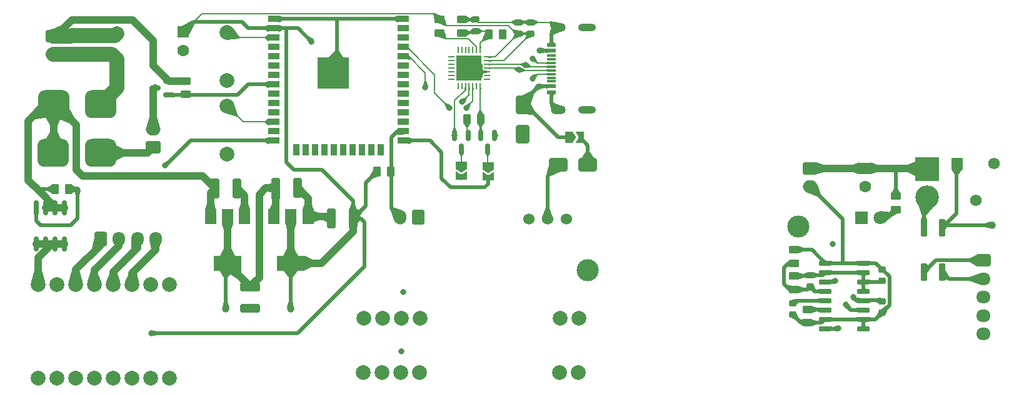
<source format=gbr>
%TF.GenerationSoftware,KiCad,Pcbnew,7.0.8-7.0.8~ubuntu22.04.1*%
%TF.CreationDate,2023-10-31T14:14:16+03:00*%
%TF.ProjectId,main-module,6d61696e-2d6d-46f6-9475-6c652e6b6963,rev?*%
%TF.SameCoordinates,Original*%
%TF.FileFunction,Copper,L1,Top*%
%TF.FilePolarity,Positive*%
%FSLAX46Y46*%
G04 Gerber Fmt 4.6, Leading zero omitted, Abs format (unit mm)*
G04 Created by KiCad (PCBNEW 7.0.8-7.0.8~ubuntu22.04.1) date 2023-10-31 14:14:16*
%MOMM*%
%LPD*%
G01*
G04 APERTURE LIST*
G04 Aperture macros list*
%AMRoundRect*
0 Rectangle with rounded corners*
0 $1 Rounding radius*
0 $2 $3 $4 $5 $6 $7 $8 $9 X,Y pos of 4 corners*
0 Add a 4 corners polygon primitive as box body*
4,1,4,$2,$3,$4,$5,$6,$7,$8,$9,$2,$3,0*
0 Add four circle primitives for the rounded corners*
1,1,$1+$1,$2,$3*
1,1,$1+$1,$4,$5*
1,1,$1+$1,$6,$7*
1,1,$1+$1,$8,$9*
0 Add four rect primitives between the rounded corners*
20,1,$1+$1,$2,$3,$4,$5,0*
20,1,$1+$1,$4,$5,$6,$7,0*
20,1,$1+$1,$6,$7,$8,$9,0*
20,1,$1+$1,$8,$9,$2,$3,0*%
%AMFreePoly0*
4,1,6,1.000000,0.000000,0.500000,-0.750000,-0.500000,-0.750000,-0.500000,0.750000,0.500000,0.750000,1.000000,0.000000,1.000000,0.000000,$1*%
%AMFreePoly1*
4,1,6,0.500000,-0.750000,-0.650000,-0.750000,-0.150000,0.000000,-0.650000,0.750000,0.500000,0.750000,0.500000,-0.750000,0.500000,-0.750000,$1*%
G04 Aperture macros list end*
%TA.AperFunction,ComponentPad*%
%ADD10RoundRect,0.250000X-0.725000X0.600000X-0.725000X-0.600000X0.725000X-0.600000X0.725000X0.600000X0*%
%TD*%
%TA.AperFunction,ComponentPad*%
%ADD11O,1.950000X1.700000*%
%TD*%
%TA.AperFunction,SMDPad,CuDef*%
%ADD12RoundRect,0.250000X0.450000X-0.262500X0.450000X0.262500X-0.450000X0.262500X-0.450000X-0.262500X0*%
%TD*%
%TA.AperFunction,SMDPad,CuDef*%
%ADD13RoundRect,0.250000X1.100000X-0.325000X1.100000X0.325000X-1.100000X0.325000X-1.100000X-0.325000X0*%
%TD*%
%TA.AperFunction,SMDPad,CuDef*%
%ADD14RoundRect,0.225000X-0.250000X0.225000X-0.250000X-0.225000X0.250000X-0.225000X0.250000X0.225000X0*%
%TD*%
%TA.AperFunction,ComponentPad*%
%ADD15C,2.000000*%
%TD*%
%TA.AperFunction,ComponentPad*%
%ADD16R,3.200000X3.200000*%
%TD*%
%TA.AperFunction,ComponentPad*%
%ADD17O,3.200000X3.200000*%
%TD*%
%TA.AperFunction,ComponentPad*%
%ADD18R,1.560000X1.560000*%
%TD*%
%TA.AperFunction,ComponentPad*%
%ADD19C,1.560000*%
%TD*%
%TA.AperFunction,SMDPad,CuDef*%
%ADD20R,1.500000X2.000000*%
%TD*%
%TA.AperFunction,SMDPad,CuDef*%
%ADD21R,3.800000X2.000000*%
%TD*%
%TA.AperFunction,SMDPad,CuDef*%
%ADD22RoundRect,0.250000X-0.262500X-0.450000X0.262500X-0.450000X0.262500X0.450000X-0.262500X0.450000X0*%
%TD*%
%TA.AperFunction,SMDPad,CuDef*%
%ADD23RoundRect,0.250000X-0.450000X0.262500X-0.450000X-0.262500X0.450000X-0.262500X0.450000X0.262500X0*%
%TD*%
%TA.AperFunction,ComponentPad*%
%ADD24RoundRect,0.250000X-0.750000X0.600000X-0.750000X-0.600000X0.750000X-0.600000X0.750000X0.600000X0*%
%TD*%
%TA.AperFunction,ComponentPad*%
%ADD25O,2.000000X1.700000*%
%TD*%
%TA.AperFunction,ComponentPad*%
%ADD26R,1.600000X1.600000*%
%TD*%
%TA.AperFunction,ComponentPad*%
%ADD27C,1.600000*%
%TD*%
%TA.AperFunction,SMDPad,CuDef*%
%ADD28RoundRect,0.250000X0.262500X0.450000X-0.262500X0.450000X-0.262500X-0.450000X0.262500X-0.450000X0*%
%TD*%
%TA.AperFunction,SMDPad,CuDef*%
%ADD29RoundRect,0.250000X0.325000X1.100000X-0.325000X1.100000X-0.325000X-1.100000X0.325000X-1.100000X0*%
%TD*%
%TA.AperFunction,SMDPad,CuDef*%
%ADD30FreePoly0,0.000000*%
%TD*%
%TA.AperFunction,SMDPad,CuDef*%
%ADD31FreePoly1,0.000000*%
%TD*%
%TA.AperFunction,ComponentPad*%
%ADD32C,1.524000*%
%TD*%
%TA.AperFunction,SMDPad,CuDef*%
%ADD33RoundRect,0.250000X-1.000000X-0.650000X1.000000X-0.650000X1.000000X0.650000X-1.000000X0.650000X0*%
%TD*%
%TA.AperFunction,SMDPad,CuDef*%
%ADD34R,1.160000X0.600000*%
%TD*%
%TA.AperFunction,SMDPad,CuDef*%
%ADD35R,1.160000X0.300000*%
%TD*%
%TA.AperFunction,ComponentPad*%
%ADD36O,2.000000X1.200000*%
%TD*%
%TA.AperFunction,ComponentPad*%
%ADD37O,2.400000X1.000000*%
%TD*%
%TA.AperFunction,ComponentPad*%
%ADD38RoundRect,0.250000X-0.600000X-0.725000X0.600000X-0.725000X0.600000X0.725000X-0.600000X0.725000X0*%
%TD*%
%TA.AperFunction,ComponentPad*%
%ADD39O,1.700000X1.950000*%
%TD*%
%TA.AperFunction,SMDPad,CuDef*%
%ADD40C,1.000000*%
%TD*%
%TA.AperFunction,ComponentPad*%
%ADD41C,3.000000*%
%TD*%
%TA.AperFunction,SMDPad,CuDef*%
%ADD42RoundRect,0.225000X0.250000X-0.225000X0.250000X0.225000X-0.250000X0.225000X-0.250000X-0.225000X0*%
%TD*%
%TA.AperFunction,SMDPad,CuDef*%
%ADD43FreePoly0,270.000000*%
%TD*%
%TA.AperFunction,SMDPad,CuDef*%
%ADD44FreePoly1,270.000000*%
%TD*%
%TA.AperFunction,SMDPad,CuDef*%
%ADD45C,2.000000*%
%TD*%
%TA.AperFunction,ComponentPad*%
%ADD46R,1.800000X1.800000*%
%TD*%
%TA.AperFunction,ComponentPad*%
%ADD47C,1.800000*%
%TD*%
%TA.AperFunction,SMDPad,CuDef*%
%ADD48RoundRect,0.150000X-0.150000X0.587500X-0.150000X-0.587500X0.150000X-0.587500X0.150000X0.587500X0*%
%TD*%
%TA.AperFunction,ComponentPad*%
%ADD49RoundRect,0.250000X0.750000X-0.600000X0.750000X0.600000X-0.750000X0.600000X-0.750000X-0.600000X0*%
%TD*%
%TA.AperFunction,SMDPad,CuDef*%
%ADD50RoundRect,0.062500X0.337500X0.062500X-0.337500X0.062500X-0.337500X-0.062500X0.337500X-0.062500X0*%
%TD*%
%TA.AperFunction,SMDPad,CuDef*%
%ADD51RoundRect,0.062500X0.062500X0.337500X-0.062500X0.337500X-0.062500X-0.337500X0.062500X-0.337500X0*%
%TD*%
%TA.AperFunction,SMDPad,CuDef*%
%ADD52R,3.350000X3.350000*%
%TD*%
%TA.AperFunction,SMDPad,CuDef*%
%ADD53RoundRect,0.952500X-1.167500X-0.952500X1.167500X-0.952500X1.167500X0.952500X-1.167500X0.952500X0*%
%TD*%
%TA.AperFunction,SMDPad,CuDef*%
%ADD54RoundRect,0.952500X1.167500X0.952500X-1.167500X0.952500X-1.167500X-0.952500X1.167500X-0.952500X0*%
%TD*%
%TA.AperFunction,SMDPad,CuDef*%
%ADD55RoundRect,0.250000X-0.325000X-1.100000X0.325000X-1.100000X0.325000X1.100000X-0.325000X1.100000X0*%
%TD*%
%TA.AperFunction,SMDPad,CuDef*%
%ADD56RoundRect,0.225000X-0.225000X-0.975000X0.225000X-0.975000X0.225000X0.975000X-0.225000X0.975000X0*%
%TD*%
%TA.AperFunction,SMDPad,CuDef*%
%ADD57RoundRect,0.150000X-0.150000X0.825000X-0.150000X-0.825000X0.150000X-0.825000X0.150000X0.825000X0*%
%TD*%
%TA.AperFunction,SMDPad,CuDef*%
%ADD58RoundRect,0.250000X0.650000X-1.000000X0.650000X1.000000X-0.650000X1.000000X-0.650000X-1.000000X0*%
%TD*%
%TA.AperFunction,SMDPad,CuDef*%
%ADD59RoundRect,0.150000X-0.725000X-0.150000X0.725000X-0.150000X0.725000X0.150000X-0.725000X0.150000X0*%
%TD*%
%TA.AperFunction,SMDPad,CuDef*%
%ADD60RoundRect,0.150000X0.587500X0.150000X-0.587500X0.150000X-0.587500X-0.150000X0.587500X-0.150000X0*%
%TD*%
%TA.AperFunction,ComponentPad*%
%ADD61RoundRect,0.250000X0.600000X0.750000X-0.600000X0.750000X-0.600000X-0.750000X0.600000X-0.750000X0*%
%TD*%
%TA.AperFunction,ComponentPad*%
%ADD62O,1.700000X2.000000*%
%TD*%
%TA.AperFunction,SMDPad,CuDef*%
%ADD63R,1.500000X0.900000*%
%TD*%
%TA.AperFunction,SMDPad,CuDef*%
%ADD64R,0.900000X1.500000*%
%TD*%
%TA.AperFunction,SMDPad,CuDef*%
%ADD65R,1.050000X1.050000*%
%TD*%
%TA.AperFunction,HeatsinkPad*%
%ADD66C,0.600000*%
%TD*%
%TA.AperFunction,SMDPad,CuDef*%
%ADD67R,4.200000X4.200000*%
%TD*%
%TA.AperFunction,ViaPad*%
%ADD68C,0.800000*%
%TD*%
%TA.AperFunction,Conductor*%
%ADD69C,2.000000*%
%TD*%
%TA.AperFunction,Conductor*%
%ADD70C,0.200000*%
%TD*%
%TA.AperFunction,Conductor*%
%ADD71C,1.000000*%
%TD*%
%TA.AperFunction,Conductor*%
%ADD72C,0.500000*%
%TD*%
G04 APERTURE END LIST*
%TA.AperFunction,EtchedComponent*%
%TO.C,NT1*%
G36*
X53035000Y-46200000D02*
G01*
X49035000Y-46200000D01*
X49035000Y-44200000D01*
X53035000Y-44200000D01*
X53035000Y-46200000D01*
G37*
%TD.AperFunction*%
%TD*%
D10*
%TO.P,T1,1,AA*%
%TO.N,Net-(T1-AA)*%
X172550000Y-75687500D03*
D11*
%TO.P,T1,2,AB*%
%TO.N,Net-(T1-AB)*%
X172550000Y-78187500D03*
%TO.P,T1,3,SA*%
%TO.N,Net-(T1-SA)*%
X172550000Y-80687500D03*
%TO.P,T1,4,SC*%
%TO.N,VPP*%
X172550000Y-83187500D03*
%TO.P,T1,5,SB*%
%TO.N,Net-(T1-SB)*%
X172550000Y-85687500D03*
%TD*%
D12*
%TO.P,R5,1*%
%TO.N,Net-(U1-~{RST})*%
X98935000Y-44812500D03*
%TO.P,R5,2*%
%TO.N,+3V3*%
X98935000Y-42987500D03*
%TD*%
D13*
%TO.P,C11,1*%
%TO.N,GNDA*%
X73250000Y-82225000D03*
%TO.P,C11,2*%
%TO.N,+5V*%
X73250000Y-79275000D03*
%TD*%
D14*
%TO.P,C23,1*%
%TO.N,Net-(U9-CT)*%
X146750000Y-81475000D03*
%TO.P,C23,2*%
%TO.N,GND1*%
X146750000Y-83025000D03*
%TD*%
D15*
%TO.P,U13,1,ENABLE#*%
%TO.N,/M_ENABLE#*%
X44560000Y-91675000D03*
%TO.P,U13,2,MS1*%
%TO.N,GNDA*%
X47100000Y-91675000D03*
%TO.P,U13,3,MS2*%
X49640000Y-91675000D03*
%TO.P,U13,4,PDN/UART1*%
%TO.N,unconnected-(U13-PDN{slash}UART1-Pad4)*%
X52180000Y-91675000D03*
%TO.P,U13,5,PDN/UART2*%
%TO.N,unconnected-(U13-PDN{slash}UART2-Pad5)*%
X54720000Y-91675000D03*
%TO.P,U13,6,EXTERNAL_CLK*%
%TO.N,unconnected-(U13-EXTERNAL_CLK-Pad6)*%
X57260000Y-91675000D03*
%TO.P,U13,7,STEP*%
%TO.N,/M_STEP*%
X59800000Y-91675000D03*
%TO.P,U13,8,DIR*%
%TO.N,/M_DIR*%
X62340000Y-91675000D03*
%TO.P,U13,9,VM*%
%TO.N,VD*%
X44560000Y-78975000D03*
%TO.P,U13,10,GND*%
%TO.N,GNDPWR*%
X47100000Y-78975000D03*
%TO.P,U13,11,M1B*%
%TO.N,Net-(J6-Pin_1)*%
X49640000Y-78975000D03*
%TO.P,U13,12,M1A*%
%TO.N,Net-(J6-Pin_2)*%
X52180000Y-78975000D03*
%TO.P,U13,13,M2A*%
%TO.N,Net-(J6-Pin_3)*%
X54720000Y-78975000D03*
%TO.P,U13,14,M2B*%
%TO.N,Net-(J6-Pin_4)*%
X57260000Y-78975000D03*
%TO.P,U13,15,VIO*%
%TO.N,+3V3*%
X59800000Y-78975000D03*
%TO.P,U13,16,GND*%
%TO.N,GNDPWR*%
X62340000Y-78975000D03*
%TD*%
D16*
%TO.P,D4,1,K*%
%TO.N,VPP*%
X164950000Y-63315000D03*
D17*
%TO.P,D4,2,A*%
%TO.N,GND1*%
X164950000Y-67125000D03*
%TD*%
D18*
%TO.P,RV2,1,1*%
%TO.N,Net-(D6-+)*%
X169050000Y-62547500D03*
D19*
%TO.P,RV2,2,2*%
%TO.N,/TL494_FEEDBACK*%
X171550000Y-67547500D03*
%TO.P,RV2,3,3*%
%TO.N,GND1*%
X174050000Y-62547500D03*
%TD*%
D20*
%TO.P,U3,1,GND*%
%TO.N,GNDA*%
X72500000Y-69750000D03*
%TO.P,U3,2,VO*%
%TO.N,+5V*%
X70200000Y-69750000D03*
D21*
X70200000Y-76050000D03*
D20*
%TO.P,U3,3,VI*%
%TO.N,+7.5V*%
X67900000Y-69750000D03*
%TD*%
D22*
%TO.P,R4,1*%
%TO.N,+7.5V*%
X46887500Y-66000000D03*
%TO.P,R4,2*%
%TO.N,Net-(Q1-D)*%
X48712500Y-66000000D03*
%TD*%
D23*
%TO.P,R14,1*%
%TO.N,/TL494_VREF*%
X146950000Y-77812500D03*
%TO.P,R14,2*%
%TO.N,/TL494_DTC*%
X146950000Y-79637500D03*
%TD*%
D24*
%TO.P,J1,1,Pin_1*%
%TO.N,GNDPWR*%
X46560000Y-45250000D03*
D25*
%TO.P,J1,2,Pin_2*%
%TO.N,/7.5V_BEFORE_FUSE*%
X46560000Y-47750000D03*
%TD*%
D26*
%TO.P,C18,1*%
%TO.N,VPP*%
X156550000Y-63205121D03*
D27*
%TO.P,C18,2*%
%TO.N,GND1*%
X156550000Y-65705121D03*
%TD*%
D28*
%TO.P,R1,1*%
%TO.N,VBUS*%
X107447500Y-45000000D03*
%TO.P,R1,2*%
%TO.N,Net-(U1-VBUS)*%
X105622500Y-45000000D03*
%TD*%
D14*
%TO.P,C25,1*%
%TO.N,/TL494_VREF*%
X149150000Y-77712500D03*
%TO.P,C25,2*%
%TO.N,/TL494_DTC*%
X149150000Y-79262500D03*
%TD*%
D22*
%TO.P,R18,1*%
%TO.N,+3V3*%
X90487500Y-63600000D03*
%TO.P,R18,2*%
%TO.N,/LIMIT_SWITCH*%
X92312500Y-63600000D03*
%TD*%
D29*
%TO.P,C9,1*%
%TO.N,GNDA*%
X71475000Y-65900000D03*
%TO.P,C9,2*%
%TO.N,+7.5V*%
X68525000Y-65900000D03*
%TD*%
D23*
%TO.P,R21,1*%
%TO.N,VPP*%
X160750000Y-66975000D03*
%TO.P,R21,2*%
%TO.N,Net-(D5-A)*%
X160750000Y-68800000D03*
%TD*%
D30*
%TO.P,JP1,1,A*%
%TO.N,VBUS*%
X116475000Y-59000000D03*
D31*
%TO.P,JP1,2,B*%
%TO.N,Net-(D2-A)*%
X117925000Y-59000000D03*
%TD*%
D12*
%TO.P,R15,1*%
%TO.N,/TL494_DTC*%
X146950000Y-76050000D03*
%TO.P,R15,2*%
%TO.N,GND1*%
X146950000Y-74225000D03*
%TD*%
%TO.P,R9,1*%
%TO.N,/CHARGER_ENABLE*%
X64572500Y-53162500D03*
%TO.P,R9,2*%
%TO.N,GNDPWR*%
X64572500Y-51337500D03*
%TD*%
D32*
%TO.P,U7,2,DATA*%
%TO.N,/FM_OUT_433*%
X110995000Y-70100000D03*
%TO.P,U7,3,VCC*%
%TO.N,+5V*%
X113535000Y-70100000D03*
%TO.P,U7,4,GND*%
%TO.N,GNDA*%
X116075000Y-70100000D03*
%TD*%
D14*
%TO.P,C22,1*%
%TO.N,VPP*%
X158900000Y-81225000D03*
%TO.P,C22,2*%
%TO.N,GND1*%
X158900000Y-82775000D03*
%TD*%
D33*
%TO.P,D2,1,K*%
%TO.N,+5V*%
X115000000Y-62750000D03*
%TO.P,D2,2,A*%
%TO.N,Net-(D2-A)*%
X119000000Y-62750000D03*
%TD*%
D34*
%TO.P,J2,A1,GND*%
%TO.N,GNDA*%
X114090000Y-52850000D03*
%TO.P,J2,A4,VBUS*%
%TO.N,VBUS*%
X114090000Y-52050000D03*
D35*
%TO.P,J2,A5,CC1*%
%TO.N,unconnected-(J2-CC1-PadA5)*%
X114090000Y-50900000D03*
%TO.P,J2,A6,D+*%
%TO.N,/D+*%
X114090000Y-49900000D03*
%TO.P,J2,A7,D-*%
%TO.N,/D-*%
X114090000Y-49400000D03*
%TO.P,J2,A8,SBU1*%
%TO.N,unconnected-(J2-SBU1-PadA8)*%
X114090000Y-48400000D03*
D34*
%TO.P,J2,A9,VBUS*%
%TO.N,VBUS*%
X114090000Y-47250000D03*
%TO.P,J2,A12,GND*%
%TO.N,GNDA*%
X114090000Y-46450000D03*
%TO.P,J2,B1,GND*%
X114090000Y-46450000D03*
%TO.P,J2,B4,VBUS*%
%TO.N,VBUS*%
X114090000Y-47250000D03*
D35*
%TO.P,J2,B5,CC2*%
%TO.N,unconnected-(J2-CC2-PadB5)*%
X114090000Y-47900000D03*
%TO.P,J2,B6,D+*%
%TO.N,/D+*%
X114090000Y-48900000D03*
%TO.P,J2,B7,D-*%
%TO.N,/D-*%
X114090000Y-50400000D03*
%TO.P,J2,B8,SBU2*%
%TO.N,unconnected-(J2-SBU2-PadB8)*%
X114090000Y-51400000D03*
D34*
%TO.P,J2,B9,VBUS*%
%TO.N,VBUS*%
X114090000Y-52050000D03*
%TO.P,J2,B12,GND*%
%TO.N,GNDA*%
X114090000Y-52850000D03*
D36*
%TO.P,J2,S1,SHIELD*%
X114975000Y-55250000D03*
D37*
X118900000Y-55250000D03*
D36*
X114975000Y-44050000D03*
D37*
X118900000Y-44050000D03*
%TD*%
D38*
%TO.P,J6,1,Pin_1*%
%TO.N,Net-(J6-Pin_1)*%
X53000000Y-72800000D03*
D39*
%TO.P,J6,2,Pin_2*%
%TO.N,Net-(J6-Pin_2)*%
X55500000Y-72800000D03*
%TO.P,J6,3,Pin_3*%
%TO.N,Net-(J6-Pin_3)*%
X58000000Y-72800000D03*
%TO.P,J6,4,Pin_4*%
%TO.N,Net-(J6-Pin_4)*%
X60500000Y-72800000D03*
%TD*%
D15*
%TO.P,SW1,1,1*%
%TO.N,GNDA*%
X70135000Y-51275000D03*
%TO.P,SW1,2,2*%
%TO.N,/ESP32_ENABLE*%
X70135000Y-44775000D03*
%TD*%
D29*
%TO.P,C10,1*%
%TO.N,GNDA*%
X79675000Y-65850000D03*
%TO.P,C10,2*%
%TO.N,+5V*%
X76725000Y-65850000D03*
%TD*%
D40*
%TO.P,TP6,1,1*%
%TO.N,Net-(D6-+)*%
X173750000Y-70887500D03*
%TD*%
D41*
%TO.P,TP5,1,1*%
%TO.N,GND1*%
X147550000Y-71087500D03*
%TD*%
D28*
%TO.P,R7,1*%
%TO.N,Net-(Q3-E)*%
X104462500Y-56500000D03*
%TO.P,R7,2*%
%TO.N,Net-(Q4-B)*%
X102637500Y-56500000D03*
%TD*%
D42*
%TO.P,C21,1*%
%TO.N,/TL494_VREF*%
X158900000Y-78462500D03*
%TO.P,C21,2*%
%TO.N,GND1*%
X158900000Y-76912500D03*
%TD*%
D43*
%TO.P,JP3,1,A*%
%TO.N,Net-(JP3-A)*%
X101900000Y-62775000D03*
D44*
%TO.P,JP3,2,B*%
%TO.N,/ESP32_ENABLE*%
X101900000Y-64225000D03*
%TD*%
D26*
%TO.P,C17,1*%
%TO.N,+3V3*%
X64235000Y-44700000D03*
D27*
%TO.P,C17,2*%
%TO.N,GNDA*%
X64235000Y-47200000D03*
%TD*%
D45*
%TO.P,NT1,1,1*%
%TO.N,GNDPWR*%
X49035000Y-45200000D03*
%TO.P,NT1,2,2*%
%TO.N,GNDA*%
X53035000Y-45200000D03*
%TD*%
D43*
%TO.P,JP2,1,A*%
%TO.N,Net-(JP2-A)*%
X105500000Y-62875000D03*
D44*
%TO.P,JP2,2,B*%
%TO.N,/ESP32_FLUSH*%
X105500000Y-64325000D03*
%TD*%
D46*
%TO.P,D5,1,K*%
%TO.N,GND1*%
X156075000Y-69887500D03*
D47*
%TO.P,D5,2,A*%
%TO.N,Net-(D5-A)*%
X158615000Y-69887500D03*
%TD*%
D42*
%TO.P,C3,1*%
%TO.N,Net-(U1-VBUS)*%
X103835000Y-44575000D03*
%TO.P,C3,2*%
%TO.N,GNDA*%
X103835000Y-43025000D03*
%TD*%
D26*
%TO.P,C4,1*%
%TO.N,/7.5V_BEFORE_FUSE*%
X55235000Y-48400000D03*
D27*
%TO.P,C4,2*%
%TO.N,GNDA*%
X55235000Y-44900000D03*
%TD*%
D48*
%TO.P,Q4,1,B*%
%TO.N,Net-(Q4-B)*%
X102850000Y-58700000D03*
%TO.P,Q4,2,E*%
%TO.N,Net-(Q4-E)*%
X100950000Y-58700000D03*
%TO.P,Q4,3,C*%
%TO.N,Net-(JP3-A)*%
X101900000Y-60575000D03*
%TD*%
D49*
%TO.P,J3,1,Pin_1*%
%TO.N,Net-(J3-Pin_1)*%
X60110000Y-60350000D03*
D25*
%TO.P,J3,2,Pin_2*%
%TO.N,Net-(J3-Pin_2)*%
X60110000Y-57850000D03*
%TD*%
D50*
%TO.P,U1,1,~{DCD}*%
%TO.N,unconnected-(U1-~{DCD}-Pad1)*%
X105385000Y-51100000D03*
%TO.P,U1,2,~{RI}/CLK*%
%TO.N,unconnected-(U1-~{RI}{slash}CLK-Pad2)*%
X105385000Y-50600000D03*
%TO.P,U1,3,GND*%
%TO.N,GNDA*%
X105385000Y-50100000D03*
%TO.P,U1,4,D+*%
%TO.N,/D+*%
X105385000Y-49600000D03*
%TO.P,U1,5,D-*%
%TO.N,/D-*%
X105385000Y-49100000D03*
%TO.P,U1,6,VDD*%
%TO.N,+3V3*%
X105385000Y-48600000D03*
%TO.P,U1,7,VREGIN*%
X105385000Y-48100000D03*
D51*
%TO.P,U1,8,VBUS*%
%TO.N,Net-(U1-VBUS)*%
X104435000Y-47150000D03*
%TO.P,U1,9,~{RST}*%
%TO.N,Net-(U1-~{RST})*%
X103935000Y-47150000D03*
%TO.P,U1,10,NC*%
%TO.N,unconnected-(U1-NC-Pad10)*%
X103435000Y-47150000D03*
%TO.P,U1,11,~{SUSPEND}*%
%TO.N,unconnected-(U1-~{SUSPEND}-Pad11)*%
X102935000Y-47150000D03*
%TO.P,U1,12,SUSPEND*%
%TO.N,unconnected-(U1-SUSPEND-Pad12)*%
X102435000Y-47150000D03*
%TO.P,U1,13,CHREN*%
%TO.N,unconnected-(U1-CHREN-Pad13)*%
X101935000Y-47150000D03*
%TO.P,U1,14,CHR1*%
%TO.N,unconnected-(U1-CHR1-Pad14)*%
X101435000Y-47150000D03*
D50*
%TO.P,U1,15,CHR0*%
%TO.N,unconnected-(U1-CHR0-Pad15)*%
X100485000Y-48100000D03*
%TO.P,U1,16,~{WAKEUP}/GPIO.3*%
%TO.N,unconnected-(U1-~{WAKEUP}{slash}GPIO.3-Pad16)*%
X100485000Y-48600000D03*
%TO.P,U1,17,RS485/GPIO.2*%
%TO.N,unconnected-(U1-RS485{slash}GPIO.2-Pad17)*%
X100485000Y-49100000D03*
%TO.P,U1,18,~{RXT}/GPIO.1*%
%TO.N,unconnected-(U1-~{RXT}{slash}GPIO.1-Pad18)*%
X100485000Y-49600000D03*
%TO.P,U1,19,~{TXT}/GPIO.0*%
%TO.N,unconnected-(U1-~{TXT}{slash}GPIO.0-Pad19)*%
X100485000Y-50100000D03*
%TO.P,U1,20,GPIO.6*%
%TO.N,unconnected-(U1-GPIO.6-Pad20)*%
X100485000Y-50600000D03*
%TO.P,U1,21,GPIO.5*%
%TO.N,unconnected-(U1-GPIO.5-Pad21)*%
X100485000Y-51100000D03*
D51*
%TO.P,U1,22,GPIO.4*%
%TO.N,unconnected-(U1-GPIO.4-Pad22)*%
X101435000Y-52050000D03*
%TO.P,U1,23,~{CTS}*%
%TO.N,unconnected-(U1-~{CTS}-Pad23)*%
X101935000Y-52050000D03*
%TO.P,U1,24,~{RTS}*%
%TO.N,Net-(Q4-E)*%
X102435000Y-52050000D03*
%TO.P,U1,25,RXD*%
%TO.N,/TXD_3V3*%
X102935000Y-52050000D03*
%TO.P,U1,26,TXD*%
%TO.N,/RXD_3V3*%
X103435000Y-52050000D03*
%TO.P,U1,27,~{DSR}*%
%TO.N,unconnected-(U1-~{DSR}-Pad27)*%
X103935000Y-52050000D03*
%TO.P,U1,28,~{DTR}*%
%TO.N,Net-(Q3-E)*%
X104435000Y-52050000D03*
D52*
%TO.P,U1,29,GND*%
%TO.N,GNDA*%
X102935000Y-49600000D03*
%TD*%
D53*
%TO.P,F2,1*%
%TO.N,+7.5V*%
X46610000Y-61100000D03*
%TO.P,F2,2*%
%TO.N,Net-(J3-Pin_1)*%
X53020000Y-61100000D03*
%TD*%
D15*
%TO.P,U6,1,ANT*%
%TO.N,unconnected-(U6-ANT-Pad1)*%
X117800000Y-83500000D03*
%TO.P,U6,2,GND*%
%TO.N,GNDA*%
X115260000Y-83500000D03*
%TO.P,U6,3,VCC*%
%TO.N,+5V*%
X96300000Y-83500000D03*
%TO.P,U6,4,CS*%
X93760000Y-83500000D03*
%TO.P,U6,5,DATA*%
%TO.N,/FM_IN_5V_433*%
X91220000Y-83500000D03*
%TO.P,U6,6,GND*%
%TO.N,GNDA*%
X88680000Y-83500000D03*
%TD*%
D54*
%TO.P,F1,1*%
%TO.N,/7.5V_BEFORE_FUSE*%
X53060000Y-54500000D03*
%TO.P,F1,2*%
%TO.N,+7.5V*%
X46650000Y-54500000D03*
%TD*%
D55*
%TO.P,C12,1*%
%TO.N,GNDA*%
X84275000Y-70000000D03*
%TO.P,C12,2*%
%TO.N,+3V3*%
X87225000Y-70000000D03*
%TD*%
D15*
%TO.P,SW2,1,1*%
%TO.N,/CHARGER_START_BUTTON*%
X70135000Y-54750000D03*
%TO.P,SW2,2,2*%
%TO.N,GNDA*%
X70135000Y-61250000D03*
%TD*%
D41*
%TO.P,TP1,1,1*%
%TO.N,GNDA*%
X119000000Y-77000000D03*
%TD*%
D15*
%TO.P,U10,1,ANT*%
%TO.N,unconnected-(U10-ANT-Pad1)*%
X117735000Y-90900000D03*
%TO.P,U10,2,GND*%
%TO.N,GNDA*%
X115195000Y-90900000D03*
%TO.P,U10,3,VCC*%
%TO.N,+5V*%
X96235000Y-90900000D03*
%TO.P,U10,4,CS*%
X93695000Y-90900000D03*
%TO.P,U10,5,DATA*%
%TO.N,/FM_IN_5V_315*%
X91155000Y-90900000D03*
%TO.P,U10,6,GND*%
%TO.N,GNDA*%
X88615000Y-90900000D03*
%TD*%
D42*
%TO.P,C5,1*%
%TO.N,+3V3*%
X109600000Y-44925000D03*
%TO.P,C5,2*%
%TO.N,GNDA*%
X109600000Y-43375000D03*
%TD*%
D40*
%TO.P,TP2,1,1*%
%TO.N,+5V*%
X70000000Y-82250000D03*
%TD*%
D56*
%TO.P,D6,1,+*%
%TO.N,Net-(D6-+)*%
X167000000Y-71287500D03*
%TO.P,D6,2,-*%
%TO.N,GND1*%
X164500000Y-71287500D03*
%TO.P,D6,3*%
%TO.N,Net-(T1-AA)*%
X164500000Y-77287500D03*
%TO.P,D6,4*%
%TO.N,Net-(T1-AB)*%
X167000000Y-77287500D03*
%TD*%
D57*
%TO.P,Q2,1,S*%
%TO.N,+7.5V*%
X48105000Y-68525000D03*
%TO.P,Q2,2,S*%
X46835000Y-68525000D03*
%TO.P,Q2,3,S*%
X45565000Y-68525000D03*
%TO.P,Q2,4,G*%
%TO.N,Net-(Q1-D)*%
X44295000Y-68525000D03*
%TO.P,Q2,5,D*%
%TO.N,VD*%
X44295000Y-73475000D03*
%TO.P,Q2,6,D*%
X45565000Y-73475000D03*
%TO.P,Q2,7,D*%
X46835000Y-73475000D03*
%TO.P,Q2,8,D*%
X48105000Y-73475000D03*
%TD*%
D42*
%TO.P,C6,1*%
%TO.N,+3V3*%
X111300000Y-44925000D03*
%TO.P,C6,2*%
%TO.N,GNDA*%
X111300000Y-43375000D03*
%TD*%
D58*
%TO.P,D1,1,A1*%
%TO.N,GNDA*%
X110200000Y-58600000D03*
%TO.P,D1,2,A2*%
%TO.N,VBUS*%
X110200000Y-54600000D03*
%TD*%
D59*
%TO.P,U9,1,1IN+*%
%TO.N,GND1*%
X151175000Y-76055000D03*
%TO.P,U9,2,1IN-*%
%TO.N,/TL494_VREF*%
X151175000Y-77325000D03*
%TO.P,U9,3,FB*%
%TO.N,/TL494_FEEDBACK*%
X151175000Y-78595000D03*
%TO.P,U9,4,DTC*%
%TO.N,/TL494_DTC*%
X151175000Y-79865000D03*
%TO.P,U9,5,CT*%
%TO.N,Net-(U9-CT)*%
X151175000Y-81135000D03*
%TO.P,U9,6,RT*%
%TO.N,Net-(U9-RT)*%
X151175000Y-82405000D03*
%TO.P,U9,7,GND*%
%TO.N,GND1*%
X151175000Y-83675000D03*
%TO.P,U9,8,C1*%
%TO.N,Net-(U11-IN-)*%
X151175000Y-84945000D03*
%TO.P,U9,9,E1*%
%TO.N,GND1*%
X156325000Y-84945000D03*
%TO.P,U9,10,E2*%
X156325000Y-83675000D03*
%TO.P,U9,11,C2*%
%TO.N,Net-(U12-IN-)*%
X156325000Y-82405000D03*
%TO.P,U9,12,VCC*%
%TO.N,VPP*%
X156325000Y-81135000D03*
%TO.P,U9,13,OUTCTRL*%
%TO.N,/TL494_VREF*%
X156325000Y-79865000D03*
%TO.P,U9,14,REF*%
X156325000Y-78595000D03*
%TO.P,U9,15,2IN-*%
X156325000Y-77325000D03*
%TO.P,U9,16,2IN+*%
%TO.N,GND1*%
X156325000Y-76055000D03*
%TD*%
D20*
%TO.P,U4,1,GND*%
%TO.N,GNDA*%
X81100000Y-69750000D03*
%TO.P,U4,2,VO*%
%TO.N,+3V3*%
X78800000Y-69750000D03*
D21*
X78800000Y-76050000D03*
D20*
%TO.P,U4,3,VI*%
%TO.N,+5V*%
X76500000Y-69750000D03*
%TD*%
D40*
%TO.P,TP3,1,1*%
%TO.N,+3V3*%
X78750000Y-82250000D03*
%TD*%
D60*
%TO.P,Q6,1,G*%
%TO.N,/CHARGER_ENABLE*%
X62272500Y-53250000D03*
%TO.P,Q6,2,S*%
%TO.N,GNDPWR*%
X62272500Y-51350000D03*
%TO.P,Q6,3,D*%
%TO.N,Net-(J3-Pin_2)*%
X60397500Y-52300000D03*
%TD*%
D23*
%TO.P,R13,1*%
%TO.N,Net-(U9-RT)*%
X148750000Y-82337500D03*
%TO.P,R13,2*%
%TO.N,GND1*%
X148750000Y-84162500D03*
%TD*%
D61*
%TO.P,J5,1,Pin_1*%
%TO.N,GNDA*%
X96050000Y-69800000D03*
D62*
%TO.P,J5,2,Pin_2*%
%TO.N,/LIMIT_SWITCH*%
X93550000Y-69800000D03*
%TD*%
D63*
%TO.P,U8,1,GND*%
%TO.N,GNDA*%
X76492500Y-42935000D03*
%TO.P,U8,2,VDD*%
%TO.N,+3V3*%
X76492500Y-44205000D03*
%TO.P,U8,3,EN*%
%TO.N,/ESP32_ENABLE*%
X76492500Y-45475000D03*
%TO.P,U8,4,SENSOR_VP*%
%TO.N,unconnected-(U8-SENSOR_VP-Pad4)*%
X76492500Y-46745000D03*
%TO.P,U8,5,SENSOR_VN*%
%TO.N,unconnected-(U8-SENSOR_VN-Pad5)*%
X76492500Y-48015000D03*
%TO.P,U8,6,IO34*%
%TO.N,unconnected-(U8-IO34-Pad6)*%
X76492500Y-49285000D03*
%TO.P,U8,7,IO35*%
%TO.N,unconnected-(U8-IO35-Pad7)*%
X76492500Y-50555000D03*
%TO.P,U8,8,IO32*%
%TO.N,/CHARGER_ENABLE*%
X76492500Y-51825000D03*
%TO.P,U8,9,IO33*%
%TO.N,unconnected-(U8-IO33-Pad9)*%
X76492500Y-53095000D03*
%TO.P,U8,10,IO25*%
%TO.N,unconnected-(U8-IO25-Pad10)*%
X76492500Y-54365000D03*
%TO.P,U8,11,IO26*%
%TO.N,unconnected-(U8-IO26-Pad11)*%
X76492500Y-55635000D03*
%TO.P,U8,12,IO27*%
%TO.N,/CHARGER_START_BUTTON*%
X76492500Y-56905000D03*
%TO.P,U8,13,IO14*%
%TO.N,unconnected-(U8-IO14-Pad13)*%
X76492500Y-58175000D03*
%TO.P,U8,14,IO12*%
%TO.N,/VM_ENABLE*%
X76492500Y-59445000D03*
D64*
%TO.P,U8,15,GND*%
%TO.N,GNDA*%
X79532500Y-60695000D03*
%TO.P,U8,16,IO13*%
%TO.N,unconnected-(U8-IO13-Pad16)*%
X80802500Y-60695000D03*
%TO.P,U8,17,SHD/SD2*%
%TO.N,unconnected-(U8-SHD{slash}SD2-Pad17)*%
X82072500Y-60695000D03*
%TO.P,U8,18,SWP/SD3*%
%TO.N,unconnected-(U8-SWP{slash}SD3-Pad18)*%
X83342500Y-60695000D03*
%TO.P,U8,19,SCS/CMD*%
%TO.N,unconnected-(U8-SCS{slash}CMD-Pad19)*%
X84612500Y-60695000D03*
%TO.P,U8,20,SCK/CLK*%
%TO.N,unconnected-(U8-SCK{slash}CLK-Pad20)*%
X85882500Y-60695000D03*
%TO.P,U8,21,SDO/SD0*%
%TO.N,unconnected-(U8-SDO{slash}SD0-Pad21)*%
X87152500Y-60695000D03*
%TO.P,U8,22,SDI/SD1*%
%TO.N,unconnected-(U8-SDI{slash}SD1-Pad22)*%
X88422500Y-60695000D03*
%TO.P,U8,23,IO15*%
%TO.N,unconnected-(U8-IO15-Pad23)*%
X89692500Y-60695000D03*
%TO.P,U8,24,IO2*%
%TO.N,/M_ENABLE#*%
X90962500Y-60695000D03*
D63*
%TO.P,U8,25,IO0*%
%TO.N,/ESP32_FLUSH*%
X93992500Y-59445000D03*
%TO.P,U8,26,IO4*%
%TO.N,/LIMIT_SWITCH*%
X93992500Y-58175000D03*
%TO.P,U8,27,IO16*%
%TO.N,/M_DIR*%
X93992500Y-56905000D03*
%TO.P,U8,28,IO17*%
%TO.N,/M_STEP*%
X93992500Y-55635000D03*
%TO.P,U8,29,IO5*%
%TO.N,/FM_IN_433*%
X93992500Y-54365000D03*
%TO.P,U8,30,IO18*%
%TO.N,unconnected-(U8-IO18-Pad30)*%
X93992500Y-53095000D03*
%TO.P,U8,31,IO19*%
%TO.N,unconnected-(U8-IO19-Pad31)*%
X93992500Y-51825000D03*
%TO.P,U8,32,NC*%
%TO.N,unconnected-(U8-NC-Pad32)*%
X93992500Y-50555000D03*
%TO.P,U8,33,IO21*%
%TO.N,/FM_IN_315*%
X93992500Y-49285000D03*
%TO.P,U8,34,RXD0/IO3*%
%TO.N,/TXD_3V3*%
X93992500Y-48015000D03*
%TO.P,U8,35,TXD0/IO1*%
%TO.N,/RXD_3V3*%
X93992500Y-46745000D03*
%TO.P,U8,36,IO22*%
%TO.N,/FM_OUT_433*%
X93992500Y-45475000D03*
%TO.P,U8,37,IO23*%
%TO.N,unconnected-(U8-IO23-Pad37)*%
X93992500Y-44205000D03*
%TO.P,U8,38,GND*%
%TO.N,GNDA*%
X93992500Y-42935000D03*
D65*
%TO.P,U8,39,GND*%
X83037500Y-48750000D03*
D66*
X83037500Y-49512500D03*
D65*
X83037500Y-50275000D03*
D66*
X83037500Y-51037500D03*
D65*
X83037500Y-51800000D03*
D66*
X83800000Y-48750000D03*
X83800000Y-50275000D03*
X83800000Y-51800000D03*
D65*
X84562500Y-48750000D03*
D66*
X84562500Y-49512500D03*
D65*
X84562500Y-50275000D03*
D67*
X84562500Y-50275000D03*
D66*
X84562500Y-51037500D03*
D65*
X84562500Y-51800000D03*
D66*
X85325000Y-48750000D03*
X85325000Y-50275000D03*
X85325000Y-51800000D03*
D65*
X86087500Y-48750000D03*
D66*
X86087500Y-49512500D03*
D65*
X86087500Y-50275000D03*
D66*
X86087500Y-51037500D03*
D65*
X86087500Y-51800000D03*
%TD*%
D48*
%TO.P,Q3,1,B*%
%TO.N,Net-(Q3-B)*%
X106400000Y-58700000D03*
%TO.P,Q3,2,E*%
%TO.N,Net-(Q3-E)*%
X104500000Y-58700000D03*
%TO.P,Q3,3,C*%
%TO.N,Net-(JP2-A)*%
X105450000Y-60575000D03*
%TD*%
D24*
%TO.P,J4,1,Pin_1*%
%TO.N,VPP*%
X149150000Y-63187500D03*
D25*
%TO.P,J4,2,Pin_2*%
%TO.N,GND1*%
X149150000Y-65687500D03*
%TD*%
D12*
%TO.P,R2,1*%
%TO.N,Net-(U1-VBUS)*%
X101935000Y-44812500D03*
%TO.P,R2,2*%
%TO.N,GNDA*%
X101935000Y-42987500D03*
%TD*%
D68*
%TO.N,GNDA*%
X110200000Y-58600000D03*
X73250000Y-82250000D03*
X81000000Y-69750000D03*
X103035000Y-49600000D03*
X72500000Y-69750000D03*
X79532500Y-60695000D03*
%TO.N,+3V3*%
X81600000Y-46000000D03*
X59875000Y-85575000D03*
%TO.N,+5V*%
X115000000Y-62750000D03*
X73250000Y-79250000D03*
%TO.N,/ESP32_ENABLE*%
X101900000Y-64400000D03*
%TO.N,VPP*%
X154950000Y-80687500D03*
%TO.N,/TL494_FEEDBACK*%
X152550000Y-78487500D03*
%TO.N,VBUS*%
X112435000Y-47200000D03*
X112335000Y-52100000D03*
X107435000Y-45000000D03*
%TO.N,/D+*%
X111535000Y-48300000D03*
X109735000Y-49800000D03*
%TO.N,/D-*%
X111535000Y-51000000D03*
X110635000Y-49200000D03*
%TO.N,/VM_ENABLE*%
X61735000Y-62800000D03*
%TO.N,Net-(Q1-D)*%
X49935000Y-66100000D03*
%TO.N,Net-(Q3-B)*%
X106450000Y-58750000D03*
%TO.N,Net-(Q4-E)*%
X100950000Y-58750000D03*
%TO.N,/FM_IN_433*%
X94000000Y-80000000D03*
X93992500Y-54365000D03*
%TO.N,Net-(U11-IN-)*%
X152950000Y-84887500D03*
%TO.N,Net-(U12-IN-)*%
X153950000Y-81687500D03*
X152150000Y-73487500D03*
%TO.N,/FM_IN_315*%
X93992500Y-49285000D03*
X93735000Y-88000000D03*
%TO.N,/TXD_3V3*%
X101979378Y-54169163D03*
X97000000Y-52200000D03*
%TO.N,/RXD_3V3*%
X102535000Y-55000000D03*
X100250000Y-55000000D03*
%TO.N,/FM_OUT_433*%
X93992500Y-45475000D03*
%TO.N,/M_DIR*%
X93992500Y-56905000D03*
%TO.N,/M_STEP*%
X93992500Y-55635000D03*
%TO.N,/M_ENABLE#*%
X90962500Y-60695000D03*
%TD*%
D69*
%TO.N,/7.5V_BEFORE_FUSE*%
X54585000Y-47750000D02*
X55235000Y-48400000D01*
X55235000Y-48400000D02*
X55235000Y-52325000D01*
X46560000Y-47750000D02*
X54585000Y-47750000D01*
X55235000Y-52325000D02*
X53060000Y-54500000D01*
D70*
%TO.N,GNDA*%
X111300000Y-43375000D02*
X114300000Y-43375000D01*
X104185000Y-43375000D02*
X103835000Y-43025000D01*
X114300000Y-43375000D02*
X114975000Y-44050000D01*
D71*
X81100000Y-69750000D02*
X84025000Y-69750000D01*
X72500000Y-69750000D02*
X72500000Y-66925000D01*
D69*
X53035000Y-45200000D02*
X54935000Y-45200000D01*
D71*
X81100000Y-69750000D02*
X81100000Y-67275000D01*
D70*
X103835000Y-43025000D02*
X101972500Y-43025000D01*
D72*
X76492500Y-42935000D02*
X85000000Y-42935000D01*
D71*
X81100000Y-67275000D02*
X79675000Y-65850000D01*
D72*
X85000000Y-42935000D02*
X93992500Y-42935000D01*
X85000000Y-42935000D02*
X85000000Y-50600000D01*
X114090000Y-54365000D02*
X114975000Y-55250000D01*
D70*
X109600000Y-43375000D02*
X111300000Y-43375000D01*
D71*
X72500000Y-66925000D02*
X71475000Y-65900000D01*
D72*
X114090000Y-52850000D02*
X114090000Y-54365000D01*
X114090000Y-44935000D02*
X114975000Y-44050000D01*
D69*
X54935000Y-45200000D02*
X55235000Y-44900000D01*
D70*
X109600000Y-43375000D02*
X104185000Y-43375000D01*
D71*
X84025000Y-69750000D02*
X84275000Y-70000000D01*
D72*
X114090000Y-46450000D02*
X114090000Y-44935000D01*
D70*
X105385000Y-50100000D02*
X103435000Y-50100000D01*
%TO.N,Net-(U1-VBUS)*%
X103835000Y-44575000D02*
X105197500Y-44575000D01*
X104435000Y-46187500D02*
X105622500Y-45000000D01*
X104435000Y-46200000D02*
X104435000Y-46187500D01*
X104435000Y-47150000D02*
X104435000Y-46200000D01*
X105197500Y-44575000D02*
X105622500Y-45000000D01*
X101935000Y-44812500D02*
X103597500Y-44812500D01*
%TO.N,+3V3*%
X111300000Y-44925000D02*
X109600000Y-44925000D01*
D72*
X73040000Y-44205000D02*
X76492500Y-44205000D01*
D70*
X108235000Y-43800000D02*
X109360000Y-44925000D01*
D71*
X87225000Y-71750000D02*
X87225000Y-70000000D01*
D72*
X72160000Y-43325000D02*
X73040000Y-44205000D01*
X88250000Y-70000000D02*
X87225000Y-70000000D01*
X79675000Y-85575000D02*
X88750000Y-76500000D01*
X83000000Y-63400000D02*
X87225000Y-67625000D01*
D70*
X99747500Y-43800000D02*
X108235000Y-43800000D01*
D72*
X64235000Y-44700000D02*
X65610000Y-43325000D01*
X90487500Y-63600000D02*
X88887500Y-65200000D01*
D71*
X82925000Y-76050000D02*
X87225000Y-71750000D01*
D70*
X98132500Y-42185000D02*
X66750000Y-42185000D01*
D72*
X88750000Y-76500000D02*
X88750000Y-70500000D01*
X78200000Y-44205000D02*
X78200000Y-62400000D01*
D70*
X107625000Y-48600000D02*
X111300000Y-44925000D01*
D72*
X59875000Y-85575000D02*
X79675000Y-85575000D01*
D70*
X105385000Y-48600000D02*
X107625000Y-48600000D01*
X106425000Y-48100000D02*
X109600000Y-44925000D01*
D72*
X79805000Y-44205000D02*
X81600000Y-46000000D01*
X65610000Y-43325000D02*
X72160000Y-43325000D01*
X76492500Y-44205000D02*
X78200000Y-44205000D01*
D70*
X105385000Y-48100000D02*
X106425000Y-48100000D01*
X98935000Y-42987500D02*
X98132500Y-42185000D01*
D71*
X78800000Y-76050000D02*
X82925000Y-76050000D01*
X78750000Y-76250000D02*
X78750000Y-69800000D01*
D72*
X79200000Y-63400000D02*
X83000000Y-63400000D01*
X88887500Y-68337500D02*
X87225000Y-70000000D01*
D70*
X98935000Y-42987500D02*
X99747500Y-43800000D01*
D72*
X78200000Y-62400000D02*
X79200000Y-63400000D01*
D70*
X66750000Y-42185000D02*
X65610000Y-43325000D01*
D72*
X88750000Y-70500000D02*
X88250000Y-70000000D01*
X78200000Y-44205000D02*
X79805000Y-44205000D01*
X87225000Y-67625000D02*
X87225000Y-70000000D01*
X78750000Y-82250000D02*
X78750000Y-76100000D01*
X88887500Y-65200000D02*
X88887500Y-68337500D01*
D71*
%TO.N,GNDPWR*%
X64572500Y-51337500D02*
X63035000Y-51337500D01*
D69*
X46560000Y-45250000D02*
X48985000Y-45250000D01*
D71*
X63035000Y-51337500D02*
X62285000Y-51337500D01*
X49145050Y-43100000D02*
X46995050Y-45250000D01*
X62272500Y-51350000D02*
X60135000Y-49212500D01*
X62285000Y-51337500D02*
X62272500Y-51350000D01*
X60135000Y-45900000D02*
X57335000Y-43100000D01*
X57335000Y-43100000D02*
X49145050Y-43100000D01*
D69*
X48985000Y-45250000D02*
X49035000Y-45200000D01*
D71*
X60135000Y-49212500D02*
X60135000Y-45900000D01*
%TO.N,VD*%
X44560000Y-78975000D02*
X44560000Y-75315000D01*
X44295000Y-73475000D02*
X46400000Y-73475000D01*
X44560000Y-75315000D02*
X46400000Y-73475000D01*
X46400000Y-73475000D02*
X48105000Y-73475000D01*
%TO.N,+7.5V*%
X46835000Y-68525000D02*
X45565000Y-68525000D01*
X50535000Y-64200000D02*
X49735000Y-63400000D01*
X45565000Y-68525000D02*
X48105000Y-68525000D01*
D72*
X46887500Y-66000000D02*
X45000000Y-66000000D01*
D71*
X49735000Y-63400000D02*
X49735000Y-57300000D01*
X45500000Y-54500000D02*
X43200000Y-56800000D01*
X46650000Y-54500000D02*
X46650000Y-61060000D01*
X46835000Y-68435000D02*
X46835000Y-68525000D01*
D72*
X45000000Y-66000000D02*
X44700000Y-66300000D01*
D71*
X67900000Y-66525000D02*
X68525000Y-65900000D01*
X44700000Y-66300000D02*
X46835000Y-68435000D01*
X66825000Y-64200000D02*
X68525000Y-65900000D01*
X49735000Y-57300000D02*
X46935000Y-54500000D01*
X43200000Y-56800000D02*
X43200000Y-64800000D01*
X50535000Y-64200000D02*
X66825000Y-64200000D01*
X67900000Y-69750000D02*
X67900000Y-66525000D01*
X43200000Y-64800000D02*
X44700000Y-66300000D01*
%TO.N,+5V*%
X70200000Y-76225000D02*
X73225000Y-79250000D01*
X70200000Y-76050000D02*
X70200000Y-69750000D01*
X73250000Y-79275000D02*
X74500000Y-78025000D01*
X74500000Y-66750000D02*
X75400000Y-65850000D01*
X74500000Y-78025000D02*
X74500000Y-66750000D01*
D72*
X70000000Y-82250000D02*
X70000000Y-76250000D01*
X113535000Y-70100000D02*
X113535000Y-64215000D01*
X113535000Y-64215000D02*
X115000000Y-62750000D01*
D71*
X75400000Y-65850000D02*
X76725000Y-65850000D01*
X76725000Y-65850000D02*
X76725000Y-69525000D01*
%TO.N,Net-(J3-Pin_1)*%
X53020000Y-61100000D02*
X59360000Y-61100000D01*
X59360000Y-61100000D02*
X60110000Y-60350000D01*
%TO.N,Net-(J3-Pin_2)*%
X60110000Y-52587500D02*
X60397500Y-52300000D01*
X60110000Y-57850000D02*
X60110000Y-52587500D01*
D70*
%TO.N,/ESP32_ENABLE*%
X70835000Y-45475000D02*
X70135000Y-44775000D01*
X76492500Y-45475000D02*
X70835000Y-45475000D01*
D72*
%TO.N,VPP*%
X158950000Y-81112500D02*
X156347500Y-81112500D01*
X156325000Y-81135000D02*
X155397500Y-81135000D01*
D71*
X149150000Y-63187500D02*
X156532379Y-63187500D01*
D72*
X160750000Y-63405121D02*
X160550000Y-63205121D01*
D71*
X160550000Y-63205121D02*
X164840121Y-63205121D01*
D72*
X155397500Y-81135000D02*
X154950000Y-80687500D01*
X160750000Y-66975000D02*
X160750000Y-63405121D01*
D71*
X156550000Y-63205121D02*
X160550000Y-63205121D01*
D72*
%TO.N,GND1*%
X153550000Y-76055000D02*
X156325000Y-76055000D01*
X156325000Y-83675000D02*
X156325000Y-84945000D01*
X148750000Y-84162500D02*
X150687500Y-84162500D01*
X158950000Y-82662500D02*
X159875000Y-81737500D01*
X150687500Y-84162500D02*
X151175000Y-83675000D01*
X153550000Y-70087500D02*
X149150000Y-65687500D01*
X146950000Y-74225000D02*
X149345000Y-74225000D01*
X148750000Y-84162500D02*
X147887500Y-84162500D01*
X149345000Y-74225000D02*
X151175000Y-76055000D01*
X153550000Y-76055000D02*
X153550000Y-70087500D01*
X164500000Y-71287500D02*
X164500000Y-67575000D01*
X158950000Y-82662500D02*
X157937500Y-83675000D01*
X151175000Y-76055000D02*
X153550000Y-76055000D01*
X159875000Y-77875000D02*
X158055000Y-76055000D01*
X151175000Y-83675000D02*
X156325000Y-83675000D01*
X158055000Y-76055000D02*
X156325000Y-76055000D01*
X147887500Y-84162500D02*
X146750000Y-83025000D01*
X159875000Y-81737500D02*
X159875000Y-77875000D01*
X157937500Y-83675000D02*
X156325000Y-83675000D01*
%TO.N,Net-(U9-CT)*%
X147090000Y-81135000D02*
X151175000Y-81135000D01*
X146750000Y-81475000D02*
X147090000Y-81135000D01*
%TO.N,/TL494_VREF*%
X150787500Y-77712500D02*
X151175000Y-77325000D01*
X156325000Y-78595000D02*
X158417500Y-78595000D01*
X146950000Y-77812500D02*
X149050000Y-77812500D01*
X156325000Y-77325000D02*
X151175000Y-77325000D01*
X156325000Y-77325000D02*
X156325000Y-79865000D01*
X149150000Y-77712500D02*
X150787500Y-77712500D01*
%TO.N,/TL494_DTC*%
X145550000Y-76687500D02*
X146187500Y-76050000D01*
X146950000Y-79637500D02*
X148775000Y-79637500D01*
X149150000Y-79262500D02*
X149752500Y-79865000D01*
X148775000Y-79637500D02*
X149150000Y-79262500D01*
X145550000Y-78887500D02*
X145550000Y-76687500D01*
X146950000Y-79637500D02*
X146300000Y-79637500D01*
X146300000Y-79637500D02*
X145550000Y-78887500D01*
X146187500Y-76050000D02*
X146950000Y-76050000D01*
X149752500Y-79865000D02*
X151175000Y-79865000D01*
D70*
%TO.N,/CHARGER_START_BUTTON*%
X76492500Y-56905000D02*
X72290000Y-56905000D01*
X72290000Y-56905000D02*
X70135000Y-54750000D01*
D72*
%TO.N,/TL494_FEEDBACK*%
X151175000Y-78595000D02*
X152442500Y-78595000D01*
X152442500Y-78595000D02*
X152550000Y-78487500D01*
%TO.N,Net-(T1-AA)*%
X166150000Y-75637500D02*
X172500000Y-75637500D01*
X164500000Y-77287500D02*
X166150000Y-75637500D01*
%TO.N,Net-(T1-AB)*%
X167000000Y-77287500D02*
X167900000Y-78187500D01*
X167900000Y-78187500D02*
X172550000Y-78187500D01*
%TO.N,VBUS*%
X112335000Y-52100000D02*
X112335000Y-52200000D01*
X110600000Y-54600000D02*
X115000000Y-59000000D01*
X112585000Y-47250000D02*
X112535000Y-47200000D01*
X112435000Y-47200000D02*
X112435000Y-47100000D01*
X112535000Y-47200000D02*
X112435000Y-47200000D01*
X112435000Y-47100000D02*
X112535000Y-47200000D01*
X114090000Y-52050000D02*
X112485000Y-52050000D01*
X112485000Y-52050000D02*
X112435000Y-52100000D01*
X112435000Y-52100000D02*
X112335000Y-52100000D01*
X112335000Y-52100000D02*
X110200000Y-54235000D01*
X115000000Y-59000000D02*
X116475000Y-59000000D01*
X114090000Y-47250000D02*
X112585000Y-47250000D01*
X112335000Y-52200000D02*
X112435000Y-52100000D01*
D70*
%TO.N,/D+*%
X109735000Y-49800000D02*
X109835000Y-49900000D01*
X109535000Y-49600000D02*
X109735000Y-49800000D01*
X105385000Y-49600000D02*
X109535000Y-49600000D01*
X109835000Y-49900000D02*
X114090000Y-49900000D01*
X112135000Y-48900000D02*
X114090000Y-48900000D01*
X111535000Y-48300000D02*
X112135000Y-48900000D01*
%TO.N,/D-*%
X110535000Y-49200000D02*
X110635000Y-49200000D01*
X110735000Y-49400000D02*
X114090000Y-49400000D01*
X105385000Y-49100000D02*
X110435000Y-49100000D01*
X110635000Y-49200000D02*
X110635000Y-49300000D01*
X110635000Y-49300000D02*
X110735000Y-49400000D01*
X110435000Y-49100000D02*
X110535000Y-49200000D01*
X112135000Y-50400000D02*
X114090000Y-50400000D01*
X111535000Y-51000000D02*
X112135000Y-50400000D01*
D72*
%TO.N,/LIMIT_SWITCH*%
X93242500Y-58175000D02*
X92400000Y-59017500D01*
X93992500Y-58175000D02*
X93242500Y-58175000D01*
X92400000Y-59017500D02*
X92400000Y-68650000D01*
X92400000Y-68650000D02*
X93550000Y-69800000D01*
D71*
%TO.N,Net-(J6-Pin_1)*%
X49640000Y-78975000D02*
X49640000Y-76960000D01*
X53000000Y-73600000D02*
X53000000Y-72800000D01*
X49640000Y-76960000D02*
X53000000Y-73600000D01*
%TO.N,Net-(J6-Pin_2)*%
X55500000Y-73700000D02*
X55500000Y-72800000D01*
X52180000Y-77020000D02*
X55500000Y-73700000D01*
X52180000Y-78975000D02*
X52180000Y-77020000D01*
%TO.N,Net-(J6-Pin_3)*%
X54720000Y-77280000D02*
X58000000Y-74000000D01*
X54720000Y-78975000D02*
X54720000Y-77280000D01*
X58000000Y-74000000D02*
X58000000Y-72800000D01*
D70*
%TO.N,Net-(JP2-A)*%
X105450000Y-60575000D02*
X105450000Y-62825000D01*
D72*
%TO.N,/ESP32_FLUSH*%
X97645000Y-59445000D02*
X93992500Y-59445000D01*
X99200000Y-61000000D02*
X97645000Y-59445000D01*
X100400000Y-65800000D02*
X99200000Y-64600000D01*
X99200000Y-64600000D02*
X99200000Y-61000000D01*
X105500000Y-64325000D02*
X105500000Y-65300000D01*
X105500000Y-65300000D02*
X105000000Y-65800000D01*
X105000000Y-65800000D02*
X100400000Y-65800000D01*
D70*
%TO.N,Net-(JP3-A)*%
X101900000Y-60575000D02*
X101900000Y-62775000D01*
D72*
%TO.N,/VM_ENABLE*%
X61835000Y-62800000D02*
X61735000Y-62800000D01*
X76492500Y-59445000D02*
X65190000Y-59445000D01*
X65190000Y-59445000D02*
X61835000Y-62800000D01*
%TO.N,Net-(Q1-D)*%
X49900000Y-66135000D02*
X49935000Y-66100000D01*
X49900000Y-70000000D02*
X49900000Y-66135000D01*
X49835000Y-66000000D02*
X49935000Y-66100000D01*
X49935000Y-66100000D02*
X49935000Y-66000000D01*
X49000000Y-70900000D02*
X49900000Y-70000000D01*
X44900000Y-70900000D02*
X49000000Y-70900000D01*
X44295000Y-70295000D02*
X44900000Y-70900000D01*
X48712500Y-66000000D02*
X49835000Y-66000000D01*
X44295000Y-68525000D02*
X44295000Y-70295000D01*
D70*
%TO.N,Net-(Q3-E)*%
X104435000Y-52050000D02*
X104435000Y-56472500D01*
X104500000Y-58700000D02*
X104500000Y-56537500D01*
%TO.N,Net-(Q4-B)*%
X102637500Y-56500000D02*
X102637500Y-58487500D01*
X102637500Y-58487500D02*
X102850000Y-58700000D01*
%TO.N,Net-(Q4-E)*%
X102435000Y-52050000D02*
X102435000Y-52513827D01*
X102435000Y-52513827D02*
X100950000Y-53998827D01*
X100950000Y-53998827D02*
X100950000Y-58750000D01*
D72*
%TO.N,/CHARGER_ENABLE*%
X73010000Y-51825000D02*
X71585000Y-53250000D01*
X76492500Y-51825000D02*
X73010000Y-51825000D01*
X71585000Y-53250000D02*
X62272500Y-53250000D01*
D70*
%TO.N,Net-(U1-~{RST})*%
X102822654Y-45625000D02*
X99747500Y-45625000D01*
X103935000Y-46737346D02*
X102822654Y-45625000D01*
X99747500Y-45625000D02*
X98935000Y-44812500D01*
X103935000Y-47150000D02*
X103935000Y-46737346D01*
D72*
%TO.N,Net-(U9-RT)*%
X151107500Y-82337500D02*
X151175000Y-82405000D01*
X148750000Y-82337500D02*
X151107500Y-82337500D01*
%TO.N,Net-(U11-IN-)*%
X152892500Y-84945000D02*
X152950000Y-84887500D01*
X151175000Y-84945000D02*
X152892500Y-84945000D01*
%TO.N,Net-(U12-IN-)*%
X154667500Y-82405000D02*
X153950000Y-81687500D01*
X156325000Y-82405000D02*
X154667500Y-82405000D01*
D70*
%TO.N,/TXD_3V3*%
X93992500Y-48015000D02*
X94742500Y-48015000D01*
X94742500Y-48015000D02*
X97000000Y-50272500D01*
X102935000Y-53213541D02*
X102935000Y-52050000D01*
X101979378Y-54169163D02*
X102935000Y-53213541D01*
X97000000Y-50272500D02*
X97000000Y-52200000D01*
%TO.N,/RXD_3V3*%
X100250000Y-55000000D02*
X98235000Y-52985000D01*
X98235000Y-52985000D02*
X98235000Y-50500000D01*
X98235000Y-50500000D02*
X94480000Y-46745000D01*
X102535000Y-55000000D02*
X103435000Y-54100000D01*
X103435000Y-54100000D02*
X103435000Y-52050000D01*
D72*
%TO.N,Net-(D6-+)*%
X167000000Y-71287500D02*
X168950000Y-69337500D01*
X167400000Y-70887500D02*
X167000000Y-71287500D01*
X168950000Y-69337500D02*
X168950000Y-62647500D01*
X173750000Y-70887500D02*
X167400000Y-70887500D01*
%TO.N,Net-(D2-A)*%
X119000000Y-60075000D02*
X119000000Y-62750000D01*
X117925000Y-59000000D02*
X119000000Y-60075000D01*
%TO.N,Net-(D5-A)*%
X158615000Y-69887500D02*
X159662500Y-69887500D01*
X159662500Y-69887500D02*
X160750000Y-68800000D01*
D71*
%TO.N,Net-(J6-Pin_4)*%
X60500000Y-74200000D02*
X60500000Y-72800000D01*
X57260000Y-77440000D02*
X60500000Y-74200000D01*
X57260000Y-78975000D02*
X57260000Y-77440000D01*
%TD*%
%TA.AperFunction,Conductor*%
%TO.N,GNDA*%
G36*
X111644889Y-42947092D02*
G01*
X112219058Y-43271641D01*
X112224573Y-43278694D01*
X112225000Y-43281825D01*
X112225000Y-43468174D01*
X112221573Y-43476447D01*
X112219057Y-43478359D01*
X111644890Y-43802906D01*
X111636002Y-43803994D01*
X111629903Y-43799911D01*
X111304597Y-43382188D01*
X111302218Y-43373556D01*
X111304597Y-43367812D01*
X111629904Y-42950087D01*
X111637689Y-42945667D01*
X111644889Y-42947092D01*
G37*
%TD.AperFunction*%
%TD*%
%TA.AperFunction,Conductor*%
%TO.N,GNDA*%
G36*
X113866259Y-43276800D02*
G01*
X115129157Y-43448197D01*
X115136895Y-43452706D01*
X115139178Y-43461364D01*
X115138858Y-43462919D01*
X114978108Y-44042398D01*
X114972595Y-44049454D01*
X114968161Y-44050894D01*
X114007811Y-44160527D01*
X113999203Y-44158061D01*
X113995035Y-44151310D01*
X113853242Y-43476190D01*
X113852992Y-43473785D01*
X113852992Y-43288395D01*
X113856419Y-43280122D01*
X113864692Y-43276695D01*
X113866259Y-43276800D01*
G37*
%TD.AperFunction*%
%TD*%
%TA.AperFunction,Conductor*%
%TO.N,GNDA*%
G36*
X83137429Y-69250788D02*
G01*
X83694867Y-69286158D01*
X83702906Y-69290102D01*
X83703230Y-69290486D01*
X84268637Y-69990880D01*
X84271167Y-69999470D01*
X84266882Y-70007333D01*
X84266866Y-70007346D01*
X83705175Y-70459135D01*
X83696581Y-70461650D01*
X83693773Y-70460988D01*
X83132631Y-70252830D01*
X83126066Y-70246739D01*
X83125000Y-70241860D01*
X83125000Y-69262466D01*
X83128427Y-69254193D01*
X83136700Y-69250766D01*
X83137429Y-69250788D01*
G37*
%TD.AperFunction*%
%TD*%
%TA.AperFunction,Conductor*%
%TO.N,GNDA*%
G36*
X81856855Y-69002285D02*
G01*
X82592000Y-69247333D01*
X82598765Y-69253201D01*
X82600000Y-69258433D01*
X82600000Y-70241566D01*
X82596573Y-70249839D01*
X82592000Y-70252666D01*
X81856855Y-70497714D01*
X81847923Y-70497079D01*
X81844887Y-70494893D01*
X81107290Y-69758279D01*
X81103858Y-69750008D01*
X81107279Y-69741732D01*
X81107290Y-69741721D01*
X81844887Y-69005106D01*
X81853163Y-69001685D01*
X81856855Y-69002285D01*
G37*
%TD.AperFunction*%
%TD*%
%TA.AperFunction,Conductor*%
%TO.N,GNDA*%
G36*
X72999840Y-68003427D02*
G01*
X73002667Y-68008000D01*
X73248062Y-68744188D01*
X73247427Y-68753120D01*
X73246325Y-68754904D01*
X72509363Y-69738503D01*
X72501660Y-69743069D01*
X72492984Y-69740850D01*
X72490637Y-69738503D01*
X71753674Y-68754904D01*
X71751455Y-68746228D01*
X71751937Y-68744188D01*
X71997333Y-68008000D01*
X72003201Y-68001235D01*
X72008433Y-68000000D01*
X72991567Y-68000000D01*
X72999840Y-68003427D01*
G37*
%TD.AperFunction*%
%TD*%
%TA.AperFunction,Conductor*%
%TO.N,GNDA*%
G36*
X81599840Y-68003427D02*
G01*
X81602667Y-68008000D01*
X81848062Y-68744188D01*
X81847427Y-68753120D01*
X81846325Y-68754904D01*
X81109363Y-69738503D01*
X81101660Y-69743069D01*
X81092984Y-69740850D01*
X81090637Y-69738503D01*
X80353674Y-68754904D01*
X80351455Y-68746228D01*
X80351937Y-68744188D01*
X80597333Y-68008000D01*
X80603201Y-68001235D01*
X80608433Y-68000000D01*
X81591567Y-68000000D01*
X81599840Y-68003427D01*
G37*
%TD.AperFunction*%
%TD*%
%TA.AperFunction,Conductor*%
%TO.N,GNDA*%
G36*
X103505095Y-42600088D02*
G01*
X103670772Y-42812832D01*
X103830401Y-43017811D01*
X103832781Y-43026444D01*
X103830401Y-43032189D01*
X103505097Y-43449910D01*
X103497310Y-43454332D01*
X103490109Y-43452906D01*
X102915943Y-43128359D01*
X102910427Y-43121305D01*
X102910000Y-43118174D01*
X102910000Y-42931825D01*
X102913427Y-42923552D01*
X102915939Y-42921642D01*
X103490110Y-42597092D01*
X103498997Y-42596005D01*
X103505095Y-42600088D01*
G37*
%TD.AperFunction*%
%TD*%
%TA.AperFunction,Conductor*%
%TO.N,GNDA*%
G36*
X102488202Y-42498897D02*
G01*
X103142152Y-42921543D01*
X103147239Y-42928910D01*
X103147500Y-42931368D01*
X103147500Y-43117983D01*
X103144073Y-43126256D01*
X103141310Y-43128304D01*
X102487921Y-43477099D01*
X102479009Y-43477972D01*
X102474571Y-43475463D01*
X101943621Y-42996185D01*
X101939776Y-42988098D01*
X101942776Y-42979660D01*
X101943621Y-42978815D01*
X102474014Y-42500038D01*
X102482451Y-42497039D01*
X102488202Y-42498897D01*
G37*
%TD.AperFunction*%
%TD*%
%TA.AperFunction,Conductor*%
%TO.N,GNDA*%
G36*
X77248046Y-42487465D02*
G01*
X77685552Y-42681912D01*
X77691720Y-42688404D01*
X77692500Y-42692604D01*
X77692500Y-43177396D01*
X77689073Y-43185669D01*
X77685552Y-43188088D01*
X77248052Y-43382532D01*
X77239100Y-43382760D01*
X77237286Y-43381876D01*
X76508247Y-42945034D01*
X76502913Y-42937844D01*
X76504226Y-42928986D01*
X76508246Y-42924965D01*
X77237288Y-42488122D01*
X77246144Y-42486810D01*
X77248046Y-42487465D01*
G37*
%TD.AperFunction*%
%TD*%
%TA.AperFunction,Conductor*%
%TO.N,GNDA*%
G36*
X80251218Y-65615031D02*
G01*
X80255519Y-65618117D01*
X81002908Y-66469794D01*
X81005789Y-66478272D01*
X81002387Y-66485784D01*
X80307917Y-67180254D01*
X80299644Y-67183681D01*
X80296398Y-67183222D01*
X80159564Y-67143703D01*
X80152566Y-67138115D01*
X80151841Y-67136532D01*
X79910422Y-66485784D01*
X79678218Y-65859873D01*
X79678553Y-65850926D01*
X79684724Y-65844990D01*
X80242266Y-65615018D01*
X80251218Y-65615031D01*
G37*
%TD.AperFunction*%
%TD*%
%TA.AperFunction,Conductor*%
%TO.N,GNDA*%
G36*
X93247707Y-42488120D02*
G01*
X93955963Y-42912508D01*
X93976751Y-42924964D01*
X93982086Y-42932156D01*
X93980773Y-42941014D01*
X93976751Y-42945036D01*
X93247713Y-43381876D01*
X93238855Y-43383189D01*
X93236947Y-43382532D01*
X92799448Y-43188088D01*
X92793280Y-43181596D01*
X92792500Y-43177396D01*
X92792500Y-42692604D01*
X92795927Y-42684331D01*
X92799448Y-42681912D01*
X93236949Y-42487466D01*
X93245899Y-42487239D01*
X93247707Y-42488120D01*
G37*
%TD.AperFunction*%
%TD*%
%TA.AperFunction,Conductor*%
%TO.N,GNDA*%
G36*
X85251754Y-47178427D02*
G01*
X85253430Y-47180543D01*
X85865000Y-48168828D01*
X85866440Y-48177667D01*
X85864987Y-48181163D01*
X84575560Y-50254993D01*
X84568281Y-50260209D01*
X84559446Y-50258751D01*
X84554546Y-50252578D01*
X83851219Y-48181495D01*
X83851804Y-48172561D01*
X83853606Y-48169902D01*
X84746515Y-47178868D01*
X84754598Y-47175016D01*
X84755207Y-47175000D01*
X85243481Y-47175000D01*
X85251754Y-47178427D01*
G37*
%TD.AperFunction*%
%TD*%
%TA.AperFunction,Conductor*%
%TO.N,GNDA*%
G36*
X114342392Y-54216119D02*
G01*
X115240323Y-54645035D01*
X115246311Y-54651692D01*
X115245914Y-54660470D01*
X114978890Y-55242519D01*
X114972326Y-55248609D01*
X114965866Y-55249093D01*
X114022165Y-55052125D01*
X114014766Y-55047080D01*
X114013103Y-55043066D01*
X113933125Y-54660470D01*
X113842946Y-54229070D01*
X113844607Y-54220272D01*
X113852004Y-54215225D01*
X113854398Y-54214977D01*
X114337350Y-54214977D01*
X114342392Y-54216119D01*
G37*
%TD.AperFunction*%
%TD*%
%TA.AperFunction,Conductor*%
%TO.N,GNDA*%
G36*
X109944889Y-42947092D02*
G01*
X110519058Y-43271641D01*
X110524573Y-43278694D01*
X110525000Y-43281825D01*
X110525000Y-43468174D01*
X110521573Y-43476447D01*
X110519057Y-43478359D01*
X109944890Y-43802906D01*
X109936002Y-43803994D01*
X109929903Y-43799911D01*
X109604597Y-43382188D01*
X109602218Y-43373556D01*
X109604597Y-43367812D01*
X109929904Y-42950087D01*
X109937689Y-42945667D01*
X109944889Y-42947092D01*
G37*
%TD.AperFunction*%
%TD*%
%TA.AperFunction,Conductor*%
%TO.N,GNDA*%
G36*
X110970095Y-42950088D02*
G01*
X111135772Y-43162832D01*
X111295401Y-43367811D01*
X111297781Y-43376444D01*
X111295401Y-43382189D01*
X110970097Y-43799910D01*
X110962310Y-43804332D01*
X110955109Y-43802906D01*
X110380943Y-43478359D01*
X110375427Y-43471305D01*
X110375000Y-43468174D01*
X110375000Y-43281825D01*
X110378427Y-43273552D01*
X110380939Y-43271642D01*
X110955110Y-42947092D01*
X110963997Y-42946005D01*
X110970095Y-42950088D01*
G37*
%TD.AperFunction*%
%TD*%
%TA.AperFunction,Conductor*%
%TO.N,GNDA*%
G36*
X72051218Y-65665031D02*
G01*
X72055519Y-65668117D01*
X72802908Y-66519794D01*
X72805789Y-66528272D01*
X72802387Y-66535784D01*
X72107917Y-67230254D01*
X72099644Y-67233681D01*
X72096398Y-67233222D01*
X71959564Y-67193703D01*
X71952566Y-67188115D01*
X71951841Y-67186532D01*
X71710422Y-66535784D01*
X71478218Y-65909873D01*
X71478553Y-65900926D01*
X71484724Y-65894990D01*
X72042266Y-65665018D01*
X72051218Y-65665031D01*
G37*
%TD.AperFunction*%
%TD*%
%TA.AperFunction,Conductor*%
%TO.N,GNDA*%
G36*
X114098258Y-52857285D02*
G01*
X114333034Y-53092844D01*
X114385758Y-53145744D01*
X114389171Y-53154022D01*
X114389012Y-53155926D01*
X114341630Y-53440223D01*
X114336890Y-53447821D01*
X114330089Y-53450000D01*
X113849911Y-53450000D01*
X113841638Y-53446573D01*
X113838370Y-53440223D01*
X113790987Y-53155924D01*
X113793007Y-53147203D01*
X113794236Y-53145749D01*
X114081714Y-52857313D01*
X114089981Y-52853873D01*
X114098258Y-52857285D01*
G37*
%TD.AperFunction*%
%TD*%
%TA.AperFunction,Conductor*%
%TO.N,GNDA*%
G36*
X114098258Y-52857285D02*
G01*
X114333034Y-53092844D01*
X114385758Y-53145744D01*
X114389171Y-53154022D01*
X114389012Y-53155926D01*
X114341630Y-53440223D01*
X114336890Y-53447821D01*
X114330089Y-53450000D01*
X113849911Y-53450000D01*
X113841638Y-53446573D01*
X113838370Y-53440223D01*
X113790987Y-53155924D01*
X113793007Y-53147203D01*
X113794236Y-53145749D01*
X114081714Y-52857313D01*
X114089981Y-52853873D01*
X114098258Y-52857285D01*
G37*
%TD.AperFunction*%
%TD*%
%TA.AperFunction,Conductor*%
%TO.N,GNDA*%
G36*
X114974664Y-44052570D02*
G01*
X114978890Y-44057480D01*
X115245914Y-44639529D01*
X115246249Y-44648478D01*
X115240323Y-44654965D01*
X114472858Y-45021560D01*
X114347175Y-45081596D01*
X114342393Y-45083880D01*
X114337350Y-45085023D01*
X113854398Y-45085023D01*
X113846125Y-45081596D01*
X113842698Y-45073323D01*
X113842946Y-45070929D01*
X113931255Y-44648478D01*
X114013103Y-44256931D01*
X114018150Y-44249535D01*
X114022161Y-44247874D01*
X114965867Y-44050906D01*
X114974664Y-44052570D01*
G37*
%TD.AperFunction*%
%TD*%
%TA.AperFunction,Conductor*%
%TO.N,GNDA*%
G36*
X109270095Y-42950088D02*
G01*
X109435772Y-43162832D01*
X109595401Y-43367811D01*
X109597781Y-43376444D01*
X109595401Y-43382189D01*
X109270097Y-43799910D01*
X109262310Y-43804332D01*
X109255109Y-43802906D01*
X108680943Y-43478359D01*
X108675427Y-43471305D01*
X108675000Y-43468174D01*
X108675000Y-43281825D01*
X108678427Y-43273552D01*
X108680939Y-43271642D01*
X109255110Y-42947092D01*
X109263997Y-42946005D01*
X109270095Y-42950088D01*
G37*
%TD.AperFunction*%
%TD*%
%TA.AperFunction,Conductor*%
%TO.N,GNDA*%
G36*
X114338362Y-45853427D02*
G01*
X114341630Y-45859777D01*
X114389012Y-46144073D01*
X114386992Y-46152797D01*
X114385758Y-46154255D01*
X114098287Y-46442685D01*
X114090019Y-46446126D01*
X114081741Y-46442713D01*
X114081713Y-46442685D01*
X113794241Y-46154255D01*
X113790828Y-46145977D01*
X113790986Y-46144083D01*
X113838370Y-45859775D01*
X113843111Y-45852179D01*
X113849911Y-45850000D01*
X114330089Y-45850000D01*
X114338362Y-45853427D01*
G37*
%TD.AperFunction*%
%TD*%
%TA.AperFunction,Conductor*%
%TO.N,GNDA*%
G36*
X114338362Y-45853427D02*
G01*
X114341630Y-45859777D01*
X114389012Y-46144073D01*
X114386992Y-46152797D01*
X114385758Y-46154255D01*
X114098287Y-46442685D01*
X114090019Y-46446126D01*
X114081741Y-46442713D01*
X114081713Y-46442685D01*
X113794241Y-46154255D01*
X113790828Y-46145977D01*
X113790986Y-46144083D01*
X113838370Y-45859775D01*
X113843111Y-45852179D01*
X113849911Y-45850000D01*
X114330089Y-45850000D01*
X114338362Y-45853427D01*
G37*
%TD.AperFunction*%
%TD*%
%TA.AperFunction,Conductor*%
%TO.N,GNDA*%
G36*
X105050218Y-49976003D02*
G01*
X105215716Y-50037118D01*
X105356276Y-50089024D01*
X105362850Y-50095105D01*
X105363199Y-50104053D01*
X105357118Y-50110627D01*
X105356276Y-50110976D01*
X105050220Y-50223995D01*
X105044621Y-50224616D01*
X104870154Y-50201353D01*
X104862406Y-50196863D01*
X104860000Y-50189756D01*
X104860000Y-50010243D01*
X104863427Y-50001970D01*
X104870153Y-49998646D01*
X105044624Y-49975383D01*
X105050218Y-49976003D01*
G37*
%TD.AperFunction*%
%TD*%
%TA.AperFunction,Conductor*%
%TO.N,GNDA*%
G36*
X104610428Y-48924828D02*
G01*
X104615367Y-48928775D01*
X104782302Y-49161126D01*
X104784500Y-49167952D01*
X104784500Y-49188399D01*
X104799759Y-49265116D01*
X104799760Y-49265117D01*
X104852132Y-49343500D01*
X104853879Y-49352283D01*
X104852132Y-49356500D01*
X104799760Y-49434882D01*
X104784500Y-49511599D01*
X104784500Y-49688400D01*
X104799759Y-49765116D01*
X104799760Y-49765117D01*
X104857888Y-49852112D01*
X104944883Y-49910240D01*
X105021599Y-49925500D01*
X105325474Y-49925499D01*
X105333746Y-49928926D01*
X105334975Y-49930372D01*
X105382802Y-49996940D01*
X105385000Y-50003767D01*
X105385000Y-50195097D01*
X105381573Y-50203370D01*
X105381506Y-50203437D01*
X105312692Y-50271140D01*
X105304486Y-50274500D01*
X105021599Y-50274500D01*
X104944883Y-50289759D01*
X104944882Y-50289760D01*
X104857888Y-50347887D01*
X104857887Y-50347888D01*
X104799760Y-50434882D01*
X104784500Y-50511599D01*
X104784500Y-50688400D01*
X104799760Y-50765116D01*
X104799887Y-50765423D01*
X104799886Y-50765753D01*
X104799985Y-50766247D01*
X104799886Y-50766266D01*
X104799882Y-50774378D01*
X104797281Y-50778235D01*
X104617462Y-50955153D01*
X104609161Y-50958513D01*
X104601876Y-50955892D01*
X104367203Y-50765116D01*
X102949364Y-49612490D01*
X102945107Y-49604613D01*
X102947666Y-49596032D01*
X102952350Y-49592569D01*
X104601475Y-48924757D01*
X104610428Y-48924828D01*
G37*
%TD.AperFunction*%
%TD*%
%TA.AperFunction,Conductor*%
%TO.N,Net-(U1-VBUS)*%
G36*
X104179889Y-44147092D02*
G01*
X104754058Y-44471641D01*
X104759573Y-44478694D01*
X104760000Y-44481825D01*
X104760000Y-44668174D01*
X104756573Y-44676447D01*
X104754057Y-44678359D01*
X104179890Y-45002906D01*
X104171002Y-45003994D01*
X104164903Y-44999911D01*
X103839597Y-44582188D01*
X103837218Y-44573556D01*
X103839597Y-44567812D01*
X104164904Y-44150087D01*
X104172689Y-44145667D01*
X104179889Y-44147092D01*
G37*
%TD.AperFunction*%
%TD*%
%TA.AperFunction,Conductor*%
%TO.N,Net-(U1-VBUS)*%
G36*
X105120743Y-44792143D02*
G01*
X105616232Y-44996417D01*
X105622575Y-45002739D01*
X105623466Y-45006832D01*
X105646970Y-45690874D01*
X105643829Y-45699260D01*
X105638508Y-45702521D01*
X104835315Y-45933328D01*
X104826418Y-45932319D01*
X104823811Y-45930356D01*
X104692825Y-45799370D01*
X104689398Y-45791097D01*
X104690310Y-45786569D01*
X105105498Y-44798428D01*
X105111863Y-44792129D01*
X105120743Y-44792143D01*
G37*
%TD.AperFunction*%
%TD*%
%TA.AperFunction,Conductor*%
%TO.N,Net-(U1-VBUS)*%
G36*
X104533030Y-46628427D02*
G01*
X104536354Y-46635154D01*
X104559616Y-46809621D01*
X104558995Y-46815220D01*
X104445976Y-47121276D01*
X104439895Y-47127850D01*
X104430947Y-47128199D01*
X104424373Y-47122118D01*
X104424024Y-47121276D01*
X104311004Y-46815220D01*
X104310383Y-46809624D01*
X104333646Y-46635153D01*
X104338136Y-46627406D01*
X104345243Y-46625000D01*
X104524757Y-46625000D01*
X104533030Y-46628427D01*
G37*
%TD.AperFunction*%
%TD*%
%TA.AperFunction,Conductor*%
%TO.N,Net-(U1-VBUS)*%
G36*
X103413976Y-44227726D02*
G01*
X103828459Y-44568795D01*
X103832670Y-44576696D01*
X103831243Y-44583527D01*
X103589016Y-45017798D01*
X103581993Y-45023354D01*
X103576868Y-45023639D01*
X102922256Y-44914134D01*
X102914661Y-44909389D01*
X102912486Y-44902594D01*
X102912486Y-44717358D01*
X102915912Y-44709085D01*
X103398286Y-44228472D01*
X103406564Y-44225061D01*
X103413976Y-44227726D01*
G37*
%TD.AperFunction*%
%TD*%
%TA.AperFunction,Conductor*%
%TO.N,Net-(U1-VBUS)*%
G36*
X102488072Y-44323397D02*
G01*
X103141747Y-44709105D01*
X103147130Y-44716260D01*
X103147500Y-44719181D01*
X103147500Y-44905818D01*
X103144073Y-44914091D01*
X103141746Y-44915895D01*
X102488075Y-45301601D01*
X102479208Y-45302854D01*
X102474289Y-45300209D01*
X102048542Y-44915895D01*
X101943620Y-44821184D01*
X101939776Y-44813098D01*
X101942776Y-44804660D01*
X101943621Y-44803815D01*
X102474290Y-44324789D01*
X102482727Y-44321790D01*
X102488072Y-44323397D01*
G37*
%TD.AperFunction*%
%TD*%
%TA.AperFunction,Conductor*%
%TO.N,+3V3*%
G36*
X109944889Y-44497092D02*
G01*
X110519058Y-44821641D01*
X110524573Y-44828694D01*
X110525000Y-44831825D01*
X110525000Y-45018174D01*
X110521573Y-45026447D01*
X110519057Y-45028359D01*
X109944890Y-45352906D01*
X109936002Y-45353994D01*
X109929903Y-45349911D01*
X109604597Y-44932188D01*
X109602218Y-44923556D01*
X109604597Y-44917812D01*
X109929904Y-44500087D01*
X109937689Y-44495667D01*
X109944889Y-44497092D01*
G37*
%TD.AperFunction*%
%TD*%
%TA.AperFunction,Conductor*%
%TO.N,+3V3*%
G36*
X110970095Y-44500088D02*
G01*
X111135772Y-44712832D01*
X111295401Y-44917811D01*
X111297781Y-44926444D01*
X111295401Y-44932189D01*
X110970097Y-45349910D01*
X110962310Y-45354332D01*
X110955109Y-45352906D01*
X110380943Y-45028359D01*
X110375427Y-45021305D01*
X110375000Y-45018174D01*
X110375000Y-44831825D01*
X110378427Y-44823552D01*
X110380939Y-44821642D01*
X110955110Y-44497092D01*
X110963997Y-44496005D01*
X110970095Y-44500088D01*
G37*
%TD.AperFunction*%
%TD*%
%TA.AperFunction,Conductor*%
%TO.N,+3V3*%
G36*
X75747707Y-43758120D02*
G01*
X76455963Y-44182508D01*
X76476751Y-44194964D01*
X76482086Y-44202156D01*
X76480773Y-44211014D01*
X76476751Y-44215036D01*
X75747713Y-44651876D01*
X75738855Y-44653189D01*
X75736947Y-44652532D01*
X75299448Y-44458088D01*
X75293280Y-44451596D01*
X75292500Y-44447396D01*
X75292500Y-43962604D01*
X75295927Y-43954331D01*
X75299448Y-43951912D01*
X75736949Y-43757466D01*
X75745899Y-43757239D01*
X75747707Y-43758120D01*
G37*
%TD.AperFunction*%
%TD*%
%TA.AperFunction,Conductor*%
%TO.N,+3V3*%
G36*
X108885302Y-44303976D02*
G01*
X109728314Y-44472453D01*
X109735754Y-44477435D01*
X109737493Y-44486219D01*
X109737191Y-44487405D01*
X109602262Y-44920712D01*
X109596530Y-44927592D01*
X109595946Y-44927878D01*
X109134842Y-45138158D01*
X109125892Y-45138473D01*
X109119755Y-45133187D01*
X108892949Y-44724100D01*
X108742026Y-44451882D01*
X108741012Y-44442985D01*
X108743984Y-44437938D01*
X108874746Y-44307176D01*
X108883018Y-44303750D01*
X108885302Y-44303976D01*
G37*
%TD.AperFunction*%
%TD*%
%TA.AperFunction,Conductor*%
%TO.N,+3V3*%
G36*
X87229588Y-70018686D02*
G01*
X87235580Y-70025116D01*
X87715334Y-71279905D01*
X87715680Y-71287212D01*
X87460172Y-72207969D01*
X87454658Y-72215024D01*
X87445769Y-72216114D01*
X87440625Y-72213113D01*
X86750027Y-71522515D01*
X86746929Y-71516999D01*
X86690323Y-71283503D01*
X86669994Y-71199648D01*
X86670756Y-71191960D01*
X87214044Y-70024357D01*
X87220641Y-70018303D01*
X87229588Y-70018686D01*
G37*
%TD.AperFunction*%
%TD*%
%TA.AperFunction,Conductor*%
%TO.N,+3V3*%
G36*
X87807556Y-69473179D02*
G01*
X88502612Y-69903834D01*
X88507840Y-69911105D01*
X88506396Y-69919942D01*
X88504723Y-69922053D01*
X88161612Y-70265165D01*
X87808604Y-70613673D01*
X87800309Y-70617047D01*
X87792058Y-70613567D01*
X87791792Y-70613288D01*
X87232244Y-70007895D01*
X87229145Y-69999494D01*
X87232895Y-69991362D01*
X87232894Y-69991362D01*
X87793464Y-69474522D01*
X87801868Y-69471435D01*
X87807556Y-69473179D01*
G37*
%TD.AperFunction*%
%TD*%
%TA.AperFunction,Conductor*%
%TO.N,+3V3*%
G36*
X65429812Y-43163442D02*
G01*
X65771557Y-43505187D01*
X65774984Y-43513460D01*
X65773797Y-43518594D01*
X65039822Y-45021495D01*
X65033112Y-45027426D01*
X65024843Y-45027175D01*
X64238785Y-44702562D01*
X64232447Y-44696238D01*
X63907824Y-43910155D01*
X63907833Y-43901201D01*
X63913502Y-43895178D01*
X65416405Y-43161201D01*
X65425342Y-43160650D01*
X65429812Y-43163442D01*
G37*
%TD.AperFunction*%
%TD*%
%TA.AperFunction,Conductor*%
%TO.N,+3V3*%
G36*
X89984396Y-63391588D02*
G01*
X90481232Y-63596417D01*
X90487575Y-63602739D01*
X90488466Y-63606832D01*
X90512021Y-64292351D01*
X90508880Y-64300737D01*
X90505382Y-64303305D01*
X89807223Y-64637720D01*
X89798282Y-64638203D01*
X89793896Y-64635441D01*
X89452599Y-64294144D01*
X89449172Y-64285871D01*
X89450783Y-64279946D01*
X89969851Y-63396477D01*
X89976996Y-63391082D01*
X89984396Y-63391588D01*
G37*
%TD.AperFunction*%
%TD*%
%TA.AperFunction,Conductor*%
%TO.N,+3V3*%
G36*
X111295661Y-44922588D02*
G01*
X111302403Y-44928483D01*
X111302735Y-44929216D01*
X111481901Y-45364090D01*
X111481884Y-45373045D01*
X111475540Y-45379365D01*
X111475449Y-45379402D01*
X110665572Y-45705136D01*
X110656618Y-45705044D01*
X110652933Y-45702554D01*
X110522350Y-45571971D01*
X110518923Y-45563698D01*
X110519699Y-45559508D01*
X110588800Y-45379365D01*
X110820976Y-44774091D01*
X110827138Y-44767597D01*
X110835643Y-44767199D01*
X111295661Y-44922588D01*
G37*
%TD.AperFunction*%
%TD*%
%TA.AperFunction,Conductor*%
%TO.N,+3V3*%
G36*
X59888817Y-85177590D02*
G01*
X60665457Y-85323210D01*
X60672956Y-85328103D01*
X60675000Y-85334710D01*
X60675000Y-85815289D01*
X60671573Y-85823562D01*
X60665456Y-85826789D01*
X59888820Y-85972408D01*
X59880057Y-85970564D01*
X59875164Y-85963064D01*
X59874964Y-85960946D01*
X59874000Y-85575000D01*
X59874964Y-85189059D01*
X59878412Y-85180797D01*
X59886693Y-85177391D01*
X59888817Y-85177590D01*
G37*
%TD.AperFunction*%
%TD*%
%TA.AperFunction,Conductor*%
%TO.N,+3V3*%
G36*
X105899846Y-48498646D02*
G01*
X105907594Y-48503136D01*
X105910000Y-48510243D01*
X105910000Y-48689756D01*
X105906573Y-48698029D01*
X105899846Y-48701353D01*
X105725378Y-48724616D01*
X105719779Y-48723995D01*
X105413723Y-48610976D01*
X105407149Y-48604895D01*
X105406800Y-48595947D01*
X105412881Y-48589373D01*
X105413723Y-48589024D01*
X105719782Y-48476003D01*
X105725374Y-48475383D01*
X105899846Y-48498646D01*
G37*
%TD.AperFunction*%
%TD*%
%TA.AperFunction,Conductor*%
%TO.N,+3V3*%
G36*
X109595661Y-44922588D02*
G01*
X109602403Y-44928483D01*
X109602735Y-44929216D01*
X109781901Y-45364090D01*
X109781884Y-45373045D01*
X109775540Y-45379365D01*
X109775449Y-45379402D01*
X108965572Y-45705136D01*
X108956618Y-45705044D01*
X108952933Y-45702554D01*
X108822350Y-45571971D01*
X108818923Y-45563698D01*
X108819699Y-45559508D01*
X108888800Y-45379365D01*
X109120976Y-44774091D01*
X109127138Y-44767597D01*
X109135643Y-44767199D01*
X109595661Y-44922588D01*
G37*
%TD.AperFunction*%
%TD*%
%TA.AperFunction,Conductor*%
%TO.N,+3V3*%
G36*
X81219104Y-45263021D02*
G01*
X81871237Y-45709216D01*
X81876130Y-45716716D01*
X81874286Y-45725479D01*
X81872924Y-45727124D01*
X81600707Y-46000707D01*
X81327124Y-46272924D01*
X81318843Y-46276330D01*
X81310578Y-46272882D01*
X81309216Y-46271237D01*
X80863021Y-45619104D01*
X80861177Y-45610341D01*
X80864402Y-45604226D01*
X81204225Y-45264403D01*
X81212497Y-45260977D01*
X81219104Y-45263021D01*
G37*
%TD.AperFunction*%
%TD*%
%TA.AperFunction,Conductor*%
%TO.N,+3V3*%
G36*
X77248046Y-43757465D02*
G01*
X77685552Y-43951912D01*
X77691720Y-43958404D01*
X77692500Y-43962604D01*
X77692500Y-44447396D01*
X77689073Y-44455669D01*
X77685552Y-44458088D01*
X77248052Y-44652532D01*
X77239100Y-44652760D01*
X77237286Y-44651876D01*
X76508247Y-44215034D01*
X76502913Y-44207844D01*
X76504226Y-44198986D01*
X76508246Y-44194965D01*
X77237288Y-43758122D01*
X77246144Y-43756810D01*
X77248046Y-43757465D01*
G37*
%TD.AperFunction*%
%TD*%
%TA.AperFunction,Conductor*%
%TO.N,+3V3*%
G36*
X105899846Y-47998646D02*
G01*
X105907594Y-48003136D01*
X105910000Y-48010243D01*
X105910000Y-48189756D01*
X105906573Y-48198029D01*
X105899846Y-48201353D01*
X105725378Y-48224616D01*
X105719779Y-48223995D01*
X105413723Y-48110976D01*
X105407149Y-48104895D01*
X105406800Y-48095947D01*
X105412881Y-48089373D01*
X105413723Y-48089024D01*
X105719782Y-47976003D01*
X105725374Y-47975383D01*
X105899846Y-47998646D01*
G37*
%TD.AperFunction*%
%TD*%
%TA.AperFunction,Conductor*%
%TO.N,+3V3*%
G36*
X98060431Y-42090608D02*
G01*
X99121476Y-42470962D01*
X99128108Y-42476980D01*
X99128542Y-42485924D01*
X99128451Y-42486169D01*
X98938632Y-42980643D01*
X98932468Y-42987139D01*
X98928681Y-42988110D01*
X98244910Y-43045107D01*
X98236381Y-43042379D01*
X98232588Y-43036285D01*
X98045134Y-42286396D01*
X98044785Y-42283559D01*
X98044785Y-42101623D01*
X98048212Y-42093350D01*
X98056485Y-42089923D01*
X98060431Y-42090608D01*
G37*
%TD.AperFunction*%
%TD*%
%TA.AperFunction,Conductor*%
%TO.N,+3V3*%
G36*
X80705361Y-75052680D02*
G01*
X81693532Y-75546766D01*
X81699400Y-75553531D01*
X81700000Y-75557231D01*
X81700000Y-76542769D01*
X81696573Y-76551042D01*
X81693532Y-76553234D01*
X80705367Y-77047316D01*
X80696435Y-77047951D01*
X80694691Y-77047207D01*
X78818683Y-76060354D01*
X78812958Y-76053470D01*
X78813776Y-76044553D01*
X78818683Y-76039645D01*
X80694691Y-75052792D01*
X80703605Y-75051975D01*
X80705361Y-75052680D01*
G37*
%TD.AperFunction*%
%TD*%
%TA.AperFunction,Conductor*%
%TO.N,+3V3*%
G36*
X78806834Y-69759391D02*
G01*
X78809308Y-69761911D01*
X79241215Y-70360949D01*
X79518106Y-70744985D01*
X79520165Y-70753699D01*
X79519616Y-70755812D01*
X79252795Y-71492285D01*
X79246755Y-71498896D01*
X79241795Y-71500000D01*
X78258989Y-71500000D01*
X78250716Y-71496573D01*
X78247684Y-71491315D01*
X78051463Y-70755486D01*
X78052643Y-70746609D01*
X78053405Y-70745455D01*
X78053758Y-70744984D01*
X78790456Y-69761736D01*
X78798158Y-69757172D01*
X78806834Y-69759391D01*
G37*
%TD.AperFunction*%
%TD*%
%TA.AperFunction,Conductor*%
%TO.N,+3V3*%
G36*
X79251203Y-74053427D02*
G01*
X79253287Y-74056258D01*
X79461786Y-74453172D01*
X79771349Y-75042479D01*
X79772162Y-75051397D01*
X79769371Y-75056085D01*
X78808172Y-76042611D01*
X78799944Y-76046145D01*
X78791627Y-76042826D01*
X78791619Y-76042818D01*
X77780659Y-75055842D01*
X77777133Y-75047610D01*
X77778265Y-75042447D01*
X78246826Y-74056677D01*
X78253473Y-74050676D01*
X78257393Y-74050000D01*
X79242930Y-74050000D01*
X79251203Y-74053427D01*
G37*
%TD.AperFunction*%
%TD*%
%TA.AperFunction,Conductor*%
%TO.N,+3V3*%
G36*
X87715079Y-68712521D02*
G01*
X88027639Y-68840746D01*
X88031470Y-68843298D01*
X88377104Y-69188932D01*
X88380531Y-69197205D01*
X88379042Y-69202916D01*
X87805070Y-70229106D01*
X87798041Y-70234654D01*
X87790398Y-70234211D01*
X87234726Y-70005010D01*
X87228384Y-69998687D01*
X87228218Y-69990126D01*
X87699684Y-68719280D01*
X87705773Y-68712718D01*
X87714722Y-68712383D01*
X87715079Y-68712521D01*
G37*
%TD.AperFunction*%
%TD*%
%TA.AperFunction,Conductor*%
%TO.N,+3V3*%
G36*
X99633604Y-42938124D02*
G01*
X99637346Y-42944232D01*
X99820741Y-43698638D01*
X99821072Y-43701402D01*
X99821072Y-43883224D01*
X99817645Y-43891497D01*
X99809372Y-43894924D01*
X99805329Y-43894203D01*
X98745941Y-43504115D01*
X98739362Y-43498041D01*
X98739005Y-43489093D01*
X98739034Y-43489015D01*
X98931328Y-42994371D01*
X98937520Y-42987902D01*
X98941346Y-42986945D01*
X99625097Y-42935329D01*
X99633604Y-42938124D01*
G37*
%TD.AperFunction*%
%TD*%
%TA.AperFunction,Conductor*%
%TO.N,+3V3*%
G36*
X87475494Y-68078427D02*
G01*
X87478010Y-68082174D01*
X87778969Y-68799561D01*
X87779010Y-68808515D01*
X87778791Y-68809017D01*
X87235611Y-69978160D01*
X87229017Y-69984219D01*
X87220070Y-69983841D01*
X87214389Y-69978160D01*
X86671208Y-68809017D01*
X86670830Y-68800070D01*
X86671030Y-68799561D01*
X86971990Y-68082174D01*
X86978351Y-68075870D01*
X86982779Y-68075000D01*
X87467221Y-68075000D01*
X87475494Y-68078427D01*
G37*
%TD.AperFunction*%
%TD*%
%TA.AperFunction,Conductor*%
%TO.N,+3V3*%
G36*
X78808164Y-76057380D02*
G01*
X78808172Y-76057388D01*
X79768196Y-77042709D01*
X79771515Y-77051026D01*
X79769063Y-77058043D01*
X79003513Y-78045469D01*
X78995735Y-78049907D01*
X78994266Y-78050000D01*
X78505968Y-78050000D01*
X78497695Y-78046573D01*
X78496497Y-78045170D01*
X77780609Y-77058181D01*
X77778526Y-77049472D01*
X77781906Y-77042940D01*
X78791621Y-76057180D01*
X78799932Y-76053854D01*
X78808164Y-76057380D01*
G37*
%TD.AperFunction*%
%TD*%
%TA.AperFunction,Conductor*%
%TO.N,+3V3*%
G36*
X78999244Y-81253427D02*
G01*
X79002289Y-81258734D01*
X79209357Y-82048806D01*
X79208139Y-82057677D01*
X79202536Y-82062573D01*
X78754497Y-82249127D01*
X78745543Y-82249144D01*
X78745503Y-82249127D01*
X78297463Y-82062573D01*
X78291142Y-82056229D01*
X78290642Y-82048806D01*
X78497711Y-81258734D01*
X78503124Y-81251600D01*
X78509029Y-81250000D01*
X78990971Y-81250000D01*
X78999244Y-81253427D01*
G37*
%TD.AperFunction*%
%TD*%
%TA.AperFunction,Conductor*%
%TO.N,GNDPWR*%
G36*
X47813143Y-43736112D02*
G01*
X48507006Y-44429975D01*
X48510433Y-44438248D01*
X48507690Y-44445776D01*
X47565060Y-45567361D01*
X47557114Y-45571489D01*
X47552512Y-45570968D01*
X46564987Y-45252543D01*
X46558165Y-45246743D01*
X46557448Y-45245016D01*
X46286777Y-44410064D01*
X46287486Y-44401137D01*
X46293199Y-44395745D01*
X47800164Y-43733672D01*
X47809117Y-43733483D01*
X47813143Y-43736112D01*
G37*
%TD.AperFunction*%
%TD*%
%TA.AperFunction,Conductor*%
%TO.N,VD*%
G36*
X45059244Y-76978427D02*
G01*
X45062289Y-76983734D01*
X45481295Y-78582456D01*
X45480077Y-78591327D01*
X45474464Y-78596227D01*
X44564487Y-78974136D01*
X44555533Y-78974145D01*
X44555513Y-78974136D01*
X43645535Y-78596227D01*
X43639208Y-78589889D01*
X43638704Y-78582456D01*
X44057711Y-76983734D01*
X44063124Y-76976600D01*
X44069029Y-76975000D01*
X45050971Y-76975000D01*
X45059244Y-76978427D01*
G37*
%TD.AperFunction*%
%TD*%
%TA.AperFunction,Conductor*%
%TO.N,+7.5V*%
G36*
X46393398Y-65493602D02*
G01*
X46880503Y-65991821D01*
X46883836Y-66000132D01*
X46880503Y-66008179D01*
X46393398Y-66506397D01*
X46385164Y-66509917D01*
X46379799Y-66508683D01*
X45868967Y-66253233D01*
X45863100Y-66246467D01*
X45862500Y-66242768D01*
X45862500Y-65757231D01*
X45865927Y-65748958D01*
X45868967Y-65746766D01*
X46379801Y-65491315D01*
X46388731Y-65490681D01*
X46393398Y-65493602D01*
G37*
%TD.AperFunction*%
%TD*%
%TA.AperFunction,Conductor*%
%TO.N,+7.5V*%
G36*
X46636373Y-54503364D02*
G01*
X46640166Y-54511475D01*
X46638284Y-54518380D01*
X45421733Y-56387664D01*
X45414348Y-56392729D01*
X45413198Y-56392913D01*
X44184926Y-56527147D01*
X44176330Y-56524639D01*
X44175382Y-56523789D01*
X43479927Y-55828334D01*
X43476500Y-55820061D01*
X43479339Y-55812421D01*
X44526705Y-54597939D01*
X44534702Y-54593913D01*
X44534999Y-54593895D01*
X46627955Y-54500310D01*
X46636373Y-54503364D01*
G37*
%TD.AperFunction*%
%TD*%
%TA.AperFunction,Conductor*%
%TO.N,+7.5V*%
G36*
X47150953Y-58198427D02*
G01*
X47153202Y-58201583D01*
X47633709Y-59189612D01*
X47634245Y-59198551D01*
X47633488Y-59200276D01*
X46620573Y-61081364D01*
X46613634Y-61087024D01*
X46604725Y-61086118D01*
X46599853Y-61081140D01*
X45638868Y-59200337D01*
X45638156Y-59191411D01*
X45638881Y-59189667D01*
X46146735Y-58201352D01*
X46153564Y-58195560D01*
X46157141Y-58195000D01*
X47142680Y-58195000D01*
X47150953Y-58198427D01*
G37*
%TD.AperFunction*%
%TD*%
%TA.AperFunction,Conductor*%
%TO.N,+7.5V*%
G36*
X46655436Y-54513823D02*
G01*
X46660361Y-54518748D01*
X47647215Y-56399692D01*
X47648024Y-56408610D01*
X47647319Y-56410360D01*
X47153234Y-57398532D01*
X47146469Y-57404400D01*
X47142769Y-57405000D01*
X46157231Y-57405000D01*
X46148958Y-57401573D01*
X46146766Y-57398532D01*
X45652680Y-56410360D01*
X45652045Y-56401428D01*
X45652780Y-56399700D01*
X46639639Y-54518747D01*
X46646518Y-54513014D01*
X46655436Y-54513823D01*
G37*
%TD.AperFunction*%
%TD*%
%TA.AperFunction,Conductor*%
%TO.N,+7.5V*%
G36*
X67903601Y-64566777D02*
G01*
X68040434Y-64606295D01*
X68047432Y-64611883D01*
X68048157Y-64613466D01*
X68521781Y-65890124D01*
X68521446Y-65899073D01*
X68515273Y-65905010D01*
X67957735Y-66134981D01*
X67948781Y-66134968D01*
X67944480Y-66131882D01*
X67197091Y-65280205D01*
X67194210Y-65271727D01*
X67197611Y-65264216D01*
X67892083Y-64569744D01*
X67900355Y-64566318D01*
X67903601Y-64566777D01*
G37*
%TD.AperFunction*%
%TD*%
%TA.AperFunction,Conductor*%
%TO.N,+7.5V*%
G36*
X48765271Y-55045934D02*
G01*
X48772425Y-55051321D01*
X48772456Y-55051374D01*
X49575181Y-56429822D01*
X49576383Y-56438696D01*
X49573343Y-56443983D01*
X48878404Y-57138922D01*
X48870131Y-57142349D01*
X48865184Y-57141252D01*
X48067635Y-56769118D01*
X47291815Y-56407123D01*
X47285768Y-56400520D01*
X47285686Y-56400286D01*
X46656132Y-54519722D01*
X46656755Y-54510791D01*
X46663513Y-54504915D01*
X46670153Y-54504682D01*
X48765271Y-55045934D01*
G37*
%TD.AperFunction*%
%TD*%
%TA.AperFunction,Conductor*%
%TO.N,+7.5V*%
G36*
X68399840Y-68003427D02*
G01*
X68402667Y-68008000D01*
X68648062Y-68744188D01*
X68647427Y-68753120D01*
X68646325Y-68754904D01*
X67909363Y-69738503D01*
X67901660Y-69743069D01*
X67892984Y-69740850D01*
X67890637Y-69738503D01*
X67153674Y-68754904D01*
X67151455Y-68746228D01*
X67151937Y-68744188D01*
X67397333Y-68008000D01*
X67403201Y-68001235D01*
X67408433Y-68000000D01*
X68391567Y-68000000D01*
X68399840Y-68003427D01*
G37*
%TD.AperFunction*%
%TD*%
%TA.AperFunction,Conductor*%
%TO.N,+5V*%
G36*
X72630205Y-77947091D02*
G01*
X73296467Y-78531769D01*
X73422172Y-78642082D01*
X73481882Y-78694480D01*
X73485840Y-78702513D01*
X73484981Y-78707735D01*
X73255010Y-79265273D01*
X73248687Y-79271615D01*
X73240124Y-79271781D01*
X71963466Y-78798157D01*
X71956902Y-78792067D01*
X71956295Y-78790434D01*
X71916777Y-78653601D01*
X71917774Y-78644702D01*
X71919741Y-78642086D01*
X72614216Y-77947611D01*
X72622488Y-77944185D01*
X72630205Y-77947091D01*
G37*
%TD.AperFunction*%
%TD*%
%TA.AperFunction,Conductor*%
%TO.N,+5V*%
G36*
X70209657Y-76054779D02*
G01*
X70210349Y-76055114D01*
X72093461Y-77046557D01*
X72099185Y-77053444D01*
X72099700Y-77057384D01*
X72085845Y-77398985D01*
X72082428Y-77406784D01*
X71385268Y-78103944D01*
X71376995Y-78107371D01*
X71370599Y-78105468D01*
X71368264Y-78103944D01*
X70288350Y-77398985D01*
X69762092Y-77055448D01*
X69757038Y-77048056D01*
X69757799Y-77040895D01*
X70194211Y-76060706D01*
X70200705Y-76054544D01*
X70209657Y-76054779D01*
G37*
%TD.AperFunction*%
%TD*%
%TA.AperFunction,Conductor*%
%TO.N,+5V*%
G36*
X70207016Y-69759149D02*
G01*
X70209363Y-69761496D01*
X70946325Y-70745095D01*
X70948544Y-70753771D01*
X70948062Y-70755811D01*
X70702667Y-71492000D01*
X70696799Y-71498765D01*
X70691567Y-71500000D01*
X69708433Y-71500000D01*
X69700160Y-71496573D01*
X69697333Y-71492000D01*
X69451937Y-70755811D01*
X69452572Y-70746879D01*
X69453668Y-70745103D01*
X70190637Y-69761495D01*
X70198340Y-69756930D01*
X70207016Y-69759149D01*
G37*
%TD.AperFunction*%
%TD*%
%TA.AperFunction,Conductor*%
%TO.N,+5V*%
G36*
X70701042Y-74053427D02*
G01*
X70703234Y-74056468D01*
X71196230Y-75042461D01*
X71196865Y-75051393D01*
X71194042Y-75055962D01*
X70208277Y-76042714D01*
X70200006Y-76046145D01*
X70191731Y-76042722D01*
X70191723Y-76042714D01*
X69205957Y-75055962D01*
X69202534Y-75047687D01*
X69203768Y-75042462D01*
X69696766Y-74056468D01*
X69703531Y-74050600D01*
X69707231Y-74050000D01*
X70692769Y-74050000D01*
X70701042Y-74053427D01*
G37*
%TD.AperFunction*%
%TD*%
%TA.AperFunction,Conductor*%
%TO.N,+5V*%
G36*
X73885784Y-77947612D02*
G01*
X74580254Y-78642082D01*
X74583681Y-78650355D01*
X74583222Y-78653601D01*
X74543703Y-78790434D01*
X74538115Y-78797432D01*
X74536532Y-78798157D01*
X73259875Y-79271781D01*
X73250926Y-79271446D01*
X73244989Y-79265273D01*
X73052016Y-78797432D01*
X73015018Y-78707733D01*
X73015031Y-78698781D01*
X73018114Y-78694482D01*
X73869794Y-77947090D01*
X73878272Y-77944210D01*
X73885784Y-77947612D01*
G37*
%TD.AperFunction*%
%TD*%
%TA.AperFunction,Conductor*%
%TO.N,+5V*%
G36*
X70207844Y-76057677D02*
G01*
X70798631Y-76711181D01*
X71098034Y-77042369D01*
X71101040Y-77050804D01*
X71098248Y-77057818D01*
X70253503Y-78045903D01*
X70245522Y-78049964D01*
X70244610Y-78050000D01*
X69756323Y-78050000D01*
X69748050Y-78046573D01*
X69746536Y-78044711D01*
X69478006Y-77634763D01*
X69100447Y-77058365D01*
X69098781Y-77049569D01*
X69102379Y-77043286D01*
X70191321Y-76056861D01*
X70199752Y-76053847D01*
X70207844Y-76057677D01*
G37*
%TD.AperFunction*%
%TD*%
%TA.AperFunction,Conductor*%
%TO.N,+5V*%
G36*
X70249244Y-81253427D02*
G01*
X70252289Y-81258734D01*
X70459357Y-82048806D01*
X70458139Y-82057677D01*
X70452536Y-82062573D01*
X70004497Y-82249127D01*
X69995543Y-82249144D01*
X69995503Y-82249127D01*
X69547463Y-82062573D01*
X69541142Y-82056229D01*
X69540642Y-82048806D01*
X69747711Y-81258734D01*
X69753124Y-81251600D01*
X69759029Y-81250000D01*
X70240971Y-81250000D01*
X70249244Y-81253427D01*
G37*
%TD.AperFunction*%
%TD*%
%TA.AperFunction,Conductor*%
%TO.N,+5V*%
G36*
X113785114Y-68579427D02*
G01*
X113787820Y-68583656D01*
X114235114Y-69797857D01*
X114234758Y-69806804D01*
X114228625Y-69812705D01*
X113539490Y-70099133D01*
X113530536Y-70099144D01*
X113530510Y-70099133D01*
X112841374Y-69812705D01*
X112835049Y-69806365D01*
X112834885Y-69797859D01*
X113282180Y-68583656D01*
X113288256Y-68577077D01*
X113293159Y-68576000D01*
X113776841Y-68576000D01*
X113785114Y-68579427D01*
G37*
%TD.AperFunction*%
%TD*%
%TA.AperFunction,Conductor*%
%TO.N,+5V*%
G36*
X114725479Y-62475713D02*
G01*
X114727124Y-62477075D01*
X115000707Y-62749293D01*
X115272924Y-63022875D01*
X115276330Y-63031156D01*
X115272882Y-63039421D01*
X115271237Y-63040783D01*
X114619104Y-63486978D01*
X114610341Y-63488822D01*
X114604224Y-63485595D01*
X114264404Y-63145775D01*
X114260977Y-63137502D01*
X114263021Y-63130895D01*
X114709217Y-62478761D01*
X114716716Y-62473869D01*
X114725479Y-62475713D01*
G37*
%TD.AperFunction*%
%TD*%
%TA.AperFunction,Conductor*%
%TO.N,+5V*%
G36*
X115000508Y-62752419D02*
G01*
X115003102Y-62756173D01*
X115384992Y-63639100D01*
X115385131Y-63648054D01*
X115378898Y-63654484D01*
X115378738Y-63654551D01*
X113787154Y-64315076D01*
X113782669Y-64315970D01*
X113300731Y-64315970D01*
X113292458Y-64312543D01*
X113289031Y-64304270D01*
X113289526Y-64300904D01*
X113747536Y-62776370D01*
X113753197Y-62769435D01*
X113758558Y-62768040D01*
X114992186Y-62749119D01*
X115000508Y-62752419D01*
G37*
%TD.AperFunction*%
%TD*%
%TA.AperFunction,Conductor*%
%TO.N,+5V*%
G36*
X76152941Y-65278072D02*
G01*
X76154073Y-65279066D01*
X76717705Y-65841720D01*
X76721139Y-65849990D01*
X76717719Y-65858266D01*
X76717705Y-65858280D01*
X76154073Y-66420933D01*
X76145797Y-66424353D01*
X76144294Y-66424255D01*
X75585187Y-66351328D01*
X75577426Y-66346860D01*
X75575000Y-66339726D01*
X75575000Y-65360273D01*
X75578427Y-65352000D01*
X75585186Y-65348671D01*
X76144294Y-65275744D01*
X76152941Y-65278072D01*
G37*
%TD.AperFunction*%
%TD*%
%TA.AperFunction,Conductor*%
%TO.N,+5V*%
G36*
X76730416Y-65863903D02*
G01*
X76735371Y-65868858D01*
X77298407Y-66946950D01*
X77299688Y-66953425D01*
X77225967Y-67764359D01*
X77221805Y-67772288D01*
X77214315Y-67775000D01*
X76235685Y-67775000D01*
X76227412Y-67771573D01*
X76224033Y-67764359D01*
X76150311Y-66953425D01*
X76151591Y-66946952D01*
X76714629Y-65868857D01*
X76721497Y-65863111D01*
X76730416Y-65863903D01*
G37*
%TD.AperFunction*%
%TD*%
%TA.AperFunction,Conductor*%
%TO.N,+5V*%
G36*
X77221956Y-68003427D02*
G01*
X77225377Y-68011310D01*
X77249862Y-68745888D01*
X77247531Y-68753294D01*
X76510221Y-69737357D01*
X76502518Y-69741923D01*
X76493842Y-69739704D01*
X76490945Y-69736556D01*
X76408229Y-69604615D01*
X75875851Y-68755410D01*
X75874361Y-68746582D01*
X75875173Y-68744227D01*
X76221840Y-68006723D01*
X76228461Y-68000693D01*
X76232429Y-68000000D01*
X77213683Y-68000000D01*
X77221956Y-68003427D01*
G37*
%TD.AperFunction*%
%TD*%
%TA.AperFunction,Conductor*%
%TO.N,Net-(J3-Pin_1)*%
G36*
X55135626Y-60102513D02*
G01*
X56133494Y-60596777D01*
X56139386Y-60603519D01*
X56140000Y-60607260D01*
X56140000Y-61592739D01*
X56136573Y-61601012D01*
X56133493Y-61603223D01*
X55135630Y-62097484D01*
X55126696Y-62098086D01*
X55125429Y-62097574D01*
X55125239Y-62097484D01*
X53041326Y-61110573D01*
X53035317Y-61103936D01*
X53035761Y-61094992D01*
X53041326Y-61089426D01*
X55125431Y-60102424D01*
X55134373Y-60101981D01*
X55135626Y-60102513D01*
G37*
%TD.AperFunction*%
%TD*%
%TA.AperFunction,Conductor*%
%TO.N,Net-(J3-Pin_2)*%
G36*
X60609404Y-56153427D02*
G01*
X60612396Y-56158538D01*
X60957459Y-57388008D01*
X60956395Y-57396900D01*
X60951706Y-57401490D01*
X60115512Y-57848056D01*
X60106600Y-57848931D01*
X60104488Y-57848056D01*
X59268293Y-57401490D01*
X59262610Y-57394570D01*
X59262540Y-57388010D01*
X59607604Y-56158538D01*
X59613139Y-56151499D01*
X59618869Y-56150000D01*
X60601131Y-56150000D01*
X60609404Y-56153427D01*
G37*
%TD.AperFunction*%
%TD*%
%TA.AperFunction,Conductor*%
%TO.N,/ESP32_ENABLE*%
G36*
X70849227Y-44077316D02*
G01*
X70850224Y-44078453D01*
X71383007Y-44771566D01*
X71844432Y-45371846D01*
X71846856Y-45378976D01*
X71846856Y-45564587D01*
X71843429Y-45572860D01*
X71836514Y-45576208D01*
X70148044Y-45773475D01*
X70139429Y-45771031D01*
X70135065Y-45763212D01*
X70134986Y-45761881D01*
X70134004Y-44779854D01*
X70137421Y-44771583D01*
X70832683Y-44077302D01*
X70840956Y-44073883D01*
X70849227Y-44077316D01*
G37*
%TD.AperFunction*%
%TD*%
%TA.AperFunction,Conductor*%
%TO.N,/ESP32_ENABLE*%
G36*
X75749372Y-45029118D02*
G01*
X76476751Y-45464964D01*
X76482086Y-45472156D01*
X76480773Y-45481014D01*
X76476751Y-45485036D01*
X75749372Y-45920881D01*
X75740514Y-45922194D01*
X75736175Y-45920080D01*
X75297017Y-45578513D01*
X75292590Y-45570729D01*
X75292500Y-45569278D01*
X75292500Y-45380721D01*
X75295927Y-45372448D01*
X75297009Y-45371492D01*
X75736175Y-45029918D01*
X75744809Y-45027544D01*
X75749372Y-45029118D01*
G37*
%TD.AperFunction*%
%TD*%
%TA.AperFunction,Conductor*%
%TO.N,VPP*%
G36*
X158650784Y-80778353D02*
G01*
X158653861Y-80781922D01*
X158896880Y-81217614D01*
X158897917Y-81226508D01*
X158895278Y-81231228D01*
X158532277Y-81626353D01*
X158524156Y-81630128D01*
X158518511Y-81628944D01*
X157981550Y-81365710D01*
X157975630Y-81358991D01*
X157975000Y-81355204D01*
X157975000Y-80872781D01*
X157978427Y-80864508D01*
X157985195Y-80861178D01*
X158642141Y-80776018D01*
X158650784Y-80778353D01*
G37*
%TD.AperFunction*%
%TD*%
%TA.AperFunction,Conductor*%
%TO.N,VPP*%
G36*
X157489015Y-80861828D02*
G01*
X157497062Y-80865753D01*
X157500000Y-80873506D01*
X157500000Y-81352408D01*
X157496573Y-81360681D01*
X157490018Y-81363981D01*
X157115737Y-81419528D01*
X157110044Y-81418959D01*
X156352433Y-81145271D01*
X156345816Y-81139237D01*
X156345404Y-81130292D01*
X156351438Y-81123675D01*
X156351919Y-81123462D01*
X157047511Y-80836028D01*
X157052688Y-80835164D01*
X157489015Y-80861828D01*
G37*
%TD.AperFunction*%
%TD*%
%TA.AperFunction,Conductor*%
%TO.N,VPP*%
G36*
X155404458Y-80783499D02*
G01*
X156333220Y-80834354D01*
X156341293Y-80838228D01*
X156344262Y-80846676D01*
X156344256Y-80846786D01*
X156326288Y-81126645D01*
X156322338Y-81134681D01*
X156316783Y-81137392D01*
X155456443Y-81299865D01*
X155449909Y-81299224D01*
X155062148Y-81143372D01*
X155055749Y-81137107D01*
X155055655Y-81128153D01*
X155058236Y-81124245D01*
X155395573Y-80786908D01*
X155403845Y-80783482D01*
X155404458Y-80783499D01*
G37*
%TD.AperFunction*%
%TD*%
%TA.AperFunction,Conductor*%
%TO.N,VPP*%
G36*
X155751993Y-62408051D02*
G01*
X155755213Y-62410328D01*
X156542665Y-63196797D01*
X156546097Y-63205068D01*
X156542675Y-63213343D01*
X156542619Y-63213399D01*
X155755380Y-63991038D01*
X155747086Y-63994414D01*
X155742944Y-63993629D01*
X154957486Y-63690390D01*
X154951002Y-63684213D01*
X154950000Y-63679475D01*
X154950000Y-62695777D01*
X154953427Y-62687504D01*
X154957803Y-62684745D01*
X155743053Y-62407573D01*
X155751993Y-62408051D01*
G37*
%TD.AperFunction*%
%TD*%
%TA.AperFunction,Conductor*%
%TO.N,VPP*%
G36*
X150002435Y-62358759D02*
G01*
X150991962Y-62684851D01*
X150998747Y-62690695D01*
X151000000Y-62695963D01*
X151000000Y-63679036D01*
X150996573Y-63687309D01*
X150991962Y-63690148D01*
X150002440Y-64016239D01*
X149993510Y-64015574D01*
X149990585Y-64013478D01*
X149157506Y-63195848D01*
X149154003Y-63187609D01*
X149157352Y-63179305D01*
X149157466Y-63179190D01*
X149990585Y-62361520D01*
X149998887Y-62358173D01*
X150002435Y-62358759D01*
G37*
%TD.AperFunction*%
%TD*%
%TA.AperFunction,Conductor*%
%TO.N,VPP*%
G36*
X163355429Y-62250096D02*
G01*
X164935413Y-63304597D01*
X164940392Y-63312040D01*
X164938650Y-63320824D01*
X164934810Y-63324437D01*
X163355688Y-64244940D01*
X163346815Y-64246146D01*
X163344212Y-64245113D01*
X162356116Y-63708442D01*
X162350481Y-63701482D01*
X162350000Y-63698161D01*
X162350000Y-62712627D01*
X162353427Y-62704354D01*
X162356822Y-62701992D01*
X163344063Y-62249195D01*
X163353010Y-62248862D01*
X163355429Y-62250096D01*
G37*
%TD.AperFunction*%
%TD*%
%TA.AperFunction,Conductor*%
%TO.N,VPP*%
G36*
X155239466Y-80414574D02*
G01*
X155240802Y-80416180D01*
X155562567Y-80881999D01*
X155564640Y-80888648D01*
X155564640Y-81367279D01*
X155561213Y-81375552D01*
X155552940Y-81378979D01*
X155548344Y-81378038D01*
X154807544Y-81061587D01*
X154801282Y-81055186D01*
X154801320Y-81046376D01*
X154867727Y-80885000D01*
X154948105Y-80689673D01*
X154950663Y-80685842D01*
X155222920Y-80414544D01*
X155231199Y-80411133D01*
X155239466Y-80414574D01*
G37*
%TD.AperFunction*%
%TD*%
%TA.AperFunction,Conductor*%
%TO.N,VPP*%
G36*
X161001042Y-65953427D02*
G01*
X161003234Y-65956467D01*
X161258683Y-66467298D01*
X161259318Y-66476230D01*
X161256397Y-66480897D01*
X160758179Y-66968003D01*
X160749868Y-66971336D01*
X160741821Y-66968003D01*
X160243602Y-66480897D01*
X160240082Y-66472663D01*
X160241315Y-66467301D01*
X160496766Y-65956466D01*
X160503532Y-65950600D01*
X160507231Y-65950000D01*
X160992769Y-65950000D01*
X161001042Y-65953427D01*
G37*
%TD.AperFunction*%
%TD*%
%TA.AperFunction,Conductor*%
%TO.N,VPP*%
G36*
X157357048Y-62407764D02*
G01*
X158142408Y-62702274D01*
X158148951Y-62708388D01*
X158150000Y-62713229D01*
X158150000Y-63697013D01*
X158146573Y-63705286D01*
X158142408Y-63707968D01*
X157357048Y-64002477D01*
X157348098Y-64002173D01*
X157344672Y-63999800D01*
X157052475Y-63707968D01*
X156557287Y-63213398D01*
X156553856Y-63205128D01*
X156557278Y-63196853D01*
X156557288Y-63196843D01*
X157344674Y-62410440D01*
X157352947Y-62407019D01*
X157357048Y-62407764D01*
G37*
%TD.AperFunction*%
%TD*%
%TA.AperFunction,Conductor*%
%TO.N,GND1*%
G36*
X155602772Y-75756145D02*
G01*
X155746340Y-75815471D01*
X156299832Y-76044187D01*
X156306170Y-76050513D01*
X156306177Y-76059468D01*
X156299852Y-76065804D01*
X156299836Y-76065811D01*
X156299832Y-76065813D01*
X155602774Y-76353853D01*
X155597014Y-76354668D01*
X155160408Y-76306156D01*
X155152564Y-76301837D01*
X155150000Y-76294528D01*
X155150000Y-75815471D01*
X155153427Y-75807198D01*
X155160406Y-75803843D01*
X155597017Y-75755331D01*
X155602772Y-75756145D01*
G37*
%TD.AperFunction*%
%TD*%
%TA.AperFunction,Conductor*%
%TO.N,GND1*%
G36*
X156573362Y-84348427D02*
G01*
X156576630Y-84354777D01*
X156624012Y-84639073D01*
X156621992Y-84647797D01*
X156620758Y-84649255D01*
X156333287Y-84937685D01*
X156325019Y-84941126D01*
X156316741Y-84937713D01*
X156316713Y-84937685D01*
X156029241Y-84649255D01*
X156025828Y-84640977D01*
X156025986Y-84639083D01*
X156073370Y-84354775D01*
X156078111Y-84347179D01*
X156084911Y-84345000D01*
X156565089Y-84345000D01*
X156573362Y-84348427D01*
G37*
%TD.AperFunction*%
%TD*%
%TA.AperFunction,Conductor*%
%TO.N,GND1*%
G36*
X156333258Y-83682285D02*
G01*
X156568034Y-83917844D01*
X156620758Y-83970744D01*
X156624171Y-83979022D01*
X156624012Y-83980926D01*
X156576630Y-84265223D01*
X156571890Y-84272821D01*
X156565089Y-84275000D01*
X156084911Y-84275000D01*
X156076638Y-84271573D01*
X156073370Y-84265223D01*
X156025987Y-83980924D01*
X156028007Y-83972203D01*
X156029236Y-83970749D01*
X156316714Y-83682313D01*
X156324981Y-83678873D01*
X156333258Y-83682285D01*
G37*
%TD.AperFunction*%
%TD*%
%TA.AperFunction,Conductor*%
%TO.N,GND1*%
G36*
X149302289Y-83671446D02*
G01*
X149954813Y-83909693D01*
X149961409Y-83915749D01*
X149962500Y-83920683D01*
X149962500Y-84404316D01*
X149959073Y-84412589D01*
X149954813Y-84415306D01*
X149302292Y-84653552D01*
X149293345Y-84653171D01*
X149290439Y-84651247D01*
X148758621Y-84171185D01*
X148754776Y-84163098D01*
X148757776Y-84154660D01*
X148758621Y-84153815D01*
X149025952Y-83912500D01*
X149290440Y-83673751D01*
X149298877Y-83670752D01*
X149302289Y-83671446D01*
G37*
%TD.AperFunction*%
%TD*%
%TA.AperFunction,Conductor*%
%TO.N,GND1*%
G36*
X159404849Y-81867660D02*
G01*
X159745497Y-82208308D01*
X159748924Y-82216581D01*
X159747554Y-82222075D01*
X159379540Y-82913937D01*
X159372629Y-82919632D01*
X159365761Y-82919623D01*
X158904410Y-82777285D01*
X158897515Y-82771571D01*
X158897143Y-82770801D01*
X158705725Y-82333986D01*
X158705544Y-82325035D01*
X158709952Y-82319557D01*
X159390088Y-81866197D01*
X159398871Y-81864460D01*
X159404849Y-81867660D01*
G37*
%TD.AperFunction*%
%TD*%
%TA.AperFunction,Conductor*%
%TO.N,GND1*%
G36*
X150098379Y-65439167D02*
G01*
X150103486Y-65445263D01*
X150586376Y-66765874D01*
X150585999Y-66774821D01*
X150583661Y-66778165D01*
X150240993Y-67120833D01*
X150232720Y-67124260D01*
X150228102Y-67123310D01*
X149460656Y-66793602D01*
X148759144Y-66492221D01*
X148752896Y-66485808D01*
X148753013Y-66476854D01*
X148753294Y-66476249D01*
X149146928Y-65691506D01*
X149153699Y-65685650D01*
X149154375Y-65685448D01*
X150089505Y-65437970D01*
X150098379Y-65439167D01*
G37*
%TD.AperFunction*%
%TD*%
%TA.AperFunction,Conductor*%
%TO.N,GND1*%
G36*
X147502289Y-73733946D02*
G01*
X148154813Y-73972193D01*
X148161409Y-73978249D01*
X148162500Y-73983183D01*
X148162500Y-74466816D01*
X148159073Y-74475089D01*
X148154813Y-74477806D01*
X147502292Y-74716052D01*
X147493345Y-74715671D01*
X147490439Y-74713747D01*
X146958621Y-74233685D01*
X146954776Y-74225598D01*
X146957776Y-74217160D01*
X146958621Y-74216315D01*
X147225952Y-73975000D01*
X147490440Y-73736251D01*
X147498877Y-73733252D01*
X147502289Y-73733946D01*
G37*
%TD.AperFunction*%
%TD*%
%TA.AperFunction,Conductor*%
%TO.N,GND1*%
G36*
X148302234Y-83653075D02*
G01*
X148304371Y-83654977D01*
X148741171Y-84152349D01*
X148744055Y-84160826D01*
X148740101Y-84168860D01*
X148738103Y-84170274D01*
X148087607Y-84535056D01*
X148078715Y-84536114D01*
X148075027Y-84534331D01*
X147474359Y-84099835D01*
X147469664Y-84092209D01*
X147471736Y-84083498D01*
X147472937Y-84082088D01*
X147814210Y-83740815D01*
X147820377Y-83737580D01*
X148293481Y-83651190D01*
X148302234Y-83653075D01*
G37*
%TD.AperFunction*%
%TD*%
%TA.AperFunction,Conductor*%
%TO.N,GND1*%
G36*
X150847861Y-75373044D02*
G01*
X151070079Y-75561075D01*
X151292762Y-75749499D01*
X151296864Y-75757459D01*
X151296026Y-75762878D01*
X151180168Y-76044849D01*
X151173854Y-76051199D01*
X151164899Y-76051224D01*
X151164863Y-76051209D01*
X150466901Y-75761705D01*
X150460572Y-75755370D01*
X150460577Y-75746415D01*
X150463107Y-75742629D01*
X150486092Y-75719645D01*
X150832033Y-75373703D01*
X150840305Y-75370277D01*
X150847861Y-75373044D01*
G37*
%TD.AperFunction*%
%TD*%
%TA.AperFunction,Conductor*%
%TO.N,GND1*%
G36*
X164955624Y-67134600D02*
G01*
X164956990Y-67136554D01*
X165715856Y-68499316D01*
X165716887Y-68508211D01*
X165714570Y-68512561D01*
X164753505Y-69649580D01*
X164745547Y-69653686D01*
X164744569Y-69653727D01*
X164258422Y-69653727D01*
X164250149Y-69650300D01*
X164247327Y-69645740D01*
X164096294Y-69194486D01*
X163752519Y-68167351D01*
X163753143Y-68158420D01*
X163755965Y-68154786D01*
X164939123Y-67133389D01*
X164947624Y-67130577D01*
X164955624Y-67134600D01*
G37*
%TD.AperFunction*%
%TD*%
%TA.AperFunction,Conductor*%
%TO.N,GND1*%
G36*
X164749655Y-69640927D02*
G01*
X164752556Y-69645730D01*
X164931629Y-70222392D01*
X164931290Y-70230278D01*
X164510835Y-71261915D01*
X164504539Y-71268283D01*
X164495584Y-71268334D01*
X164489216Y-71262038D01*
X164489165Y-71261915D01*
X164068709Y-70230278D01*
X164068370Y-70222392D01*
X164247444Y-69645730D01*
X164253171Y-69638846D01*
X164258618Y-69637500D01*
X164741382Y-69637500D01*
X164749655Y-69640927D01*
G37*
%TD.AperFunction*%
%TD*%
%TA.AperFunction,Conductor*%
%TO.N,GND1*%
G36*
X158433724Y-82602968D02*
G01*
X158793876Y-82735099D01*
X158895732Y-82772468D01*
X158902318Y-82778535D01*
X158902616Y-82779235D01*
X159071179Y-83215454D01*
X159070964Y-83224406D01*
X159065897Y-83229926D01*
X158342156Y-83627366D01*
X158333255Y-83628345D01*
X158328251Y-83625384D01*
X157987632Y-83284765D01*
X157984205Y-83276492D01*
X157986115Y-83270085D01*
X158419909Y-82607543D01*
X158427307Y-82602500D01*
X158433724Y-82602968D01*
G37*
%TD.AperFunction*%
%TD*%
%TA.AperFunction,Conductor*%
%TO.N,GND1*%
G36*
X152339593Y-75803843D02*
G01*
X152347436Y-75808162D01*
X152350000Y-75815471D01*
X152350000Y-76294528D01*
X152346573Y-76302801D01*
X152339592Y-76306156D01*
X151902985Y-76354668D01*
X151897225Y-76353853D01*
X151200167Y-76065813D01*
X151193829Y-76059487D01*
X151193822Y-76050532D01*
X151200146Y-76044195D01*
X151897227Y-75756145D01*
X151902982Y-75755331D01*
X152339593Y-75803843D01*
G37*
%TD.AperFunction*%
%TD*%
%TA.AperFunction,Conductor*%
%TO.N,GND1*%
G36*
X152339593Y-83423843D02*
G01*
X152347436Y-83428162D01*
X152350000Y-83435471D01*
X152350000Y-83914528D01*
X152346573Y-83922801D01*
X152339592Y-83926156D01*
X151902985Y-83974668D01*
X151897225Y-83973853D01*
X151200167Y-83685813D01*
X151193829Y-83679487D01*
X151193822Y-83670532D01*
X151200146Y-83664195D01*
X151897227Y-83376145D01*
X151902982Y-83375331D01*
X152339593Y-83423843D01*
G37*
%TD.AperFunction*%
%TD*%
%TA.AperFunction,Conductor*%
%TO.N,GND1*%
G36*
X155602772Y-83376145D02*
G01*
X155746340Y-83435471D01*
X156299832Y-83664187D01*
X156306170Y-83670513D01*
X156306177Y-83679468D01*
X156299852Y-83685804D01*
X156299836Y-83685811D01*
X156299832Y-83685813D01*
X155602774Y-83973853D01*
X155597014Y-83974668D01*
X155160408Y-83926156D01*
X155152564Y-83921837D01*
X155150000Y-83914528D01*
X155150000Y-83435471D01*
X155153427Y-83427198D01*
X155160406Y-83423843D01*
X155597017Y-83375331D01*
X155602772Y-83376145D01*
G37*
%TD.AperFunction*%
%TD*%
%TA.AperFunction,Conductor*%
%TO.N,GND1*%
G36*
X157489593Y-75803843D02*
G01*
X157497436Y-75808162D01*
X157500000Y-75815471D01*
X157500000Y-76294528D01*
X157496573Y-76302801D01*
X157489592Y-76306156D01*
X157052985Y-76354668D01*
X157047225Y-76353853D01*
X156350167Y-76065813D01*
X156343829Y-76059487D01*
X156343822Y-76050532D01*
X156350146Y-76044195D01*
X157047227Y-75756145D01*
X157052982Y-75755331D01*
X157489593Y-75803843D01*
G37*
%TD.AperFunction*%
%TD*%
%TA.AperFunction,Conductor*%
%TO.N,GND1*%
G36*
X147224967Y-82867230D02*
G01*
X147229833Y-82871737D01*
X147634442Y-83552716D01*
X147635721Y-83561578D01*
X147632656Y-83566964D01*
X147292033Y-83907587D01*
X147283760Y-83911014D01*
X147277680Y-83909310D01*
X146572153Y-83480200D01*
X146566865Y-83472973D01*
X146567415Y-83465747D01*
X146747265Y-83029214D01*
X146753584Y-83022872D01*
X146754316Y-83022596D01*
X147216035Y-82866631D01*
X147224967Y-82867230D01*
G37*
%TD.AperFunction*%
%TD*%
%TA.AperFunction,Conductor*%
%TO.N,GND1*%
G36*
X157489593Y-83423843D02*
G01*
X157497436Y-83428162D01*
X157500000Y-83435471D01*
X157500000Y-83914528D01*
X157496573Y-83922801D01*
X157489592Y-83926156D01*
X157052985Y-83974668D01*
X157047225Y-83973853D01*
X156350167Y-83685813D01*
X156343829Y-83679487D01*
X156343822Y-83670532D01*
X156350146Y-83664195D01*
X157047227Y-83376145D01*
X157052982Y-83375331D01*
X157489593Y-83423843D01*
G37*
%TD.AperFunction*%
%TD*%
%TA.AperFunction,Conductor*%
%TO.N,Net-(U9-CT)*%
G36*
X147633875Y-80889138D02*
G01*
X147638446Y-80896838D01*
X147638565Y-80898505D01*
X147638565Y-81379871D01*
X147635138Y-81388144D01*
X147634794Y-81388475D01*
X147215651Y-81774745D01*
X147207245Y-81777831D01*
X147201241Y-81775882D01*
X146753125Y-81477744D01*
X146748135Y-81470308D01*
X146748100Y-81470127D01*
X146668141Y-81036968D01*
X146670009Y-81028212D01*
X146677523Y-81023340D01*
X146677939Y-81023271D01*
X147625198Y-80886924D01*
X147633875Y-80889138D01*
G37*
%TD.AperFunction*%
%TD*%
%TA.AperFunction,Conductor*%
%TO.N,Net-(U9-CT)*%
G36*
X150452772Y-80836145D02*
G01*
X150596340Y-80895471D01*
X151149832Y-81124187D01*
X151156170Y-81130513D01*
X151156177Y-81139468D01*
X151149852Y-81145804D01*
X151149836Y-81145811D01*
X151149832Y-81145813D01*
X150452774Y-81433853D01*
X150447014Y-81434668D01*
X150010408Y-81386156D01*
X150002564Y-81381837D01*
X150000000Y-81374528D01*
X150000000Y-80895471D01*
X150003427Y-80887198D01*
X150010406Y-80883843D01*
X150447017Y-80835331D01*
X150452772Y-80836145D01*
G37*
%TD.AperFunction*%
%TD*%
%TA.AperFunction,Conductor*%
%TO.N,/TL494_VREF*%
G36*
X157489593Y-78343843D02*
G01*
X157497436Y-78348162D01*
X157500000Y-78355471D01*
X157500000Y-78834528D01*
X157496573Y-78842801D01*
X157489592Y-78846156D01*
X157052985Y-78894668D01*
X157047225Y-78893853D01*
X156350167Y-78605813D01*
X156343829Y-78599487D01*
X156343822Y-78590532D01*
X156350146Y-78584195D01*
X157047227Y-78296145D01*
X157052982Y-78295331D01*
X157489593Y-78343843D01*
G37*
%TD.AperFunction*%
%TD*%
%TA.AperFunction,Conductor*%
%TO.N,/TL494_VREF*%
G36*
X147502289Y-77321446D02*
G01*
X148154813Y-77559693D01*
X148161409Y-77565749D01*
X148162500Y-77570683D01*
X148162500Y-78054316D01*
X148159073Y-78062589D01*
X148154813Y-78065306D01*
X147502292Y-78303552D01*
X147493345Y-78303171D01*
X147490439Y-78301247D01*
X146958621Y-77821185D01*
X146954776Y-77813098D01*
X146957776Y-77804660D01*
X146958621Y-77803815D01*
X147225952Y-77562500D01*
X147490440Y-77323751D01*
X147498877Y-77320752D01*
X147502289Y-77321446D01*
G37*
%TD.AperFunction*%
%TD*%
%TA.AperFunction,Conductor*%
%TO.N,/TL494_VREF*%
G36*
X148789964Y-77306039D02*
G01*
X149145481Y-77706287D01*
X149148414Y-77714748D01*
X149146952Y-77719756D01*
X148903937Y-78155440D01*
X148896914Y-78160996D01*
X148892004Y-78161315D01*
X148234985Y-78063979D01*
X148227304Y-78059376D01*
X148225000Y-78052405D01*
X148225000Y-77569926D01*
X148228427Y-77561653D01*
X148231720Y-77559339D01*
X148776239Y-77303221D01*
X148785182Y-77302801D01*
X148789964Y-77306039D01*
G37*
%TD.AperFunction*%
%TD*%
%TA.AperFunction,Conductor*%
%TO.N,/TL494_VREF*%
G36*
X152339593Y-77073843D02*
G01*
X152347436Y-77078162D01*
X152350000Y-77085471D01*
X152350000Y-77564528D01*
X152346573Y-77572801D01*
X152339592Y-77576156D01*
X151902985Y-77624668D01*
X151897225Y-77623853D01*
X151200167Y-77335813D01*
X151193829Y-77329487D01*
X151193822Y-77320532D01*
X151200146Y-77314195D01*
X151897227Y-77026145D01*
X151902982Y-77025331D01*
X152339593Y-77073843D01*
G37*
%TD.AperFunction*%
%TD*%
%TA.AperFunction,Conductor*%
%TO.N,/TL494_VREF*%
G36*
X155602772Y-77026145D02*
G01*
X155746340Y-77085471D01*
X156299832Y-77314187D01*
X156306170Y-77320513D01*
X156306177Y-77329468D01*
X156299852Y-77335804D01*
X156299836Y-77335811D01*
X156299832Y-77335813D01*
X155602774Y-77623853D01*
X155597014Y-77624668D01*
X155160408Y-77576156D01*
X155152564Y-77571837D01*
X155150000Y-77564528D01*
X155150000Y-77085471D01*
X155153427Y-77077198D01*
X155160406Y-77073843D01*
X155597017Y-77025331D01*
X155602772Y-77026145D01*
G37*
%TD.AperFunction*%
%TD*%
%TA.AperFunction,Conductor*%
%TO.N,/TL494_VREF*%
G36*
X156573362Y-79268427D02*
G01*
X156576630Y-79274777D01*
X156624012Y-79559073D01*
X156621992Y-79567797D01*
X156620758Y-79569255D01*
X156333287Y-79857685D01*
X156325019Y-79861126D01*
X156316741Y-79857713D01*
X156316713Y-79857685D01*
X156029241Y-79569255D01*
X156025828Y-79560977D01*
X156025986Y-79559083D01*
X156073370Y-79274775D01*
X156078111Y-79267179D01*
X156084911Y-79265000D01*
X156565089Y-79265000D01*
X156573362Y-79268427D01*
G37*
%TD.AperFunction*%
%TD*%
%TA.AperFunction,Conductor*%
%TO.N,/TL494_VREF*%
G36*
X156333258Y-77332285D02*
G01*
X156568034Y-77567844D01*
X156620758Y-77620744D01*
X156624171Y-77629022D01*
X156624012Y-77630926D01*
X156576630Y-77915223D01*
X156571890Y-77922821D01*
X156565089Y-77925000D01*
X156084911Y-77925000D01*
X156076638Y-77921573D01*
X156073370Y-77915223D01*
X156025987Y-77630924D01*
X156028007Y-77622203D01*
X156029236Y-77620749D01*
X156316714Y-77332313D01*
X156324981Y-77328873D01*
X156333258Y-77332285D01*
G37*
%TD.AperFunction*%
%TD*%
%TA.AperFunction,Conductor*%
%TO.N,/TL494_VREF*%
G36*
X149493832Y-77282027D02*
G01*
X149506665Y-77286012D01*
X150066770Y-77459944D01*
X150073654Y-77465671D01*
X150075000Y-77471118D01*
X150075000Y-77953881D01*
X150071573Y-77962154D01*
X150066770Y-77965055D01*
X149493832Y-78142972D01*
X149484915Y-78142152D01*
X149481131Y-78138987D01*
X149336978Y-77953881D01*
X149154597Y-77719688D01*
X149152218Y-77711056D01*
X149154597Y-77705312D01*
X149481132Y-77286011D01*
X149488918Y-77281590D01*
X149493832Y-77282027D01*
G37*
%TD.AperFunction*%
%TD*%
%TA.AperFunction,Conductor*%
%TO.N,/TL494_DTC*%
G36*
X147502289Y-79146446D02*
G01*
X148154813Y-79384693D01*
X148161409Y-79390749D01*
X148162500Y-79395683D01*
X148162500Y-79879316D01*
X148159073Y-79887589D01*
X148154813Y-79890306D01*
X147502292Y-80128552D01*
X147493345Y-80128171D01*
X147490439Y-80126247D01*
X146958621Y-79646185D01*
X146954776Y-79638098D01*
X146957776Y-79629660D01*
X146958621Y-79628815D01*
X147225952Y-79387500D01*
X147490440Y-79148751D01*
X147498877Y-79145752D01*
X147502289Y-79146446D01*
G37*
%TD.AperFunction*%
%TD*%
%TA.AperFunction,Conductor*%
%TO.N,/TL494_DTC*%
G36*
X149624010Y-79069965D02*
G01*
X149629925Y-79075413D01*
X149906499Y-79612479D01*
X149907797Y-79617836D01*
X149907797Y-80097076D01*
X149904370Y-80105349D01*
X149896097Y-80108776D01*
X149891389Y-80107787D01*
X149001972Y-79716852D01*
X148995777Y-79710386D01*
X148995632Y-79702288D01*
X149026951Y-79612479D01*
X149147272Y-79267454D01*
X149153231Y-79260773D01*
X149153838Y-79260501D01*
X149615058Y-79069956D01*
X149624010Y-79069965D01*
G37*
%TD.AperFunction*%
%TD*%
%TA.AperFunction,Conductor*%
%TO.N,/TL494_DTC*%
G36*
X146069755Y-79048751D02*
G01*
X147032020Y-79123988D01*
X147040001Y-79128049D01*
X147042772Y-79136564D01*
X147042616Y-79137765D01*
X146951873Y-79631855D01*
X146947008Y-79639373D01*
X146944710Y-79640605D01*
X146260359Y-79914293D01*
X146251404Y-79914184D01*
X146247960Y-79911915D01*
X145719537Y-79410151D01*
X145715898Y-79401971D01*
X145719110Y-79393612D01*
X145719285Y-79393431D01*
X146060574Y-79052142D01*
X146068846Y-79048716D01*
X146069755Y-79048751D01*
G37*
%TD.AperFunction*%
%TD*%
%TA.AperFunction,Conductor*%
%TO.N,/TL494_DTC*%
G36*
X146270693Y-75720775D02*
G01*
X146936851Y-76042599D01*
X146942809Y-76049283D01*
X146942296Y-76058224D01*
X146940552Y-76060855D01*
X146503675Y-76558315D01*
X146495641Y-76562269D01*
X146494433Y-76562285D01*
X146050659Y-76545150D01*
X146042837Y-76541732D01*
X145701606Y-76200501D01*
X145698179Y-76192228D01*
X145701606Y-76183955D01*
X145702395Y-76183235D01*
X146258135Y-75722303D01*
X146266689Y-75719661D01*
X146270693Y-75720775D01*
G37*
%TD.AperFunction*%
%TD*%
%TA.AperFunction,Conductor*%
%TO.N,/TL494_DTC*%
G36*
X150452772Y-79566145D02*
G01*
X150596340Y-79625471D01*
X151149832Y-79854187D01*
X151156170Y-79860513D01*
X151156177Y-79869468D01*
X151149852Y-79875804D01*
X151149836Y-79875811D01*
X151149832Y-79875813D01*
X150452774Y-80163853D01*
X150447014Y-80164668D01*
X150010408Y-80116156D01*
X150002564Y-80111837D01*
X150000000Y-80104528D01*
X150000000Y-79625471D01*
X150003427Y-79617198D01*
X150010406Y-79613843D01*
X150447017Y-79565331D01*
X150452772Y-79566145D01*
G37*
%TD.AperFunction*%
%TD*%
%TA.AperFunction,Conductor*%
%TO.N,/CHARGER_START_BUTTON*%
G36*
X75749372Y-56459118D02*
G01*
X76476751Y-56894964D01*
X76482086Y-56902156D01*
X76480773Y-56911014D01*
X76476751Y-56915036D01*
X75749372Y-57350881D01*
X75740514Y-57352194D01*
X75736175Y-57350080D01*
X75297017Y-57008513D01*
X75292590Y-57000729D01*
X75292500Y-56999278D01*
X75292500Y-56810721D01*
X75295927Y-56802448D01*
X75297009Y-56801492D01*
X75736175Y-56459918D01*
X75744809Y-56457544D01*
X75749372Y-56459118D01*
G37*
%TD.AperFunction*%
%TD*%
%TA.AperFunction,Conductor*%
%TO.N,/CHARGER_START_BUTTON*%
G36*
X71056148Y-54372153D02*
G01*
X71062475Y-54378491D01*
X71062788Y-54379341D01*
X71617707Y-56086683D01*
X71617005Y-56095611D01*
X71614853Y-56098573D01*
X71483573Y-56229853D01*
X71475300Y-56233280D01*
X71471683Y-56232707D01*
X69764341Y-55677788D01*
X69757533Y-55671972D01*
X69756831Y-55663044D01*
X69757136Y-55662213D01*
X70132438Y-54753782D01*
X70138764Y-54747446D01*
X70138767Y-54747444D01*
X71047196Y-54372144D01*
X71056148Y-54372153D01*
G37*
%TD.AperFunction*%
%TD*%
%TA.AperFunction,Conductor*%
%TO.N,/TL494_FEEDBACK*%
G36*
X152395378Y-78122156D02*
G01*
X152401223Y-78128253D01*
X152550093Y-78485324D01*
X152550994Y-78489855D01*
X152550030Y-78875174D01*
X152546582Y-78883439D01*
X152538301Y-78886845D01*
X152537692Y-78886828D01*
X151782445Y-78845603D01*
X151774371Y-78841730D01*
X151771383Y-78833920D01*
X151771383Y-78353200D01*
X151774810Y-78344927D01*
X151779090Y-78342202D01*
X152386432Y-78121757D01*
X152395378Y-78122156D01*
G37*
%TD.AperFunction*%
%TD*%
%TA.AperFunction,Conductor*%
%TO.N,/TL494_FEEDBACK*%
G36*
X152339593Y-78343843D02*
G01*
X152347436Y-78348162D01*
X152350000Y-78355471D01*
X152350000Y-78834528D01*
X152346573Y-78842801D01*
X152339592Y-78846156D01*
X151902985Y-78894668D01*
X151897225Y-78893853D01*
X151200167Y-78605813D01*
X151193829Y-78599487D01*
X151193822Y-78590532D01*
X151200146Y-78584195D01*
X151897227Y-78296145D01*
X151902982Y-78295331D01*
X152339593Y-78343843D01*
G37*
%TD.AperFunction*%
%TD*%
%TA.AperFunction,Conductor*%
%TO.N,Net-(T1-AA)*%
G36*
X171735436Y-74862706D02*
G01*
X172261326Y-75394548D01*
X172542825Y-75679232D01*
X172546205Y-75687524D01*
X172542784Y-75695726D01*
X171731009Y-76508579D01*
X171722738Y-76512011D01*
X171716507Y-76510219D01*
X170730477Y-75890939D01*
X170725294Y-75883637D01*
X170725000Y-75881031D01*
X170725000Y-75394548D01*
X170728427Y-75386275D01*
X170731232Y-75384205D01*
X171717645Y-74862707D01*
X171721649Y-74860589D01*
X171730564Y-74859752D01*
X171735436Y-74862706D01*
G37*
%TD.AperFunction*%
%TD*%
%TA.AperFunction,Conductor*%
%TO.N,Net-(T1-AA)*%
G36*
X164941769Y-76230601D02*
G01*
X165090746Y-76342021D01*
X165092012Y-76343117D01*
X165438337Y-76689442D01*
X165441764Y-76697715D01*
X165439935Y-76703996D01*
X164955263Y-77465624D01*
X164947930Y-77470764D01*
X164940935Y-77470161D01*
X164510031Y-77292631D01*
X164503687Y-77286311D01*
X164503638Y-77277436D01*
X164734964Y-76703996D01*
X164923916Y-76235595D01*
X164930189Y-76229206D01*
X164939143Y-76229123D01*
X164941769Y-76230601D01*
G37*
%TD.AperFunction*%
%TD*%
%TA.AperFunction,Conductor*%
%TO.N,Net-(T1-AB)*%
G36*
X167449890Y-77104855D02*
G01*
X167455263Y-77109375D01*
X167939935Y-77871003D01*
X167941485Y-77879822D01*
X167938337Y-77885557D01*
X167592012Y-78231882D01*
X167590746Y-78232978D01*
X167441773Y-78344395D01*
X167433096Y-78346606D01*
X167425397Y-78342033D01*
X167423916Y-78339403D01*
X167003638Y-77297563D01*
X167003721Y-77288609D01*
X167010029Y-77282369D01*
X167440936Y-77104838D01*
X167449890Y-77104855D01*
G37*
%TD.AperFunction*%
%TD*%
%TA.AperFunction,Conductor*%
%TO.N,Net-(T1-AB)*%
G36*
X172099295Y-77406044D02*
G01*
X172104732Y-77410925D01*
X172547649Y-78181670D01*
X172548800Y-78190551D01*
X172547649Y-78193330D01*
X172104732Y-78964074D01*
X172097639Y-78969539D01*
X172090343Y-78969147D01*
X170732455Y-78440402D01*
X170725989Y-78434206D01*
X170725000Y-78429499D01*
X170725000Y-77945500D01*
X170728427Y-77937227D01*
X170732455Y-77934597D01*
X172090345Y-77405852D01*
X172099295Y-77406044D01*
G37*
%TD.AperFunction*%
%TD*%
%TA.AperFunction,Conductor*%
%TO.N,VBUS*%
G36*
X111105517Y-54155698D02*
G01*
X111908702Y-55551850D01*
X111909857Y-55560730D01*
X111906833Y-55565957D01*
X111563307Y-55909483D01*
X111555034Y-55912910D01*
X111554410Y-55912893D01*
X110386263Y-55850513D01*
X110378184Y-55846650D01*
X110375303Y-55840473D01*
X110334374Y-55551850D01*
X110200472Y-54607610D01*
X110202703Y-54598939D01*
X110206795Y-54595518D01*
X111090118Y-54151079D01*
X111099047Y-54150423D01*
X111105517Y-54155698D01*
G37*
%TD.AperFunction*%
%TD*%
%TA.AperFunction,Conductor*%
%TO.N,VBUS*%
G36*
X112348126Y-51701661D02*
G01*
X113114823Y-51798705D01*
X113122601Y-51803143D01*
X113125054Y-51810312D01*
X113125054Y-52291007D01*
X113121627Y-52299280D01*
X113116364Y-52302313D01*
X112497949Y-52466923D01*
X112489072Y-52465740D01*
X112484140Y-52460119D01*
X112418348Y-52302313D01*
X112334905Y-52102171D01*
X112334005Y-52097648D01*
X112334966Y-51713237D01*
X112338414Y-51704975D01*
X112346695Y-51701569D01*
X112348126Y-51701661D01*
G37*
%TD.AperFunction*%
%TD*%
%TA.AperFunction,Conductor*%
%TO.N,VBUS*%
G36*
X113513493Y-51751804D02*
G01*
X114070866Y-52039604D01*
X114076645Y-52046445D01*
X114075894Y-52055368D01*
X114070866Y-52060396D01*
X113513493Y-52348196D01*
X113508125Y-52349500D01*
X113507969Y-52349500D01*
X113506046Y-52349341D01*
X113219777Y-52301629D01*
X113212179Y-52296888D01*
X113210000Y-52290088D01*
X113210000Y-51809911D01*
X113213427Y-51801638D01*
X113219775Y-51798370D01*
X113506046Y-51750659D01*
X113507969Y-51750500D01*
X113508125Y-51750500D01*
X113513493Y-51751804D01*
G37*
%TD.AperFunction*%
%TD*%
%TA.AperFunction,Conductor*%
%TO.N,VBUS*%
G36*
X113513493Y-51751804D02*
G01*
X114070866Y-52039604D01*
X114076645Y-52046445D01*
X114075894Y-52055368D01*
X114070866Y-52060396D01*
X113513493Y-52348196D01*
X113508125Y-52349500D01*
X113507969Y-52349500D01*
X113506046Y-52349341D01*
X113219777Y-52301629D01*
X113212179Y-52296888D01*
X113210000Y-52290088D01*
X113210000Y-51809911D01*
X113213427Y-51801638D01*
X113219775Y-51798370D01*
X113506046Y-51750659D01*
X113507969Y-51750500D01*
X113508125Y-51750500D01*
X113513493Y-51751804D01*
G37*
%TD.AperFunction*%
%TD*%
%TA.AperFunction,Conductor*%
%TO.N,VBUS*%
G36*
X112060479Y-51825713D02*
G01*
X112062124Y-51827075D01*
X112335707Y-52099293D01*
X112607924Y-52372875D01*
X112611330Y-52381156D01*
X112607882Y-52389421D01*
X112606237Y-52390783D01*
X111954104Y-52836978D01*
X111945341Y-52838822D01*
X111939224Y-52835595D01*
X111599404Y-52495775D01*
X111595977Y-52487502D01*
X111598021Y-52480895D01*
X112044217Y-51828761D01*
X112051716Y-51823869D01*
X112060479Y-51825713D01*
G37*
%TD.AperFunction*%
%TD*%
%TA.AperFunction,Conductor*%
%TO.N,VBUS*%
G36*
X111483474Y-52610113D02*
G01*
X111825638Y-52952277D01*
X111829065Y-52960550D01*
X111828326Y-52964642D01*
X111104006Y-54904622D01*
X111097902Y-54911174D01*
X111089186Y-54911575D01*
X110206167Y-54603108D01*
X110199487Y-54597145D01*
X110198412Y-54593478D01*
X110047889Y-53358039D01*
X110050290Y-53349415D01*
X110054088Y-53346256D01*
X111469793Y-52608011D01*
X111478711Y-52607225D01*
X111483474Y-52610113D01*
G37*
%TD.AperFunction*%
%TD*%
%TA.AperFunction,Conductor*%
%TO.N,VBUS*%
G36*
X113216365Y-46997687D02*
G01*
X113223477Y-47003125D01*
X113225054Y-47008992D01*
X113225054Y-47489687D01*
X113221627Y-47497960D01*
X113214823Y-47501294D01*
X112448135Y-47598337D01*
X112439497Y-47595977D01*
X112435059Y-47588199D01*
X112434966Y-47586773D01*
X112434005Y-47202350D01*
X112434904Y-47197829D01*
X112584141Y-46839878D01*
X112590487Y-46833562D01*
X112597946Y-46833076D01*
X113216365Y-46997687D01*
G37*
%TD.AperFunction*%
%TD*%
%TA.AperFunction,Conductor*%
%TO.N,VBUS*%
G36*
X113513493Y-46951804D02*
G01*
X114070866Y-47239604D01*
X114076645Y-47246445D01*
X114075894Y-47255368D01*
X114070866Y-47260396D01*
X113513493Y-47548196D01*
X113508125Y-47549500D01*
X113507969Y-47549500D01*
X113506046Y-47549341D01*
X113219777Y-47501629D01*
X113212179Y-47496888D01*
X113210000Y-47490088D01*
X113210000Y-47009911D01*
X113213427Y-47001638D01*
X113219775Y-46998370D01*
X113506046Y-46950659D01*
X113507969Y-46950500D01*
X113508125Y-46950500D01*
X113513493Y-46951804D01*
G37*
%TD.AperFunction*%
%TD*%
%TA.AperFunction,Conductor*%
%TO.N,VBUS*%
G36*
X113513493Y-46951804D02*
G01*
X114070866Y-47239604D01*
X114076645Y-47246445D01*
X114075894Y-47255368D01*
X114070866Y-47260396D01*
X113513493Y-47548196D01*
X113508125Y-47549500D01*
X113507969Y-47549500D01*
X113506046Y-47549341D01*
X113219777Y-47501629D01*
X113212179Y-47496888D01*
X113210000Y-47490088D01*
X113210000Y-47009911D01*
X113213427Y-47001638D01*
X113219775Y-46998370D01*
X113506046Y-46950659D01*
X113507969Y-46950500D01*
X113508125Y-46950500D01*
X113513493Y-46951804D01*
G37*
%TD.AperFunction*%
%TD*%
%TA.AperFunction,Conductor*%
%TO.N,/D+*%
G36*
X109730421Y-49404078D02*
G01*
X109734927Y-49411816D01*
X109735033Y-49413358D01*
X109735987Y-49795124D01*
X109732581Y-49803405D01*
X109732546Y-49803441D01*
X109459744Y-50075281D01*
X109451464Y-50078693D01*
X109443956Y-50075948D01*
X109000974Y-49703506D01*
X108996847Y-49695559D01*
X108996803Y-49694551D01*
X108996803Y-49510221D01*
X109000230Y-49501948D01*
X109006929Y-49498628D01*
X109721762Y-49401793D01*
X109730421Y-49404078D01*
G37*
%TD.AperFunction*%
%TD*%
%TA.AperFunction,Conductor*%
%TO.N,/D+*%
G36*
X105899846Y-49498646D02*
G01*
X105907594Y-49503136D01*
X105910000Y-49510243D01*
X105910000Y-49689756D01*
X105906573Y-49698029D01*
X105899846Y-49701353D01*
X105725378Y-49724616D01*
X105719779Y-49723995D01*
X105413723Y-49610976D01*
X105407149Y-49604895D01*
X105406800Y-49595947D01*
X105412881Y-49589373D01*
X105413723Y-49589024D01*
X105719782Y-49476003D01*
X105725374Y-49475383D01*
X105899846Y-49498646D01*
G37*
%TD.AperFunction*%
%TD*%
%TA.AperFunction,Conductor*%
%TO.N,/D+*%
G36*
X109896929Y-49439525D02*
G01*
X109918592Y-49448499D01*
X109919304Y-49448855D01*
X109948889Y-49466292D01*
X109949480Y-49466691D01*
X110018808Y-49519886D01*
X110020237Y-49521183D01*
X110039732Y-49542097D01*
X110043073Y-49545055D01*
X110074956Y-49568233D01*
X110273183Y-49685061D01*
X110305350Y-49704019D01*
X110305941Y-49704419D01*
X110332159Y-49724536D01*
X110358717Y-49735536D01*
X110359431Y-49735892D01*
X110369077Y-49741577D01*
X110375323Y-49744973D01*
X110379943Y-49747281D01*
X110382197Y-49748390D01*
X110398298Y-49752104D01*
X110400143Y-49752696D01*
X110478231Y-49785042D01*
X110478236Y-49785043D01*
X110478238Y-49785044D01*
X110490676Y-49786681D01*
X110495088Y-49788201D01*
X110505157Y-49794134D01*
X110507553Y-49795547D01*
X110509349Y-49796605D01*
X110514737Y-49803758D01*
X110515109Y-49806685D01*
X110515109Y-49991043D01*
X110511682Y-49999316D01*
X110506463Y-50002337D01*
X109897977Y-50166873D01*
X109889096Y-50165725D01*
X109884124Y-50160081D01*
X109818358Y-50002337D01*
X109735875Y-49804499D01*
X109735855Y-49795550D01*
X109881659Y-49445830D01*
X109888004Y-49439515D01*
X109896929Y-49439525D01*
G37*
%TD.AperFunction*%
%TD*%
%TA.AperFunction,Conductor*%
%TO.N,/D+*%
G36*
X113513373Y-49750870D02*
G01*
X114036444Y-49885915D01*
X114047119Y-49888671D01*
X114054273Y-49894058D01*
X114055523Y-49902925D01*
X114050136Y-49910079D01*
X114047118Y-49911329D01*
X113693341Y-50002666D01*
X113513374Y-50049129D01*
X113510449Y-50049500D01*
X113510400Y-50049500D01*
X113506700Y-50048900D01*
X113368000Y-50002666D01*
X113361235Y-49996798D01*
X113360000Y-49991566D01*
X113360000Y-49808433D01*
X113363427Y-49800160D01*
X113367998Y-49797333D01*
X113506700Y-49751100D01*
X113510400Y-49750500D01*
X113510449Y-49750500D01*
X113513373Y-49750870D01*
G37*
%TD.AperFunction*%
%TD*%
%TA.AperFunction,Conductor*%
%TO.N,/D+*%
G36*
X113513373Y-48750870D02*
G01*
X114036444Y-48885915D01*
X114047119Y-48888671D01*
X114054273Y-48894058D01*
X114055523Y-48902925D01*
X114050136Y-48910079D01*
X114047118Y-48911329D01*
X113693341Y-49002666D01*
X113513374Y-49049129D01*
X113510449Y-49049500D01*
X113510400Y-49049500D01*
X113506700Y-49048900D01*
X113368000Y-49002666D01*
X113361235Y-48996798D01*
X113360000Y-48991566D01*
X113360000Y-48808433D01*
X113363427Y-48800160D01*
X113367998Y-48797333D01*
X113506700Y-48751100D01*
X113510400Y-48750500D01*
X113510449Y-48750500D01*
X113513373Y-48750870D01*
G37*
%TD.AperFunction*%
%TD*%
%TA.AperFunction,Conductor*%
%TO.N,/D+*%
G36*
X111902688Y-48151399D02*
G01*
X111909005Y-48157743D01*
X112168426Y-48787762D01*
X112168407Y-48796717D01*
X112165880Y-48800490D01*
X112035490Y-48930880D01*
X112027217Y-48934307D01*
X112022762Y-48933426D01*
X111392743Y-48674005D01*
X111386398Y-48667686D01*
X111386378Y-48658735D01*
X111532437Y-48303802D01*
X111538753Y-48297457D01*
X111893735Y-48151378D01*
X111902688Y-48151399D01*
G37*
%TD.AperFunction*%
%TD*%
%TA.AperFunction,Conductor*%
%TO.N,/D-*%
G36*
X110926043Y-48924051D02*
G01*
X111369026Y-49296493D01*
X111373153Y-49304440D01*
X111373197Y-49305448D01*
X111373197Y-49489778D01*
X111369770Y-49498051D01*
X111363068Y-49501372D01*
X110648237Y-49598206D01*
X110639578Y-49595921D01*
X110635072Y-49588183D01*
X110634966Y-49586650D01*
X110634012Y-49204874D01*
X110637418Y-49196594D01*
X110910255Y-48924717D01*
X110918535Y-48921306D01*
X110926043Y-48924051D01*
G37*
%TD.AperFunction*%
%TD*%
%TA.AperFunction,Conductor*%
%TO.N,/D-*%
G36*
X113510400Y-49255000D02*
G01*
X113510401Y-49255000D01*
X113516927Y-49255000D01*
X113516933Y-49255000D01*
X113525067Y-49254486D01*
X113528722Y-49254833D01*
X114047119Y-49388671D01*
X114054272Y-49394057D01*
X114055522Y-49402924D01*
X114050135Y-49410078D01*
X114047118Y-49411328D01*
X113528723Y-49545165D01*
X113525063Y-49545513D01*
X113520512Y-49545226D01*
X113516918Y-49545000D01*
X113510400Y-49545000D01*
X113509227Y-49545094D01*
X113500375Y-49545807D01*
X113495736Y-49545245D01*
X113368000Y-49502666D01*
X113361235Y-49496798D01*
X113360000Y-49491566D01*
X113360000Y-49308433D01*
X113363427Y-49300160D01*
X113367998Y-49297333D01*
X113495744Y-49254751D01*
X113500368Y-49254191D01*
X113510400Y-49255000D01*
G37*
%TD.AperFunction*%
%TD*%
%TA.AperFunction,Conductor*%
%TO.N,/D-*%
G36*
X110480903Y-48834274D02*
G01*
X110485875Y-48839918D01*
X110634123Y-49195498D01*
X110634144Y-49204452D01*
X110634123Y-49204502D01*
X110487095Y-49557154D01*
X110480748Y-49563472D01*
X110471794Y-49563451D01*
X110470355Y-49562732D01*
X110179297Y-49391193D01*
X110175956Y-49388235D01*
X110163283Y-49371719D01*
X110037842Y-49275465D01*
X110037843Y-49275465D01*
X110037841Y-49275464D01*
X110037838Y-49275463D01*
X110037832Y-49275459D01*
X109891764Y-49214956D01*
X109879321Y-49213317D01*
X109874908Y-49211797D01*
X109860650Y-49203394D01*
X109855263Y-49196241D01*
X109854891Y-49193314D01*
X109854891Y-49008956D01*
X109858318Y-49000683D01*
X109863537Y-48997662D01*
X110472022Y-48833126D01*
X110480903Y-48834274D01*
G37*
%TD.AperFunction*%
%TD*%
%TA.AperFunction,Conductor*%
%TO.N,/D-*%
G36*
X105899846Y-48998646D02*
G01*
X105907594Y-49003136D01*
X105910000Y-49010243D01*
X105910000Y-49189756D01*
X105906573Y-49198029D01*
X105899846Y-49201353D01*
X105725378Y-49224616D01*
X105719779Y-49223995D01*
X105413723Y-49110976D01*
X105407149Y-49104895D01*
X105406800Y-49095947D01*
X105412881Y-49089373D01*
X105413723Y-49089024D01*
X105719782Y-48976003D01*
X105725374Y-48975383D01*
X105899846Y-48998646D01*
G37*
%TD.AperFunction*%
%TD*%
%TA.AperFunction,Conductor*%
%TO.N,/D-*%
G36*
X113510400Y-50255000D02*
G01*
X113510401Y-50255000D01*
X113516927Y-50255000D01*
X113516933Y-50255000D01*
X113525067Y-50254486D01*
X113528722Y-50254833D01*
X114047121Y-50388671D01*
X114054273Y-50394057D01*
X114055523Y-50402924D01*
X114050136Y-50410078D01*
X114047119Y-50411328D01*
X113513374Y-50549129D01*
X113510449Y-50549500D01*
X113510400Y-50549500D01*
X113506700Y-50548900D01*
X113368000Y-50502666D01*
X113361235Y-50496798D01*
X113360000Y-50491566D01*
X113360000Y-50308433D01*
X113363427Y-50300160D01*
X113367998Y-50297333D01*
X113495744Y-50254751D01*
X113500368Y-50254191D01*
X113510400Y-50255000D01*
G37*
%TD.AperFunction*%
%TD*%
%TA.AperFunction,Conductor*%
%TO.N,/D-*%
G36*
X112031717Y-50366592D02*
G01*
X112035490Y-50369119D01*
X112165880Y-50499509D01*
X112169307Y-50507782D01*
X112168426Y-50512237D01*
X111909005Y-51142256D01*
X111902686Y-51148601D01*
X111893734Y-51148621D01*
X111538804Y-51002563D01*
X111532457Y-50996245D01*
X111532436Y-50996195D01*
X111386378Y-50641265D01*
X111386399Y-50632311D01*
X111392742Y-50625994D01*
X112022764Y-50366573D01*
X112031717Y-50366592D01*
G37*
%TD.AperFunction*%
%TD*%
%TA.AperFunction,Conductor*%
%TO.N,/LIMIT_SWITCH*%
G36*
X93248435Y-57930606D02*
G01*
X93458783Y-57999431D01*
X93986273Y-58172024D01*
X93993071Y-58177854D01*
X93994221Y-58181516D01*
X94054749Y-58612288D01*
X94052507Y-58620958D01*
X94044791Y-58625502D01*
X94043713Y-58625603D01*
X93106244Y-58669730D01*
X93097819Y-58666696D01*
X93097421Y-58666316D01*
X92756864Y-58325759D01*
X92753437Y-58317486D01*
X92756864Y-58309213D01*
X92757913Y-58308283D01*
X93237583Y-57932515D01*
X93246208Y-57930111D01*
X93248435Y-57930606D01*
G37*
%TD.AperFunction*%
%TD*%
%TA.AperFunction,Conductor*%
%TO.N,/LIMIT_SWITCH*%
G36*
X92651674Y-68491889D02*
G01*
X93844202Y-68857296D01*
X93851107Y-68862997D01*
X93851960Y-68871911D01*
X93851900Y-68872099D01*
X93551584Y-69796125D01*
X93545768Y-69802934D01*
X93545342Y-69803140D01*
X92755677Y-70166024D01*
X92746729Y-70166365D01*
X92740161Y-70160278D01*
X92739767Y-70159310D01*
X92155516Y-68506975D01*
X92155989Y-68498034D01*
X92162647Y-68492045D01*
X92166547Y-68491376D01*
X92648246Y-68491376D01*
X92651674Y-68491889D01*
G37*
%TD.AperFunction*%
%TD*%
%TA.AperFunction,Conductor*%
%TO.N,Net-(J6-Pin_1)*%
G36*
X50139244Y-76978427D02*
G01*
X50142289Y-76983734D01*
X50561295Y-78582456D01*
X50560077Y-78591327D01*
X50554464Y-78596227D01*
X49644487Y-78974136D01*
X49635533Y-78974145D01*
X49635513Y-78974136D01*
X48725535Y-78596227D01*
X48719208Y-78589889D01*
X48718704Y-78582456D01*
X49137711Y-76983734D01*
X49143124Y-76976600D01*
X49149029Y-76975000D01*
X50130971Y-76975000D01*
X50139244Y-76978427D01*
G37*
%TD.AperFunction*%
%TD*%
%TA.AperFunction,Conductor*%
%TO.N,Net-(J6-Pin_1)*%
G36*
X52161747Y-72605437D02*
G01*
X52995219Y-72798024D01*
X53002507Y-72803226D01*
X53003138Y-72804374D01*
X53464148Y-73767805D01*
X53464628Y-73776747D01*
X53462151Y-73780834D01*
X52585775Y-74720732D01*
X52577627Y-74724446D01*
X52569239Y-74721310D01*
X52568945Y-74721026D01*
X51874818Y-74026899D01*
X51871391Y-74018626D01*
X51871610Y-74016371D01*
X52147664Y-72614582D01*
X52152625Y-72607128D01*
X52161405Y-72605364D01*
X52161747Y-72605437D01*
G37*
%TD.AperFunction*%
%TD*%
%TA.AperFunction,Conductor*%
%TO.N,Net-(J6-Pin_2)*%
G36*
X51872009Y-76648369D02*
G01*
X52563787Y-77340147D01*
X52566260Y-77343793D01*
X53099189Y-78581424D01*
X53099314Y-78590378D01*
X53093070Y-78596797D01*
X53092925Y-78596859D01*
X52183777Y-78973847D01*
X52174822Y-78973850D01*
X52174808Y-78973844D01*
X51265942Y-78596396D01*
X51259615Y-78590058D01*
X51259246Y-78582153D01*
X51852554Y-76653200D01*
X51858261Y-76646302D01*
X51867176Y-76645459D01*
X51872009Y-76648369D01*
G37*
%TD.AperFunction*%
%TD*%
%TA.AperFunction,Conductor*%
%TO.N,Net-(J6-Pin_3)*%
G36*
X54590693Y-76720598D02*
G01*
X54594456Y-76723121D01*
X55287142Y-77415807D01*
X55290069Y-77420698D01*
X55640819Y-78582181D01*
X55639931Y-78591091D01*
X55634101Y-78596371D01*
X54723777Y-78973847D01*
X54714822Y-78973850D01*
X54714808Y-78973844D01*
X53806948Y-78596813D01*
X53800621Y-78590475D01*
X53800630Y-78581521D01*
X53800631Y-78581518D01*
X54575388Y-76726882D01*
X54581738Y-76720571D01*
X54590693Y-76720598D01*
G37*
%TD.AperFunction*%
%TD*%
%TA.AperFunction,Conductor*%
%TO.N,Net-(J6-Pin_3)*%
G36*
X58004510Y-72801938D02*
G01*
X58196623Y-72935574D01*
X58733343Y-73308920D01*
X58738178Y-73316458D01*
X58736866Y-73324249D01*
X57919167Y-74782024D01*
X57912131Y-74787563D01*
X57903239Y-74786504D01*
X57900690Y-74784573D01*
X57207707Y-74091590D01*
X57204293Y-74083865D01*
X57168271Y-73314986D01*
X57150495Y-72935573D01*
X57153531Y-72927149D01*
X57160470Y-72923452D01*
X57996122Y-72799970D01*
X58004510Y-72801938D01*
G37*
%TD.AperFunction*%
%TD*%
%TA.AperFunction,Conductor*%
%TO.N,Net-(JP2-A)*%
G36*
X105454773Y-60591999D02*
G01*
X105460682Y-60597908D01*
X105736370Y-61214952D01*
X105736616Y-61223904D01*
X105736234Y-61224791D01*
X105553187Y-61605866D01*
X105546516Y-61611840D01*
X105542641Y-61612500D01*
X105357359Y-61612500D01*
X105349086Y-61609073D01*
X105346813Y-61605866D01*
X105163764Y-61224788D01*
X105163271Y-61215850D01*
X105163620Y-61214973D01*
X105439318Y-60597907D01*
X105445821Y-60591753D01*
X105454773Y-60591999D01*
G37*
%TD.AperFunction*%
%TD*%
%TA.AperFunction,Conductor*%
%TO.N,/ESP32_FLUSH*%
G36*
X94748046Y-58997465D02*
G01*
X95185552Y-59191912D01*
X95191720Y-59198404D01*
X95192500Y-59202604D01*
X95192500Y-59687396D01*
X95189073Y-59695669D01*
X95185552Y-59698088D01*
X94748052Y-59892532D01*
X94739100Y-59892760D01*
X94737286Y-59891876D01*
X94008247Y-59455034D01*
X94002913Y-59447844D01*
X94004226Y-59438986D01*
X94008246Y-59434965D01*
X94737288Y-58998122D01*
X94746144Y-58996810D01*
X94748046Y-58997465D01*
G37*
%TD.AperFunction*%
%TD*%
%TA.AperFunction,Conductor*%
%TO.N,Net-(JP3-A)*%
G36*
X101904773Y-60591999D02*
G01*
X101910682Y-60597908D01*
X102186370Y-61214952D01*
X102186616Y-61223904D01*
X102186234Y-61224791D01*
X102003187Y-61605866D01*
X101996516Y-61611840D01*
X101992641Y-61612500D01*
X101807359Y-61612500D01*
X101799086Y-61609073D01*
X101796813Y-61605866D01*
X101613764Y-61224788D01*
X101613271Y-61215850D01*
X101613620Y-61214973D01*
X101889318Y-60597907D01*
X101895821Y-60591753D01*
X101904773Y-60591999D01*
G37*
%TD.AperFunction*%
%TD*%
%TA.AperFunction,Conductor*%
%TO.N,/VM_ENABLE*%
G36*
X75747707Y-58998120D02*
G01*
X76455963Y-59422508D01*
X76476751Y-59434964D01*
X76482086Y-59442156D01*
X76480773Y-59451014D01*
X76476751Y-59455036D01*
X75747713Y-59891876D01*
X75738855Y-59893189D01*
X75736947Y-59892532D01*
X75299448Y-59698088D01*
X75293280Y-59691596D01*
X75292500Y-59687396D01*
X75292500Y-59202604D01*
X75295927Y-59194331D01*
X75299448Y-59191912D01*
X75736949Y-58997466D01*
X75745899Y-58997239D01*
X75747707Y-58998120D01*
G37*
%TD.AperFunction*%
%TD*%
%TA.AperFunction,Conductor*%
%TO.N,/VM_ENABLE*%
G36*
X62170114Y-62123635D02*
G01*
X62510035Y-62463556D01*
X62513462Y-62471829D01*
X62510824Y-62479230D01*
X62026007Y-63072846D01*
X62018119Y-63077086D01*
X62009544Y-63074507D01*
X62008693Y-63073739D01*
X61735964Y-62802369D01*
X61733396Y-62798527D01*
X61602001Y-62479230D01*
X61585942Y-62440204D01*
X61585963Y-62431253D01*
X61591220Y-62425451D01*
X62156303Y-62121602D01*
X62165210Y-62120703D01*
X62170114Y-62123635D01*
G37*
%TD.AperFunction*%
%TD*%
%TA.AperFunction,Conductor*%
%TO.N,Net-(Q1-D)*%
G36*
X49937171Y-66099905D02*
G01*
X50295337Y-66249231D01*
X50301655Y-66255578D01*
X50302208Y-66262777D01*
X50152162Y-66884085D01*
X50146889Y-66891322D01*
X50140789Y-66893038D01*
X49660126Y-66893038D01*
X49651853Y-66889611D01*
X49648547Y-66883017D01*
X49595897Y-66519950D01*
X49536935Y-66113344D01*
X49539139Y-66104666D01*
X49546835Y-66100087D01*
X49548480Y-66099966D01*
X49932648Y-66099005D01*
X49937171Y-66099905D01*
G37*
%TD.AperFunction*%
%TD*%
%TA.AperFunction,Conductor*%
%TO.N,Net-(Q1-D)*%
G36*
X49931058Y-65703686D02*
G01*
X49935007Y-65711723D01*
X49935031Y-65712442D01*
X49935994Y-66097644D01*
X49935093Y-66102175D01*
X49786174Y-66459363D01*
X49779827Y-66465681D01*
X49771508Y-66465904D01*
X49770871Y-66465681D01*
X49668693Y-66429904D01*
X49162724Y-66252742D01*
X49156049Y-66246773D01*
X49154891Y-66241699D01*
X49154891Y-65760974D01*
X49158318Y-65752701D01*
X49165842Y-65749298D01*
X49922585Y-65700795D01*
X49931058Y-65703686D01*
G37*
%TD.AperFunction*%
%TD*%
%TA.AperFunction,Conductor*%
%TO.N,Net-(Q1-D)*%
G36*
X49220198Y-65491315D02*
G01*
X49731033Y-65746766D01*
X49736900Y-65753532D01*
X49737500Y-65757231D01*
X49737500Y-66242768D01*
X49734073Y-66251041D01*
X49731033Y-66253233D01*
X49220200Y-66508683D01*
X49211268Y-66509318D01*
X49206601Y-66506397D01*
X48955923Y-66250000D01*
X48719495Y-66008178D01*
X48716163Y-65999868D01*
X48719495Y-65991821D01*
X49206602Y-65493601D01*
X49214835Y-65490082D01*
X49220198Y-65491315D01*
G37*
%TD.AperFunction*%
%TD*%
%TA.AperFunction,Conductor*%
%TO.N,Net-(Q1-D)*%
G36*
X44305600Y-68553320D02*
G01*
X44305997Y-68554278D01*
X44594067Y-69347431D01*
X44594698Y-69352717D01*
X44546156Y-69789592D01*
X44541837Y-69797436D01*
X44534528Y-69800000D01*
X44055472Y-69800000D01*
X44047199Y-69796573D01*
X44043844Y-69789592D01*
X44027663Y-69643967D01*
X43995301Y-69352713D01*
X43995931Y-69347435D01*
X44284003Y-68554277D01*
X44290048Y-68547672D01*
X44298994Y-68547275D01*
X44305600Y-68553320D01*
G37*
%TD.AperFunction*%
%TD*%
%TA.AperFunction,Conductor*%
%TO.N,Net-(Q3-E)*%
G36*
X104536823Y-55290927D02*
G01*
X104538443Y-55292954D01*
X104951234Y-55946827D01*
X104952753Y-55955652D01*
X104950026Y-55960913D01*
X104471185Y-56491378D01*
X104463098Y-56495223D01*
X104454660Y-56492223D01*
X104453815Y-56491378D01*
X103974604Y-55960504D01*
X103971604Y-55952066D01*
X103973030Y-55947039D01*
X104331668Y-55293570D01*
X104338653Y-55287967D01*
X104341925Y-55287500D01*
X104528550Y-55287500D01*
X104536823Y-55290927D01*
G37*
%TD.AperFunction*%
%TD*%
%TA.AperFunction,Conductor*%
%TO.N,Net-(Q3-E)*%
G36*
X104445627Y-52077881D02*
G01*
X104445976Y-52078723D01*
X104558995Y-52384779D01*
X104559616Y-52390378D01*
X104536354Y-52564846D01*
X104531864Y-52572594D01*
X104524757Y-52575000D01*
X104345243Y-52575000D01*
X104336970Y-52571573D01*
X104333646Y-52564846D01*
X104310383Y-52390374D01*
X104311003Y-52384782D01*
X104424024Y-52078722D01*
X104430105Y-52072149D01*
X104439053Y-52071800D01*
X104445627Y-52077881D01*
G37*
%TD.AperFunction*%
%TD*%
%TA.AperFunction,Conductor*%
%TO.N,Net-(Q3-E)*%
G36*
X104470340Y-56507776D02*
G01*
X104471185Y-56508621D01*
X104950463Y-57039571D01*
X104953463Y-57048009D01*
X104952099Y-57052921D01*
X104603304Y-57706310D01*
X104596385Y-57711994D01*
X104592983Y-57712500D01*
X104406369Y-57712500D01*
X104398096Y-57709073D01*
X104396543Y-57707151D01*
X104364459Y-57657508D01*
X103973897Y-57053202D01*
X103972285Y-57044395D01*
X103975037Y-57039015D01*
X104453815Y-56508620D01*
X104461902Y-56504776D01*
X104470340Y-56507776D01*
G37*
%TD.AperFunction*%
%TD*%
%TA.AperFunction,Conductor*%
%TO.N,Net-(Q3-E)*%
G36*
X104600914Y-57665927D02*
G01*
X104603187Y-57669134D01*
X104786234Y-58050208D01*
X104786728Y-58059149D01*
X104786370Y-58060047D01*
X104510682Y-58677091D01*
X104504179Y-58683246D01*
X104495227Y-58683000D01*
X104489318Y-58677091D01*
X104405123Y-58488648D01*
X104213628Y-58060045D01*
X104213383Y-58051095D01*
X104213752Y-58050236D01*
X104396813Y-57669133D01*
X104403484Y-57663160D01*
X104407359Y-57662500D01*
X104592641Y-57662500D01*
X104600914Y-57665927D01*
G37*
%TD.AperFunction*%
%TD*%
%TA.AperFunction,Conductor*%
%TO.N,Net-(Q4-B)*%
G36*
X102645340Y-56507776D02*
G01*
X102646185Y-56508621D01*
X103125209Y-57039289D01*
X103128209Y-57047727D01*
X103126601Y-57053075D01*
X102740895Y-57706746D01*
X102733739Y-57712130D01*
X102730818Y-57712500D01*
X102544182Y-57712500D01*
X102535909Y-57709073D01*
X102534105Y-57706746D01*
X102454159Y-57571259D01*
X102148397Y-57053073D01*
X102147145Y-57044208D01*
X102149788Y-57039291D01*
X102628815Y-56508620D01*
X102636902Y-56504776D01*
X102645340Y-56507776D01*
G37*
%TD.AperFunction*%
%TD*%
%TA.AperFunction,Conductor*%
%TO.N,Net-(Q4-E)*%
G36*
X102443779Y-52084903D02*
G01*
X102444536Y-52087115D01*
X102526459Y-52438058D01*
X102526117Y-52444558D01*
X102468580Y-52610161D01*
X102462628Y-52616851D01*
X102453688Y-52617373D01*
X102449255Y-52614594D01*
X102323934Y-52489273D01*
X102320579Y-52482298D01*
X102310308Y-52390262D01*
X102310968Y-52384893D01*
X102422175Y-52085698D01*
X102428270Y-52079138D01*
X102437218Y-52078808D01*
X102443779Y-52084903D01*
G37*
%TD.AperFunction*%
%TD*%
%TA.AperFunction,Conductor*%
%TO.N,Net-(Q4-E)*%
G36*
X101050473Y-57953427D02*
G01*
X101053000Y-57957200D01*
X101315053Y-58586129D01*
X101315072Y-58595084D01*
X101308755Y-58601428D01*
X100954502Y-58749123D01*
X100945548Y-58749144D01*
X100945498Y-58749123D01*
X100591244Y-58601428D01*
X100584926Y-58595081D01*
X100584945Y-58586131D01*
X100847000Y-57957199D01*
X100853345Y-57950881D01*
X100857800Y-57950000D01*
X101042200Y-57950000D01*
X101050473Y-57953427D01*
G37*
%TD.AperFunction*%
%TD*%
%TA.AperFunction,Conductor*%
%TO.N,Net-(Q4-E)*%
G36*
X101050914Y-57665927D02*
G01*
X101053187Y-57669134D01*
X101236234Y-58050208D01*
X101236728Y-58059149D01*
X101236370Y-58060047D01*
X100960682Y-58677091D01*
X100954179Y-58683246D01*
X100945227Y-58683000D01*
X100939318Y-58677091D01*
X100855123Y-58488648D01*
X100663628Y-58060045D01*
X100663383Y-58051095D01*
X100663752Y-58050236D01*
X100846813Y-57669133D01*
X100853484Y-57663160D01*
X100857359Y-57662500D01*
X101042641Y-57662500D01*
X101050914Y-57665927D01*
G37*
%TD.AperFunction*%
%TD*%
%TA.AperFunction,Conductor*%
%TO.N,/CHARGER_ENABLE*%
G36*
X75747707Y-51378120D02*
G01*
X76455963Y-51802508D01*
X76476751Y-51814964D01*
X76482086Y-51822156D01*
X76480773Y-51831014D01*
X76476751Y-51835036D01*
X75747713Y-52271876D01*
X75738855Y-52273189D01*
X75736947Y-52272532D01*
X75299448Y-52078088D01*
X75293280Y-52071596D01*
X75292500Y-52067396D01*
X75292500Y-51582604D01*
X75295927Y-51574331D01*
X75299448Y-51571912D01*
X75736949Y-51377466D01*
X75745899Y-51377239D01*
X75747707Y-51378120D01*
G37*
%TD.AperFunction*%
%TD*%
%TA.AperFunction,Conductor*%
%TO.N,/CHARGER_ENABLE*%
G36*
X63299593Y-52998843D02*
G01*
X63307436Y-53003162D01*
X63310000Y-53010471D01*
X63310000Y-53489528D01*
X63306573Y-53497801D01*
X63299592Y-53501156D01*
X62863484Y-53549612D01*
X62856878Y-53548408D01*
X62291948Y-53260424D01*
X62286134Y-53253613D01*
X62286838Y-53244686D01*
X62291948Y-53239576D01*
X62856879Y-52951590D01*
X62863483Y-52950387D01*
X63299593Y-52998843D01*
G37*
%TD.AperFunction*%
%TD*%
%TA.AperFunction,Conductor*%
%TO.N,Net-(U1-~{RST})*%
G36*
X99633604Y-44763124D02*
G01*
X99637346Y-44769232D01*
X99820741Y-45523638D01*
X99821072Y-45526402D01*
X99821072Y-45708224D01*
X99817645Y-45716497D01*
X99809372Y-45719924D01*
X99805329Y-45719203D01*
X98745941Y-45329115D01*
X98739362Y-45323041D01*
X98739005Y-45314093D01*
X98739034Y-45314015D01*
X98931328Y-44819371D01*
X98937520Y-44812902D01*
X98941346Y-44811945D01*
X99625097Y-44760329D01*
X99633604Y-44763124D01*
G37*
%TD.AperFunction*%
%TD*%
%TA.AperFunction,Conductor*%
%TO.N,Net-(U1-~{RST})*%
G36*
X103930674Y-46599337D02*
G01*
X103933128Y-46602938D01*
X103995828Y-46746898D01*
X103996666Y-46753344D01*
X103937160Y-47141231D01*
X103932518Y-47148889D01*
X103926130Y-47151145D01*
X103821537Y-47155929D01*
X103813116Y-47152884D01*
X103809322Y-47144928D01*
X103809105Y-47141231D01*
X103785157Y-46733860D01*
X103788093Y-46725401D01*
X103788547Y-46724918D01*
X103914129Y-46599336D01*
X103922401Y-46595910D01*
X103930674Y-46599337D01*
G37*
%TD.AperFunction*%
%TD*%
%TA.AperFunction,Conductor*%
%TO.N,Net-(U9-RT)*%
G36*
X151172740Y-82104824D02*
G01*
X151180960Y-82108373D01*
X151184265Y-82116696D01*
X151184261Y-82116858D01*
X151176241Y-82396578D01*
X151172579Y-82404750D01*
X151167936Y-82407441D01*
X150344456Y-82656742D01*
X150338714Y-82657005D01*
X150009348Y-82589418D01*
X150001933Y-82584398D01*
X150000000Y-82577957D01*
X150000000Y-82099374D01*
X150003427Y-82091101D01*
X150011700Y-82087674D01*
X150011828Y-82087674D01*
X151172740Y-82104824D01*
G37*
%TD.AperFunction*%
%TD*%
%TA.AperFunction,Conductor*%
%TO.N,Net-(U9-RT)*%
G36*
X149302289Y-81846446D02*
G01*
X149954813Y-82084693D01*
X149961409Y-82090749D01*
X149962500Y-82095683D01*
X149962500Y-82579316D01*
X149959073Y-82587589D01*
X149954813Y-82590306D01*
X149302292Y-82828552D01*
X149293345Y-82828171D01*
X149290439Y-82826247D01*
X148758621Y-82346185D01*
X148754776Y-82338098D01*
X148757776Y-82329660D01*
X148758621Y-82328815D01*
X149025952Y-82087500D01*
X149290440Y-81848751D01*
X149298877Y-81845752D01*
X149302289Y-81846446D01*
G37*
%TD.AperFunction*%
%TD*%
%TA.AperFunction,Conductor*%
%TO.N,Net-(U11-IN-)*%
G36*
X152795856Y-84521803D02*
G01*
X152800905Y-84527490D01*
X152870999Y-84695613D01*
X152950093Y-84885324D01*
X152950994Y-84889855D01*
X152950032Y-85274380D01*
X152946584Y-85282645D01*
X152938303Y-85286051D01*
X152936969Y-85285971D01*
X152171774Y-85196212D01*
X152163956Y-85191845D01*
X152161437Y-85184592D01*
X152161437Y-84703886D01*
X152164864Y-84695613D01*
X152169997Y-84692615D01*
X152786969Y-84520722D01*
X152795856Y-84521803D01*
G37*
%TD.AperFunction*%
%TD*%
%TA.AperFunction,Conductor*%
%TO.N,Net-(U11-IN-)*%
G36*
X152339593Y-84693843D02*
G01*
X152347436Y-84698162D01*
X152350000Y-84705471D01*
X152350000Y-85184528D01*
X152346573Y-85192801D01*
X152339592Y-85196156D01*
X151902985Y-85244668D01*
X151897225Y-85243853D01*
X151200167Y-84955813D01*
X151193829Y-84949487D01*
X151193822Y-84940532D01*
X151200146Y-84934195D01*
X151897227Y-84646145D01*
X151902982Y-84645331D01*
X152339593Y-84693843D01*
G37*
%TD.AperFunction*%
%TD*%
%TA.AperFunction,Conductor*%
%TO.N,Net-(U12-IN-)*%
G36*
X154239421Y-81414617D02*
G01*
X154240783Y-81416262D01*
X154686978Y-82068395D01*
X154688822Y-82077158D01*
X154685595Y-82083275D01*
X154345775Y-82423095D01*
X154337502Y-82426522D01*
X154330895Y-82424478D01*
X153678762Y-81978283D01*
X153673869Y-81970783D01*
X153675713Y-81962020D01*
X153677075Y-81960375D01*
X153949293Y-81686793D01*
X154222875Y-81414575D01*
X154231156Y-81411169D01*
X154239421Y-81414617D01*
G37*
%TD.AperFunction*%
%TD*%
%TA.AperFunction,Conductor*%
%TO.N,Net-(U12-IN-)*%
G36*
X155602772Y-82106145D02*
G01*
X155746340Y-82165471D01*
X156299832Y-82394187D01*
X156306170Y-82400513D01*
X156306177Y-82409468D01*
X156299852Y-82415804D01*
X156299836Y-82415811D01*
X156299832Y-82415813D01*
X155602774Y-82703853D01*
X155597014Y-82704668D01*
X155160408Y-82656156D01*
X155152564Y-82651837D01*
X155150000Y-82644528D01*
X155150000Y-82165471D01*
X155153427Y-82157198D01*
X155160406Y-82153843D01*
X155597017Y-82105331D01*
X155602772Y-82106145D01*
G37*
%TD.AperFunction*%
%TD*%
%TA.AperFunction,Conductor*%
%TO.N,/TXD_3V3*%
G36*
X94743656Y-47771890D02*
G01*
X94747558Y-47775087D01*
X95124978Y-48254323D01*
X95127404Y-48262943D01*
X95124059Y-48269835D01*
X94992291Y-48401603D01*
X94986822Y-48404689D01*
X94747186Y-48463843D01*
X94738361Y-48462515D01*
X94013753Y-48027477D01*
X94008425Y-48020282D01*
X94009745Y-48011425D01*
X94016137Y-48006327D01*
X94734730Y-47771206D01*
X94743656Y-47771890D01*
G37*
%TD.AperFunction*%
%TD*%
%TA.AperFunction,Conductor*%
%TO.N,/TXD_3V3*%
G36*
X102945627Y-52077881D02*
G01*
X102945976Y-52078723D01*
X103058995Y-52384779D01*
X103059616Y-52390378D01*
X103036354Y-52564846D01*
X103031864Y-52572594D01*
X103024757Y-52575000D01*
X102845243Y-52575000D01*
X102836970Y-52571573D01*
X102833646Y-52564846D01*
X102810383Y-52390374D01*
X102811003Y-52384782D01*
X102924024Y-52078722D01*
X102930105Y-52072149D01*
X102939053Y-52071800D01*
X102945627Y-52077881D01*
G37*
%TD.AperFunction*%
%TD*%
%TA.AperFunction,Conductor*%
%TO.N,/TXD_3V3*%
G36*
X102476095Y-53535755D02*
G01*
X102479868Y-53538282D01*
X102610258Y-53668672D01*
X102613685Y-53676945D01*
X102612804Y-53681400D01*
X102353383Y-54311419D01*
X102347064Y-54317764D01*
X102338112Y-54317784D01*
X101983182Y-54171726D01*
X101976835Y-54165408D01*
X101976814Y-54165358D01*
X101830756Y-53810428D01*
X101830777Y-53801474D01*
X101837120Y-53795157D01*
X102467142Y-53535736D01*
X102476095Y-53535755D01*
G37*
%TD.AperFunction*%
%TD*%
%TA.AperFunction,Conductor*%
%TO.N,/TXD_3V3*%
G36*
X97100473Y-51403427D02*
G01*
X97103000Y-51407200D01*
X97365053Y-52036129D01*
X97365072Y-52045084D01*
X97358755Y-52051428D01*
X97004502Y-52199123D01*
X96995548Y-52199144D01*
X96995498Y-52199123D01*
X96641244Y-52051428D01*
X96634926Y-52045081D01*
X96634945Y-52036131D01*
X96897000Y-51407199D01*
X96903345Y-51400881D01*
X96907800Y-51400000D01*
X97092200Y-51400000D01*
X97100473Y-51403427D01*
G37*
%TD.AperFunction*%
%TD*%
%TA.AperFunction,Conductor*%
%TO.N,/RXD_3V3*%
G36*
X99762233Y-54366572D02*
G01*
X100330944Y-54600747D01*
X100392256Y-54625994D01*
X100398601Y-54632313D01*
X100398621Y-54641265D01*
X100252563Y-54996195D01*
X100246245Y-55002542D01*
X100246195Y-55002563D01*
X99891265Y-55148621D01*
X99882311Y-55148600D01*
X99875994Y-55142256D01*
X99815851Y-54996195D01*
X99616573Y-54512235D01*
X99616592Y-54503282D01*
X99619116Y-54499512D01*
X99749510Y-54369118D01*
X99757782Y-54365692D01*
X99762233Y-54366572D01*
G37*
%TD.AperFunction*%
%TD*%
%TA.AperFunction,Conductor*%
%TO.N,/RXD_3V3*%
G36*
X103031717Y-54366592D02*
G01*
X103035490Y-54369119D01*
X103165880Y-54499509D01*
X103169307Y-54507782D01*
X103168426Y-54512237D01*
X102909005Y-55142256D01*
X102902686Y-55148601D01*
X102893734Y-55148621D01*
X102538804Y-55002563D01*
X102532457Y-54996245D01*
X102532436Y-54996195D01*
X102386378Y-54641265D01*
X102386399Y-54632311D01*
X102392742Y-54625994D01*
X103022764Y-54366573D01*
X103031717Y-54366592D01*
G37*
%TD.AperFunction*%
%TD*%
%TA.AperFunction,Conductor*%
%TO.N,/RXD_3V3*%
G36*
X103445627Y-52077881D02*
G01*
X103445976Y-52078723D01*
X103558995Y-52384779D01*
X103559616Y-52390378D01*
X103536354Y-52564846D01*
X103531864Y-52572594D01*
X103524757Y-52575000D01*
X103345243Y-52575000D01*
X103336970Y-52571573D01*
X103333646Y-52564846D01*
X103310383Y-52390374D01*
X103311003Y-52384782D01*
X103424024Y-52078722D01*
X103430105Y-52072149D01*
X103439053Y-52071800D01*
X103445627Y-52077881D01*
G37*
%TD.AperFunction*%
%TD*%
%TA.AperFunction,Conductor*%
%TO.N,Net-(D6-+)*%
G36*
X167441769Y-70230601D02*
G01*
X167590746Y-70342021D01*
X167592012Y-70343117D01*
X167938337Y-70689442D01*
X167941764Y-70697715D01*
X167939935Y-70703996D01*
X167455263Y-71465624D01*
X167447930Y-71470764D01*
X167440935Y-71470161D01*
X167010031Y-71292631D01*
X167003687Y-71286311D01*
X167003638Y-71277436D01*
X167234964Y-70703996D01*
X167423916Y-70235595D01*
X167430189Y-70229206D01*
X167439143Y-70229123D01*
X167441769Y-70230601D01*
G37*
%TD.AperFunction*%
%TD*%
%TA.AperFunction,Conductor*%
%TO.N,Net-(D6-+)*%
G36*
X169057998Y-62555048D02*
G01*
X169058269Y-62555328D01*
X169774873Y-63320355D01*
X169778028Y-63328735D01*
X169775714Y-63335347D01*
X169203509Y-64102794D01*
X169195816Y-64107378D01*
X169194129Y-64107500D01*
X168706910Y-64107500D01*
X168698637Y-64104073D01*
X168696664Y-64101449D01*
X168274243Y-63335197D01*
X168273250Y-63326297D01*
X168276209Y-63321282D01*
X169041453Y-62555057D01*
X169049723Y-62551626D01*
X169057998Y-62555048D01*
G37*
%TD.AperFunction*%
%TD*%
%TA.AperFunction,Conductor*%
%TO.N,Net-(D6-+)*%
G36*
X173557677Y-70429360D02*
G01*
X173562573Y-70434963D01*
X173749127Y-70883003D01*
X173749144Y-70891957D01*
X173749127Y-70891997D01*
X173562573Y-71340036D01*
X173556229Y-71346357D01*
X173548806Y-71346857D01*
X172758734Y-71139789D01*
X172751600Y-71134376D01*
X172750000Y-71128471D01*
X172750000Y-70646528D01*
X172753427Y-70638255D01*
X172758731Y-70635211D01*
X173548806Y-70428142D01*
X173557677Y-70429360D01*
G37*
%TD.AperFunction*%
%TD*%
%TA.AperFunction,Conductor*%
%TO.N,Net-(D2-A)*%
G36*
X119252291Y-60953427D02*
G01*
X119253503Y-60954850D01*
X119894169Y-61841926D01*
X119896235Y-61850639D01*
X119892962Y-61857045D01*
X119008278Y-62742712D01*
X119000006Y-62746143D01*
X118991731Y-62742721D01*
X118991722Y-62742712D01*
X118107037Y-61857045D01*
X118103615Y-61848770D01*
X118105829Y-61841929D01*
X118746497Y-60954849D01*
X118754119Y-60950149D01*
X118755982Y-60950000D01*
X119244018Y-60950000D01*
X119252291Y-60953427D01*
G37*
%TD.AperFunction*%
%TD*%
%TA.AperFunction,Conductor*%
%TO.N,Net-(D5-A)*%
G36*
X158628257Y-68989306D02*
G01*
X160013915Y-69178093D01*
X160020608Y-69181413D01*
X160362583Y-69523388D01*
X160366010Y-69531661D01*
X160362583Y-69539934D01*
X160362066Y-69540421D01*
X159259629Y-70516605D01*
X159251164Y-70519523D01*
X159243610Y-70516127D01*
X158617731Y-69891637D01*
X158614296Y-69883371D01*
X158614989Y-69000889D01*
X158618422Y-68992620D01*
X158626698Y-68989200D01*
X158628257Y-68989306D01*
G37*
%TD.AperFunction*%
%TD*%
%TA.AperFunction,Conductor*%
%TO.N,Net-(D5-A)*%
G36*
X160743169Y-68799033D02*
G01*
X160751317Y-68802742D01*
X160753582Y-68806267D01*
X160958409Y-69303102D01*
X160958394Y-69312056D01*
X160953519Y-69317649D01*
X160070055Y-69836715D01*
X160061186Y-69837951D01*
X160055855Y-69834900D01*
X159714558Y-69493603D01*
X159711131Y-69485330D01*
X159712279Y-69480276D01*
X160046694Y-68782115D01*
X160053359Y-68776135D01*
X160057643Y-68775477D01*
X160743169Y-68799033D01*
G37*
%TD.AperFunction*%
%TD*%
%TA.AperFunction,Conductor*%
%TO.N,Net-(J6-Pin_4)*%
G36*
X60504238Y-72801338D02*
G01*
X61274446Y-73247449D01*
X61279888Y-73254561D01*
X61279226Y-73262430D01*
X60560030Y-74838737D01*
X60553479Y-74844841D01*
X60544529Y-74844524D01*
X60541113Y-74842153D01*
X59848606Y-74149646D01*
X59845327Y-74143225D01*
X59651875Y-72936694D01*
X59653948Y-72927983D01*
X59661575Y-72923290D01*
X59661632Y-72923281D01*
X60496669Y-72799889D01*
X60504238Y-72801338D01*
G37*
%TD.AperFunction*%
%TD*%
%TA.AperFunction,Conductor*%
%TO.N,Net-(J6-Pin_4)*%
G36*
X57243703Y-76766984D02*
G01*
X57246827Y-76769217D01*
X57939914Y-77462304D01*
X57943081Y-77468126D01*
X58181839Y-78582789D01*
X58180221Y-78591597D01*
X58174881Y-78596048D01*
X57263777Y-78973847D01*
X57254822Y-78973850D01*
X57254808Y-78973844D01*
X56347617Y-78597091D01*
X56341290Y-78590753D01*
X56341299Y-78581799D01*
X56341585Y-78581164D01*
X57228048Y-76772340D01*
X57234766Y-76766420D01*
X57243703Y-76766984D01*
G37*
%TD.AperFunction*%
%TD*%
M02*

</source>
